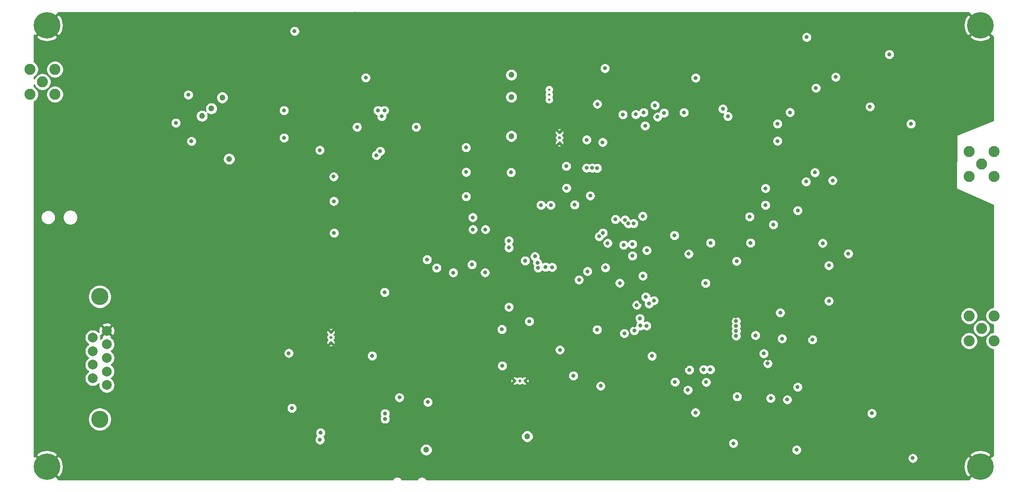
<source format=gbr>
G04 #@! TF.GenerationSoftware,KiCad,Pcbnew,(5.1.2)-1*
G04 #@! TF.CreationDate,2019-08-22T15:05:39-05:00*
G04 #@! TF.ProjectId,EMI_sensor_control_Rev1.0,454d495f-7365-46e7-936f-725f636f6e74,rev?*
G04 #@! TF.SameCoordinates,Original*
G04 #@! TF.FileFunction,Copper,L3,Inr*
G04 #@! TF.FilePolarity,Positive*
%FSLAX46Y46*%
G04 Gerber Fmt 4.6, Leading zero omitted, Abs format (unit mm)*
G04 Created by KiCad (PCBNEW (5.1.2)-1) date 2019-08-22 15:05:39*
%MOMM*%
%LPD*%
G04 APERTURE LIST*
%ADD10C,0.800000*%
%ADD11C,5.400000*%
%ADD12C,2.250000*%
%ADD13C,2.000000*%
%ADD14C,3.500000*%
%ADD15C,0.500000*%
%ADD16C,1.200000*%
%ADD17C,0.254000*%
G04 APERTURE END LIST*
D10*
X253653891Y-143094109D03*
X252222000Y-142501000D03*
X250790109Y-143094109D03*
X250197000Y-144526000D03*
X250790109Y-145957891D03*
X252222000Y-146551000D03*
X253653891Y-145957891D03*
X254247000Y-144526000D03*
D11*
X252222000Y-144526000D03*
D10*
X63560291Y-143094109D03*
X62128400Y-142501000D03*
X60696509Y-143094109D03*
X60103400Y-144526000D03*
X60696509Y-145957891D03*
X62128400Y-146551000D03*
X63560291Y-145957891D03*
X64153400Y-144526000D03*
D11*
X62128400Y-144526000D03*
D10*
X253653891Y-53076509D03*
X252222000Y-52483400D03*
X250790109Y-53076509D03*
X250197000Y-54508400D03*
X250790109Y-55940291D03*
X252222000Y-56533400D03*
X253653891Y-55940291D03*
X254247000Y-54508400D03*
D11*
X252222000Y-54508400D03*
X62128400Y-54508400D03*
D10*
X64153400Y-54508400D03*
X63560291Y-55940291D03*
X62128400Y-56533400D03*
X60696509Y-55940291D03*
X60103400Y-54508400D03*
X60696509Y-53076509D03*
X62128400Y-52483400D03*
X63560291Y-53076509D03*
D12*
X249936000Y-113792000D03*
X255016000Y-113792000D03*
X255016000Y-118872000D03*
X249936000Y-118872000D03*
X252476000Y-116332000D03*
X249936000Y-80264000D03*
X255016000Y-80264000D03*
X255016000Y-85344000D03*
X249936000Y-85344000D03*
X252476000Y-82804000D03*
X63764160Y-68620640D03*
X58684160Y-68620640D03*
X58684160Y-63540640D03*
X63764160Y-63540640D03*
X61224160Y-66080640D03*
D13*
X74318000Y-127904500D03*
X71478000Y-126519500D03*
X74318000Y-125134500D03*
X71478000Y-123749500D03*
X74318000Y-122364500D03*
X71478000Y-120979500D03*
X74318000Y-119594500D03*
X71478000Y-118209500D03*
X74318000Y-116824500D03*
D14*
X72898000Y-109869500D03*
X72898000Y-134859500D03*
D15*
X119967000Y-117130800D03*
X119967000Y-118160800D03*
X119967000Y-119190800D03*
X166512500Y-76414600D03*
X166512500Y-77444600D03*
X166512500Y-78474600D03*
X164404300Y-69686200D03*
X164404300Y-68656200D03*
X164404300Y-67626200D03*
X159475200Y-127022600D03*
X158445200Y-127022600D03*
X157415200Y-127022600D03*
D10*
X88392000Y-74422000D03*
X161991040Y-94909640D03*
X163220400Y-97779840D03*
X162006280Y-96464120D03*
X160375600Y-98277680D03*
X163997640Y-94863920D03*
X160126680Y-94904560D03*
X184277000Y-84950300D03*
X182702200Y-83172300D03*
X181229000Y-81851500D03*
X185750200Y-81851500D03*
X184226200Y-83375500D03*
X182753000Y-84848700D03*
X185750200Y-86423500D03*
X181279800Y-86372700D03*
X181767053Y-115768547D03*
X181813200Y-114706400D03*
X192210200Y-124053600D03*
X190474600Y-113093500D03*
X194995800Y-113080800D03*
X190531750Y-117532150D03*
X194970400Y-117551200D03*
X192024000Y-114503200D03*
X193478150Y-114541300D03*
X192156080Y-115935760D03*
X193496499Y-116078701D03*
X197840600Y-130606800D03*
X202488800Y-113853689D03*
X179933600Y-135890000D03*
X195671392Y-88961008D03*
X195655298Y-86894302D03*
X198235400Y-94488000D03*
X196785400Y-93065600D03*
X196189600Y-99632600D03*
X183054838Y-110896610D03*
X197785147Y-80233947D03*
X197769053Y-82300653D03*
X203657200Y-84632800D03*
X194499400Y-80310147D03*
X195462243Y-81649801D03*
X223621600Y-76149200D03*
X216154000Y-67310000D03*
X190296800Y-69291200D03*
X183997600Y-79959200D03*
X179425600Y-74066400D03*
X175209200Y-74015600D03*
X165201600Y-110998000D03*
X160680400Y-110998000D03*
X158699200Y-83261200D03*
X121500900Y-102082600D03*
X115778280Y-89245440D03*
X115773200Y-84328000D03*
X120091200Y-76250800D03*
X138379200Y-106172000D03*
X135382000Y-122936000D03*
X140716000Y-120954800D03*
X144729200Y-113893600D03*
X154787600Y-118465600D03*
X125018800Y-112877600D03*
X115316000Y-111963200D03*
X121666000Y-126695200D03*
X145084800Y-99263200D03*
X126288800Y-69545200D03*
X138633200Y-71018400D03*
X151587200Y-77927200D03*
X125120400Y-107137200D03*
X151942800Y-97536000D03*
X151942800Y-87680800D03*
X151892000Y-82905600D03*
X165455600Y-123088400D03*
X244348000Y-72694800D03*
X237286800Y-71374000D03*
X237286800Y-61925200D03*
X216306400Y-71374000D03*
X159202120Y-73482200D03*
X168021000Y-64561720D03*
X230266240Y-88894920D03*
X232140760Y-144526000D03*
X230129080Y-140776960D03*
X213451440Y-92288360D03*
X211282280Y-86182200D03*
X217288280Y-117866160D03*
X208937647Y-122494825D03*
X220568520Y-127797560D03*
X215427560Y-130815080D03*
X212345640Y-103444040D03*
X136428480Y-127558800D03*
X146608800Y-133329680D03*
X157012640Y-135740140D03*
X140464540Y-145359120D03*
X105346500Y-69977000D03*
X105346500Y-75692000D03*
X131000500Y-136080500D03*
X140906500Y-135572500D03*
X62420500Y-101917500D03*
X68453000Y-101917500D03*
X71310500Y-99441000D03*
X60198000Y-99377500D03*
X66357500Y-99441000D03*
X64579500Y-99441000D03*
X114808000Y-136525000D03*
X102108000Y-130429000D03*
X102044500Y-142748000D03*
X132461000Y-105981500D03*
X169996291Y-72015791D03*
X188954287Y-114893213D03*
X229997000Y-104648000D03*
X180398847Y-107256153D03*
X84338160Y-75260200D03*
X133060440Y-71333360D03*
X142656560Y-122580400D03*
X158912560Y-87630000D03*
X233700320Y-58450480D03*
X124968000Y-55981600D03*
X124968000Y-54660800D03*
X124968000Y-52171600D03*
D16*
X93726000Y-73025000D03*
D10*
X133921500Y-130429000D03*
D16*
X95631000Y-71501000D03*
X97853500Y-69278500D03*
X139382500Y-141097000D03*
X159956500Y-138366500D03*
X99250500Y-81788000D03*
X156718000Y-64643000D03*
X156718000Y-69151500D03*
X156718000Y-77152500D03*
D10*
X220116400Y-98958400D03*
X225348800Y-101092000D03*
X233680000Y-60452000D03*
X222758000Y-65074800D03*
X174233840Y-70601840D03*
X205247240Y-93568520D03*
X210093560Y-95173800D03*
X230118920Y-133659880D03*
X209539840Y-130595200D03*
X229753160Y-71130160D03*
X205435200Y-98907600D03*
X216865200Y-56946800D03*
X210921600Y-78130400D03*
X210921600Y-74625200D03*
X200812400Y-73101200D03*
X208483200Y-91186000D03*
X175768000Y-63296800D03*
X175310800Y-78384400D03*
X238099600Y-74625200D03*
X214812880Y-141102080D03*
X238470440Y-142808960D03*
X211480400Y-113136680D03*
X211846160Y-118430040D03*
X196293740Y-107111800D03*
X183499760Y-105651300D03*
X178798220Y-107091480D03*
X170497500Y-106426000D03*
X154876500Y-123952000D03*
X166610200Y-120713500D03*
X156210000Y-98450400D03*
X164744400Y-91186000D03*
X156667200Y-84531200D03*
X147523200Y-89433400D03*
X147510500Y-84467700D03*
X147485100Y-79438500D03*
X137325100Y-75272900D03*
X125298200Y-75285600D03*
X120535700Y-85394800D03*
X120573800Y-90411300D03*
X120611900Y-96888300D03*
X139547600Y-102311200D03*
X141510742Y-104005658D03*
X128371600Y-121920000D03*
X130911600Y-108966000D03*
X148691600Y-103327200D03*
X148894800Y-96163800D03*
X112014000Y-132588000D03*
X127063500Y-65214500D03*
X130873500Y-71882000D03*
X184302400Y-100431600D03*
X206451200Y-117754400D03*
X202590400Y-102616000D03*
X192836800Y-101142800D03*
X156210000Y-99872800D03*
X160375600Y-114909600D03*
X175871498Y-103939120D03*
X169621200Y-91135200D03*
X167944800Y-87731600D03*
X167894000Y-83261200D03*
X172059600Y-77876400D03*
X208483200Y-87782400D03*
X208127600Y-121462800D03*
X163672520Y-103809800D03*
X154787600Y-116535200D03*
X174904400Y-128066800D03*
X208930240Y-123494800D03*
X218013280Y-118618000D03*
X218526360Y-84546440D03*
X161526200Y-101650800D03*
X162763200Y-91186000D03*
X156217620Y-112001300D03*
X191871600Y-72302200D03*
X186486800Y-73202800D03*
X194259200Y-65264200D03*
X185964599Y-70852200D03*
X179425600Y-72745600D03*
X183954700Y-75031600D03*
X183006575Y-115788869D03*
X197243700Y-124726700D03*
X184262545Y-115803700D03*
X185369200Y-121970800D03*
X192659000Y-128905000D03*
X190035447Y-127270247D03*
X194208400Y-133502400D03*
X182880000Y-114303701D03*
X174193200Y-116586000D03*
X179730400Y-117348000D03*
X192971242Y-124808990D03*
X202488800Y-114853692D03*
X117856000Y-137604500D03*
X130004953Y-80195353D03*
X129221600Y-81026000D03*
X117729000Y-139065000D03*
X139700000Y-131363720D03*
X111394240Y-121394220D03*
X181762400Y-116789200D03*
X117718840Y-79987140D03*
X112572800Y-55727600D03*
X131000500Y-134810500D03*
X131000500Y-133693830D03*
X199796400Y-71577200D03*
X182067200Y-72694800D03*
X169367200Y-125984000D03*
X195884800Y-124714000D03*
X110426500Y-71882000D03*
X129536200Y-71882000D03*
X91567000Y-78168500D03*
X110426500Y-77470000D03*
X130302000Y-73088500D03*
X90932000Y-68707000D03*
X215036400Y-92303600D03*
X213461600Y-72288400D03*
X218744800Y-67310000D03*
X187807600Y-72390000D03*
X183669601Y-72302200D03*
X202692000Y-130238500D03*
X201930000Y-139763500D03*
X221386400Y-103505000D03*
X221386400Y-110744000D03*
X222148400Y-86182200D03*
X216738200Y-86410800D03*
X212902800Y-130860800D03*
X215011000Y-128295400D03*
X196392800Y-127304800D03*
X197307200Y-98907600D03*
X182258574Y-111583967D03*
X202488800Y-117853701D03*
X144881600Y-104966600D03*
X172026580Y-83624420D03*
X184767220Y-111307880D03*
X151361140Y-104960420D03*
X202488800Y-116853698D03*
X173194067Y-83618029D03*
X159530880Y-102542340D03*
X185742580Y-110656200D03*
X181378860Y-101551740D03*
X181373780Y-99159060D03*
X172791670Y-89281550D03*
X202488800Y-115853695D03*
X184099200Y-109931200D03*
X172212000Y-104712600D03*
X162026200Y-102993930D03*
X174193200Y-83659700D03*
X162176263Y-103984768D03*
X177922347Y-94102347D03*
X179862053Y-94213253D03*
X175361600Y-96875600D03*
X180543200Y-94960160D03*
X174599600Y-97586800D03*
X181610000Y-94945200D03*
X176326800Y-98958400D03*
X183464599Y-93463071D03*
X165016626Y-103862731D03*
X151434800Y-96163800D03*
X148844000Y-93713800D03*
X189941200Y-97383600D03*
X179578000Y-99314000D03*
D17*
G36*
X250075409Y-52135015D02*
G01*
X250056231Y-52163026D01*
X252222000Y-54328795D01*
X252236143Y-54314653D01*
X252415748Y-54494258D01*
X252401605Y-54508400D01*
X254567374Y-56674169D01*
X254595385Y-56654991D01*
X254889047Y-56948653D01*
X254904164Y-73945279D01*
X247531216Y-76930644D01*
X247509166Y-76942204D01*
X247489796Y-76957845D01*
X247473849Y-76976963D01*
X247461938Y-76998826D01*
X247454522Y-77022592D01*
X247451886Y-77047095D01*
X247345206Y-87760815D01*
X247347400Y-87785615D01*
X247354389Y-87809510D01*
X247365906Y-87831583D01*
X247381508Y-87850984D01*
X247400595Y-87866969D01*
X247420635Y-87878141D01*
X254823066Y-91166993D01*
X254850002Y-112032000D01*
X254842655Y-112032000D01*
X254502627Y-112099636D01*
X254182327Y-112232308D01*
X253894065Y-112424919D01*
X253648919Y-112670065D01*
X253456308Y-112958327D01*
X253323636Y-113278627D01*
X253256000Y-113618655D01*
X253256000Y-113965345D01*
X253323636Y-114305373D01*
X253456308Y-114625673D01*
X253648919Y-114913935D01*
X253894065Y-115159081D01*
X254182327Y-115351692D01*
X254502627Y-115484364D01*
X254842655Y-115552000D01*
X254854546Y-115552000D01*
X254856560Y-117112000D01*
X254842655Y-117112000D01*
X254502627Y-117179636D01*
X254182327Y-117312308D01*
X253894065Y-117504919D01*
X253648919Y-117750065D01*
X253456308Y-118038327D01*
X253323636Y-118358627D01*
X253256000Y-118698655D01*
X253256000Y-119045345D01*
X253323636Y-119385373D01*
X253456308Y-119705673D01*
X253648919Y-119993935D01*
X253894065Y-120239081D01*
X254182327Y-120431692D01*
X254502627Y-120564364D01*
X254842655Y-120632000D01*
X254861105Y-120632000D01*
X254888932Y-142187462D01*
X254655695Y-142420699D01*
X254567374Y-142360231D01*
X252401605Y-144526000D01*
X252415748Y-144540143D01*
X252236143Y-144719748D01*
X252222000Y-144705605D01*
X250056231Y-146871374D01*
X250116699Y-146959695D01*
X249883394Y-147193000D01*
X139463895Y-147193000D01*
X139458195Y-147179240D01*
X139339455Y-147001533D01*
X139188327Y-146850405D01*
X139010620Y-146731665D01*
X138813163Y-146649876D01*
X138603543Y-146608180D01*
X138389817Y-146608180D01*
X138180197Y-146649876D01*
X137982740Y-146731665D01*
X137805033Y-146850405D01*
X137653905Y-147001533D01*
X137535165Y-147179240D01*
X137529465Y-147193000D01*
X134463895Y-147193000D01*
X134458195Y-147179240D01*
X134339455Y-147001533D01*
X134188327Y-146850405D01*
X134010620Y-146731665D01*
X133813163Y-146649876D01*
X133603543Y-146608180D01*
X133389817Y-146608180D01*
X133180197Y-146649876D01*
X132982740Y-146731665D01*
X132805033Y-146850405D01*
X132653905Y-147001533D01*
X132535165Y-147179240D01*
X132529465Y-147193000D01*
X64564735Y-147193000D01*
X64261078Y-146919708D01*
X64294169Y-146871374D01*
X62128400Y-144705605D01*
X62114258Y-144719748D01*
X61934653Y-144540143D01*
X61948795Y-144526000D01*
X62308005Y-144526000D01*
X64473774Y-146691769D01*
X64912228Y-146391589D01*
X65222696Y-145812644D01*
X65414252Y-145184254D01*
X65479534Y-144530569D01*
X65478647Y-144521431D01*
X248870866Y-144521431D01*
X248934366Y-145175293D01*
X249124208Y-145804203D01*
X249433096Y-146383992D01*
X249438172Y-146391589D01*
X249876626Y-146691769D01*
X252042395Y-144526000D01*
X249876626Y-142360231D01*
X249438172Y-142660411D01*
X249127704Y-143239356D01*
X248936148Y-143867746D01*
X248870866Y-144521431D01*
X65478647Y-144521431D01*
X65416034Y-143876707D01*
X65226192Y-143247797D01*
X64938089Y-142707021D01*
X237435440Y-142707021D01*
X237435440Y-142910899D01*
X237475214Y-143110858D01*
X237553235Y-143299216D01*
X237666503Y-143468734D01*
X237810666Y-143612897D01*
X237980184Y-143726165D01*
X238168542Y-143804186D01*
X238368501Y-143843960D01*
X238572379Y-143843960D01*
X238772338Y-143804186D01*
X238960696Y-143726165D01*
X239130214Y-143612897D01*
X239274377Y-143468734D01*
X239387645Y-143299216D01*
X239465666Y-143110858D01*
X239505440Y-142910899D01*
X239505440Y-142707021D01*
X239465666Y-142507062D01*
X239387645Y-142318704D01*
X239295385Y-142180626D01*
X250056231Y-142180626D01*
X252222000Y-144346395D01*
X254387769Y-142180626D01*
X254087589Y-141742172D01*
X253508644Y-141431704D01*
X252880254Y-141240148D01*
X252226569Y-141174866D01*
X251572707Y-141238366D01*
X250943797Y-141428208D01*
X250364008Y-141737096D01*
X250356411Y-141742172D01*
X250056231Y-142180626D01*
X239295385Y-142180626D01*
X239274377Y-142149186D01*
X239130214Y-142005023D01*
X238960696Y-141891755D01*
X238772338Y-141813734D01*
X238572379Y-141773960D01*
X238368501Y-141773960D01*
X238168542Y-141813734D01*
X237980184Y-141891755D01*
X237810666Y-142005023D01*
X237666503Y-142149186D01*
X237553235Y-142318704D01*
X237475214Y-142507062D01*
X237435440Y-142707021D01*
X64938089Y-142707021D01*
X64917304Y-142668008D01*
X64912228Y-142660411D01*
X64473774Y-142360231D01*
X62308005Y-144526000D01*
X61948795Y-144526000D01*
X59783026Y-142360231D01*
X59563000Y-142510868D01*
X59563000Y-142180626D01*
X59962631Y-142180626D01*
X62128400Y-144346395D01*
X64294169Y-142180626D01*
X63993989Y-141742172D01*
X63415044Y-141431704D01*
X62786654Y-141240148D01*
X62132969Y-141174866D01*
X61479107Y-141238366D01*
X60850197Y-141428208D01*
X60270408Y-141737096D01*
X60262811Y-141742172D01*
X59962631Y-142180626D01*
X59563000Y-142180626D01*
X59563000Y-140975363D01*
X138147500Y-140975363D01*
X138147500Y-141218637D01*
X138194960Y-141457236D01*
X138288057Y-141681992D01*
X138423213Y-141884267D01*
X138595233Y-142056287D01*
X138797508Y-142191443D01*
X139022264Y-142284540D01*
X139260863Y-142332000D01*
X139504137Y-142332000D01*
X139742736Y-142284540D01*
X139967492Y-142191443D01*
X140169767Y-142056287D01*
X140341787Y-141884267D01*
X140476943Y-141681992D01*
X140570040Y-141457236D01*
X140617500Y-141218637D01*
X140617500Y-141000141D01*
X213777880Y-141000141D01*
X213777880Y-141204019D01*
X213817654Y-141403978D01*
X213895675Y-141592336D01*
X214008943Y-141761854D01*
X214153106Y-141906017D01*
X214322624Y-142019285D01*
X214510982Y-142097306D01*
X214710941Y-142137080D01*
X214914819Y-142137080D01*
X215114778Y-142097306D01*
X215303136Y-142019285D01*
X215472654Y-141906017D01*
X215616817Y-141761854D01*
X215730085Y-141592336D01*
X215808106Y-141403978D01*
X215847880Y-141204019D01*
X215847880Y-141000141D01*
X215808106Y-140800182D01*
X215730085Y-140611824D01*
X215616817Y-140442306D01*
X215472654Y-140298143D01*
X215303136Y-140184875D01*
X215114778Y-140106854D01*
X214914819Y-140067080D01*
X214710941Y-140067080D01*
X214510982Y-140106854D01*
X214322624Y-140184875D01*
X214153106Y-140298143D01*
X214008943Y-140442306D01*
X213895675Y-140611824D01*
X213817654Y-140800182D01*
X213777880Y-141000141D01*
X140617500Y-141000141D01*
X140617500Y-140975363D01*
X140570040Y-140736764D01*
X140476943Y-140512008D01*
X140341787Y-140309733D01*
X140169767Y-140137713D01*
X139967492Y-140002557D01*
X139742736Y-139909460D01*
X139504137Y-139862000D01*
X139260863Y-139862000D01*
X139022264Y-139909460D01*
X138797508Y-140002557D01*
X138595233Y-140137713D01*
X138423213Y-140309733D01*
X138288057Y-140512008D01*
X138194960Y-140736764D01*
X138147500Y-140975363D01*
X59563000Y-140975363D01*
X59563000Y-138963061D01*
X116694000Y-138963061D01*
X116694000Y-139166939D01*
X116733774Y-139366898D01*
X116811795Y-139555256D01*
X116925063Y-139724774D01*
X117069226Y-139868937D01*
X117238744Y-139982205D01*
X117427102Y-140060226D01*
X117627061Y-140100000D01*
X117830939Y-140100000D01*
X118030898Y-140060226D01*
X118219256Y-139982205D01*
X118388774Y-139868937D01*
X118532937Y-139724774D01*
X118575174Y-139661561D01*
X200895000Y-139661561D01*
X200895000Y-139865439D01*
X200934774Y-140065398D01*
X201012795Y-140253756D01*
X201126063Y-140423274D01*
X201270226Y-140567437D01*
X201439744Y-140680705D01*
X201628102Y-140758726D01*
X201828061Y-140798500D01*
X202031939Y-140798500D01*
X202231898Y-140758726D01*
X202420256Y-140680705D01*
X202589774Y-140567437D01*
X202733937Y-140423274D01*
X202847205Y-140253756D01*
X202925226Y-140065398D01*
X202965000Y-139865439D01*
X202965000Y-139661561D01*
X202925226Y-139461602D01*
X202847205Y-139273244D01*
X202733937Y-139103726D01*
X202589774Y-138959563D01*
X202420256Y-138846295D01*
X202231898Y-138768274D01*
X202031939Y-138728500D01*
X201828061Y-138728500D01*
X201628102Y-138768274D01*
X201439744Y-138846295D01*
X201270226Y-138959563D01*
X201126063Y-139103726D01*
X201012795Y-139273244D01*
X200934774Y-139461602D01*
X200895000Y-139661561D01*
X118575174Y-139661561D01*
X118646205Y-139555256D01*
X118724226Y-139366898D01*
X118764000Y-139166939D01*
X118764000Y-138963061D01*
X118724226Y-138763102D01*
X118646205Y-138574744D01*
X118532937Y-138405226D01*
X118525961Y-138398250D01*
X118659937Y-138264274D01*
X118672906Y-138244863D01*
X158721500Y-138244863D01*
X158721500Y-138488137D01*
X158768960Y-138726736D01*
X158862057Y-138951492D01*
X158997213Y-139153767D01*
X159169233Y-139325787D01*
X159371508Y-139460943D01*
X159596264Y-139554040D01*
X159834863Y-139601500D01*
X160078137Y-139601500D01*
X160316736Y-139554040D01*
X160541492Y-139460943D01*
X160743767Y-139325787D01*
X160915787Y-139153767D01*
X161050943Y-138951492D01*
X161144040Y-138726736D01*
X161191500Y-138488137D01*
X161191500Y-138244863D01*
X161144040Y-138006264D01*
X161050943Y-137781508D01*
X160915787Y-137579233D01*
X160743767Y-137407213D01*
X160541492Y-137272057D01*
X160316736Y-137178960D01*
X160078137Y-137131500D01*
X159834863Y-137131500D01*
X159596264Y-137178960D01*
X159371508Y-137272057D01*
X159169233Y-137407213D01*
X158997213Y-137579233D01*
X158862057Y-137781508D01*
X158768960Y-138006264D01*
X158721500Y-138244863D01*
X118672906Y-138244863D01*
X118773205Y-138094756D01*
X118851226Y-137906398D01*
X118891000Y-137706439D01*
X118891000Y-137502561D01*
X118851226Y-137302602D01*
X118773205Y-137114244D01*
X118659937Y-136944726D01*
X118515774Y-136800563D01*
X118346256Y-136687295D01*
X118157898Y-136609274D01*
X117957939Y-136569500D01*
X117754061Y-136569500D01*
X117554102Y-136609274D01*
X117365744Y-136687295D01*
X117196226Y-136800563D01*
X117052063Y-136944726D01*
X116938795Y-137114244D01*
X116860774Y-137302602D01*
X116821000Y-137502561D01*
X116821000Y-137706439D01*
X116860774Y-137906398D01*
X116938795Y-138094756D01*
X117052063Y-138264274D01*
X117059039Y-138271250D01*
X116925063Y-138405226D01*
X116811795Y-138574744D01*
X116733774Y-138763102D01*
X116694000Y-138963061D01*
X59563000Y-138963061D01*
X59563000Y-134624598D01*
X70513000Y-134624598D01*
X70513000Y-135094402D01*
X70604654Y-135555179D01*
X70784440Y-135989221D01*
X71045450Y-136379849D01*
X71377651Y-136712050D01*
X71768279Y-136973060D01*
X72202321Y-137152846D01*
X72663098Y-137244500D01*
X73132902Y-137244500D01*
X73593679Y-137152846D01*
X74027721Y-136973060D01*
X74418349Y-136712050D01*
X74750550Y-136379849D01*
X75011560Y-135989221D01*
X75191346Y-135555179D01*
X75283000Y-135094402D01*
X75283000Y-134624598D01*
X75191346Y-134163821D01*
X75011560Y-133729779D01*
X74750550Y-133339151D01*
X74418349Y-133006950D01*
X74027721Y-132745940D01*
X73593679Y-132566154D01*
X73191024Y-132486061D01*
X110979000Y-132486061D01*
X110979000Y-132689939D01*
X111018774Y-132889898D01*
X111096795Y-133078256D01*
X111210063Y-133247774D01*
X111354226Y-133391937D01*
X111523744Y-133505205D01*
X111712102Y-133583226D01*
X111912061Y-133623000D01*
X112115939Y-133623000D01*
X112272335Y-133591891D01*
X129965500Y-133591891D01*
X129965500Y-133795769D01*
X130005274Y-133995728D01*
X130083295Y-134184086D01*
X130128784Y-134252165D01*
X130083295Y-134320244D01*
X130005274Y-134508602D01*
X129965500Y-134708561D01*
X129965500Y-134912439D01*
X130005274Y-135112398D01*
X130083295Y-135300756D01*
X130196563Y-135470274D01*
X130340726Y-135614437D01*
X130510244Y-135727705D01*
X130698602Y-135805726D01*
X130898561Y-135845500D01*
X131102439Y-135845500D01*
X131302398Y-135805726D01*
X131490756Y-135727705D01*
X131660274Y-135614437D01*
X131804437Y-135470274D01*
X131917705Y-135300756D01*
X131995726Y-135112398D01*
X132035500Y-134912439D01*
X132035500Y-134708561D01*
X131995726Y-134508602D01*
X131917705Y-134320244D01*
X131872216Y-134252165D01*
X131917705Y-134184086D01*
X131995726Y-133995728D01*
X132035500Y-133795769D01*
X132035500Y-133591891D01*
X131997423Y-133400461D01*
X193173400Y-133400461D01*
X193173400Y-133604339D01*
X193213174Y-133804298D01*
X193291195Y-133992656D01*
X193404463Y-134162174D01*
X193548626Y-134306337D01*
X193718144Y-134419605D01*
X193906502Y-134497626D01*
X194106461Y-134537400D01*
X194310339Y-134537400D01*
X194510298Y-134497626D01*
X194698656Y-134419605D01*
X194868174Y-134306337D01*
X195012337Y-134162174D01*
X195125605Y-133992656D01*
X195203626Y-133804298D01*
X195243400Y-133604339D01*
X195243400Y-133557941D01*
X229083920Y-133557941D01*
X229083920Y-133761819D01*
X229123694Y-133961778D01*
X229201715Y-134150136D01*
X229314983Y-134319654D01*
X229459146Y-134463817D01*
X229628664Y-134577085D01*
X229817022Y-134655106D01*
X230016981Y-134694880D01*
X230220859Y-134694880D01*
X230420818Y-134655106D01*
X230609176Y-134577085D01*
X230778694Y-134463817D01*
X230922857Y-134319654D01*
X231036125Y-134150136D01*
X231114146Y-133961778D01*
X231153920Y-133761819D01*
X231153920Y-133557941D01*
X231114146Y-133357982D01*
X231036125Y-133169624D01*
X230922857Y-133000106D01*
X230778694Y-132855943D01*
X230609176Y-132742675D01*
X230420818Y-132664654D01*
X230220859Y-132624880D01*
X230016981Y-132624880D01*
X229817022Y-132664654D01*
X229628664Y-132742675D01*
X229459146Y-132855943D01*
X229314983Y-133000106D01*
X229201715Y-133169624D01*
X229123694Y-133357982D01*
X229083920Y-133557941D01*
X195243400Y-133557941D01*
X195243400Y-133400461D01*
X195203626Y-133200502D01*
X195125605Y-133012144D01*
X195012337Y-132842626D01*
X194868174Y-132698463D01*
X194698656Y-132585195D01*
X194510298Y-132507174D01*
X194310339Y-132467400D01*
X194106461Y-132467400D01*
X193906502Y-132507174D01*
X193718144Y-132585195D01*
X193548626Y-132698463D01*
X193404463Y-132842626D01*
X193291195Y-133012144D01*
X193213174Y-133200502D01*
X193173400Y-133400461D01*
X131997423Y-133400461D01*
X131995726Y-133391932D01*
X131917705Y-133203574D01*
X131804437Y-133034056D01*
X131660274Y-132889893D01*
X131490756Y-132776625D01*
X131302398Y-132698604D01*
X131102439Y-132658830D01*
X130898561Y-132658830D01*
X130698602Y-132698604D01*
X130510244Y-132776625D01*
X130340726Y-132889893D01*
X130196563Y-133034056D01*
X130083295Y-133203574D01*
X130005274Y-133391932D01*
X129965500Y-133591891D01*
X112272335Y-133591891D01*
X112315898Y-133583226D01*
X112504256Y-133505205D01*
X112673774Y-133391937D01*
X112817937Y-133247774D01*
X112931205Y-133078256D01*
X113009226Y-132889898D01*
X113049000Y-132689939D01*
X113049000Y-132486061D01*
X113009226Y-132286102D01*
X112931205Y-132097744D01*
X112817937Y-131928226D01*
X112673774Y-131784063D01*
X112504256Y-131670795D01*
X112315898Y-131592774D01*
X112115939Y-131553000D01*
X111912061Y-131553000D01*
X111712102Y-131592774D01*
X111523744Y-131670795D01*
X111354226Y-131784063D01*
X111210063Y-131928226D01*
X111096795Y-132097744D01*
X111018774Y-132286102D01*
X110979000Y-132486061D01*
X73191024Y-132486061D01*
X73132902Y-132474500D01*
X72663098Y-132474500D01*
X72202321Y-132566154D01*
X71768279Y-132745940D01*
X71377651Y-133006950D01*
X71045450Y-133339151D01*
X70784440Y-133729779D01*
X70604654Y-134163821D01*
X70513000Y-134624598D01*
X59563000Y-134624598D01*
X59563000Y-130327061D01*
X132886500Y-130327061D01*
X132886500Y-130530939D01*
X132926274Y-130730898D01*
X133004295Y-130919256D01*
X133117563Y-131088774D01*
X133261726Y-131232937D01*
X133431244Y-131346205D01*
X133619602Y-131424226D01*
X133819561Y-131464000D01*
X134023439Y-131464000D01*
X134223398Y-131424226D01*
X134411756Y-131346205D01*
X134538105Y-131261781D01*
X138665000Y-131261781D01*
X138665000Y-131465659D01*
X138704774Y-131665618D01*
X138782795Y-131853976D01*
X138896063Y-132023494D01*
X139040226Y-132167657D01*
X139209744Y-132280925D01*
X139398102Y-132358946D01*
X139598061Y-132398720D01*
X139801939Y-132398720D01*
X140001898Y-132358946D01*
X140190256Y-132280925D01*
X140359774Y-132167657D01*
X140503937Y-132023494D01*
X140617205Y-131853976D01*
X140695226Y-131665618D01*
X140735000Y-131465659D01*
X140735000Y-131261781D01*
X140695226Y-131061822D01*
X140617205Y-130873464D01*
X140503937Y-130703946D01*
X140359774Y-130559783D01*
X140190256Y-130446515D01*
X140001898Y-130368494D01*
X139801939Y-130328720D01*
X139598061Y-130328720D01*
X139398102Y-130368494D01*
X139209744Y-130446515D01*
X139040226Y-130559783D01*
X138896063Y-130703946D01*
X138782795Y-130873464D01*
X138704774Y-131061822D01*
X138665000Y-131261781D01*
X134538105Y-131261781D01*
X134581274Y-131232937D01*
X134725437Y-131088774D01*
X134838705Y-130919256D01*
X134916726Y-130730898D01*
X134956500Y-130530939D01*
X134956500Y-130327061D01*
X134918608Y-130136561D01*
X201657000Y-130136561D01*
X201657000Y-130340439D01*
X201696774Y-130540398D01*
X201774795Y-130728756D01*
X201888063Y-130898274D01*
X202032226Y-131042437D01*
X202201744Y-131155705D01*
X202390102Y-131233726D01*
X202590061Y-131273500D01*
X202793939Y-131273500D01*
X202993898Y-131233726D01*
X203182256Y-131155705D01*
X203351774Y-131042437D01*
X203495937Y-130898274D01*
X203609205Y-130728756D01*
X203687226Y-130540398D01*
X203696602Y-130493261D01*
X208504840Y-130493261D01*
X208504840Y-130697139D01*
X208544614Y-130897098D01*
X208622635Y-131085456D01*
X208735903Y-131254974D01*
X208880066Y-131399137D01*
X209049584Y-131512405D01*
X209237942Y-131590426D01*
X209437901Y-131630200D01*
X209641779Y-131630200D01*
X209841738Y-131590426D01*
X210030096Y-131512405D01*
X210199614Y-131399137D01*
X210343777Y-131254974D01*
X210457045Y-131085456D01*
X210535066Y-130897098D01*
X210562562Y-130758861D01*
X211867800Y-130758861D01*
X211867800Y-130962739D01*
X211907574Y-131162698D01*
X211985595Y-131351056D01*
X212098863Y-131520574D01*
X212243026Y-131664737D01*
X212412544Y-131778005D01*
X212600902Y-131856026D01*
X212800861Y-131895800D01*
X213004739Y-131895800D01*
X213204698Y-131856026D01*
X213393056Y-131778005D01*
X213562574Y-131664737D01*
X213706737Y-131520574D01*
X213820005Y-131351056D01*
X213898026Y-131162698D01*
X213937800Y-130962739D01*
X213937800Y-130758861D01*
X213898026Y-130558902D01*
X213820005Y-130370544D01*
X213706737Y-130201026D01*
X213562574Y-130056863D01*
X213393056Y-129943595D01*
X213204698Y-129865574D01*
X213004739Y-129825800D01*
X212800861Y-129825800D01*
X212600902Y-129865574D01*
X212412544Y-129943595D01*
X212243026Y-130056863D01*
X212098863Y-130201026D01*
X211985595Y-130370544D01*
X211907574Y-130558902D01*
X211867800Y-130758861D01*
X210562562Y-130758861D01*
X210574840Y-130697139D01*
X210574840Y-130493261D01*
X210535066Y-130293302D01*
X210457045Y-130104944D01*
X210343777Y-129935426D01*
X210199614Y-129791263D01*
X210030096Y-129677995D01*
X209841738Y-129599974D01*
X209641779Y-129560200D01*
X209437901Y-129560200D01*
X209237942Y-129599974D01*
X209049584Y-129677995D01*
X208880066Y-129791263D01*
X208735903Y-129935426D01*
X208622635Y-130104944D01*
X208544614Y-130293302D01*
X208504840Y-130493261D01*
X203696602Y-130493261D01*
X203727000Y-130340439D01*
X203727000Y-130136561D01*
X203687226Y-129936602D01*
X203609205Y-129748244D01*
X203495937Y-129578726D01*
X203351774Y-129434563D01*
X203182256Y-129321295D01*
X202993898Y-129243274D01*
X202793939Y-129203500D01*
X202590061Y-129203500D01*
X202390102Y-129243274D01*
X202201744Y-129321295D01*
X202032226Y-129434563D01*
X201888063Y-129578726D01*
X201774795Y-129748244D01*
X201696774Y-129936602D01*
X201657000Y-130136561D01*
X134918608Y-130136561D01*
X134916726Y-130127102D01*
X134838705Y-129938744D01*
X134725437Y-129769226D01*
X134581274Y-129625063D01*
X134411756Y-129511795D01*
X134223398Y-129433774D01*
X134023439Y-129394000D01*
X133819561Y-129394000D01*
X133619602Y-129433774D01*
X133431244Y-129511795D01*
X133261726Y-129625063D01*
X133117563Y-129769226D01*
X133004295Y-129938744D01*
X132926274Y-130127102D01*
X132886500Y-130327061D01*
X59563000Y-130327061D01*
X59563000Y-118048467D01*
X69843000Y-118048467D01*
X69843000Y-118370533D01*
X69905832Y-118686412D01*
X70029082Y-118983963D01*
X70208013Y-119251752D01*
X70435748Y-119479487D01*
X70607877Y-119594500D01*
X70435748Y-119709513D01*
X70208013Y-119937248D01*
X70029082Y-120205037D01*
X69905832Y-120502588D01*
X69843000Y-120818467D01*
X69843000Y-121140533D01*
X69905832Y-121456412D01*
X70029082Y-121753963D01*
X70208013Y-122021752D01*
X70435748Y-122249487D01*
X70607877Y-122364500D01*
X70435748Y-122479513D01*
X70208013Y-122707248D01*
X70029082Y-122975037D01*
X69905832Y-123272588D01*
X69843000Y-123588467D01*
X69843000Y-123910533D01*
X69905832Y-124226412D01*
X70029082Y-124523963D01*
X70208013Y-124791752D01*
X70435748Y-125019487D01*
X70607877Y-125134500D01*
X70435748Y-125249513D01*
X70208013Y-125477248D01*
X70029082Y-125745037D01*
X69905832Y-126042588D01*
X69843000Y-126358467D01*
X69843000Y-126680533D01*
X69905832Y-126996412D01*
X70029082Y-127293963D01*
X70208013Y-127561752D01*
X70435748Y-127789487D01*
X70703537Y-127968418D01*
X71001088Y-128091668D01*
X71316967Y-128154500D01*
X71639033Y-128154500D01*
X71954912Y-128091668D01*
X72252463Y-127968418D01*
X72520252Y-127789487D01*
X72711984Y-127597755D01*
X72683000Y-127743467D01*
X72683000Y-128065533D01*
X72745832Y-128381412D01*
X72869082Y-128678963D01*
X73048013Y-128946752D01*
X73275748Y-129174487D01*
X73543537Y-129353418D01*
X73841088Y-129476668D01*
X74156967Y-129539500D01*
X74479033Y-129539500D01*
X74794912Y-129476668D01*
X75092463Y-129353418D01*
X75360252Y-129174487D01*
X75587987Y-128946752D01*
X75766918Y-128678963D01*
X75890168Y-128381412D01*
X75953000Y-128065533D01*
X75953000Y-127964861D01*
X173869400Y-127964861D01*
X173869400Y-128168739D01*
X173909174Y-128368698D01*
X173987195Y-128557056D01*
X174100463Y-128726574D01*
X174244626Y-128870737D01*
X174414144Y-128984005D01*
X174602502Y-129062026D01*
X174802461Y-129101800D01*
X175006339Y-129101800D01*
X175206298Y-129062026D01*
X175394656Y-128984005D01*
X175564174Y-128870737D01*
X175631850Y-128803061D01*
X191624000Y-128803061D01*
X191624000Y-129006939D01*
X191663774Y-129206898D01*
X191741795Y-129395256D01*
X191855063Y-129564774D01*
X191999226Y-129708937D01*
X192168744Y-129822205D01*
X192357102Y-129900226D01*
X192557061Y-129940000D01*
X192760939Y-129940000D01*
X192960898Y-129900226D01*
X193149256Y-129822205D01*
X193318774Y-129708937D01*
X193462937Y-129564774D01*
X193576205Y-129395256D01*
X193654226Y-129206898D01*
X193694000Y-129006939D01*
X193694000Y-128803061D01*
X193654226Y-128603102D01*
X193576205Y-128414744D01*
X193462937Y-128245226D01*
X193318774Y-128101063D01*
X193149256Y-127987795D01*
X192960898Y-127909774D01*
X192760939Y-127870000D01*
X192557061Y-127870000D01*
X192357102Y-127909774D01*
X192168744Y-127987795D01*
X191999226Y-128101063D01*
X191855063Y-128245226D01*
X191741795Y-128414744D01*
X191663774Y-128603102D01*
X191624000Y-128803061D01*
X175631850Y-128803061D01*
X175708337Y-128726574D01*
X175821605Y-128557056D01*
X175899626Y-128368698D01*
X175939400Y-128168739D01*
X175939400Y-127964861D01*
X175899626Y-127764902D01*
X175821605Y-127576544D01*
X175708337Y-127407026D01*
X175564174Y-127262863D01*
X175422663Y-127168308D01*
X189000447Y-127168308D01*
X189000447Y-127372186D01*
X189040221Y-127572145D01*
X189118242Y-127760503D01*
X189231510Y-127930021D01*
X189375673Y-128074184D01*
X189545191Y-128187452D01*
X189733549Y-128265473D01*
X189933508Y-128305247D01*
X190137386Y-128305247D01*
X190337345Y-128265473D01*
X190525703Y-128187452D01*
X190695221Y-128074184D01*
X190839384Y-127930021D01*
X190952652Y-127760503D01*
X191030673Y-127572145D01*
X191070447Y-127372186D01*
X191070447Y-127202861D01*
X195357800Y-127202861D01*
X195357800Y-127406739D01*
X195397574Y-127606698D01*
X195475595Y-127795056D01*
X195588863Y-127964574D01*
X195733026Y-128108737D01*
X195902544Y-128222005D01*
X196090902Y-128300026D01*
X196290861Y-128339800D01*
X196494739Y-128339800D01*
X196694698Y-128300026D01*
X196883056Y-128222005D01*
X196925775Y-128193461D01*
X213976000Y-128193461D01*
X213976000Y-128397339D01*
X214015774Y-128597298D01*
X214093795Y-128785656D01*
X214207063Y-128955174D01*
X214351226Y-129099337D01*
X214520744Y-129212605D01*
X214709102Y-129290626D01*
X214909061Y-129330400D01*
X215112939Y-129330400D01*
X215312898Y-129290626D01*
X215501256Y-129212605D01*
X215670774Y-129099337D01*
X215814937Y-128955174D01*
X215928205Y-128785656D01*
X216006226Y-128597298D01*
X216046000Y-128397339D01*
X216046000Y-128193461D01*
X216006226Y-127993502D01*
X215928205Y-127805144D01*
X215814937Y-127635626D01*
X215670774Y-127491463D01*
X215501256Y-127378195D01*
X215312898Y-127300174D01*
X215112939Y-127260400D01*
X214909061Y-127260400D01*
X214709102Y-127300174D01*
X214520744Y-127378195D01*
X214351226Y-127491463D01*
X214207063Y-127635626D01*
X214093795Y-127805144D01*
X214015774Y-127993502D01*
X213976000Y-128193461D01*
X196925775Y-128193461D01*
X197052574Y-128108737D01*
X197196737Y-127964574D01*
X197310005Y-127795056D01*
X197388026Y-127606698D01*
X197427800Y-127406739D01*
X197427800Y-127202861D01*
X197388026Y-127002902D01*
X197310005Y-126814544D01*
X197196737Y-126645026D01*
X197052574Y-126500863D01*
X196883056Y-126387595D01*
X196694698Y-126309574D01*
X196494739Y-126269800D01*
X196290861Y-126269800D01*
X196090902Y-126309574D01*
X195902544Y-126387595D01*
X195733026Y-126500863D01*
X195588863Y-126645026D01*
X195475595Y-126814544D01*
X195397574Y-127002902D01*
X195357800Y-127202861D01*
X191070447Y-127202861D01*
X191070447Y-127168308D01*
X191030673Y-126968349D01*
X190952652Y-126779991D01*
X190839384Y-126610473D01*
X190695221Y-126466310D01*
X190525703Y-126353042D01*
X190337345Y-126275021D01*
X190137386Y-126235247D01*
X189933508Y-126235247D01*
X189733549Y-126275021D01*
X189545191Y-126353042D01*
X189375673Y-126466310D01*
X189231510Y-126610473D01*
X189118242Y-126779991D01*
X189040221Y-126968349D01*
X189000447Y-127168308D01*
X175422663Y-127168308D01*
X175394656Y-127149595D01*
X175206298Y-127071574D01*
X175006339Y-127031800D01*
X174802461Y-127031800D01*
X174602502Y-127071574D01*
X174414144Y-127149595D01*
X174244626Y-127262863D01*
X174100463Y-127407026D01*
X173987195Y-127576544D01*
X173909174Y-127764902D01*
X173869400Y-127964861D01*
X75953000Y-127964861D01*
X75953000Y-127743467D01*
X75890168Y-127427588D01*
X75766918Y-127130037D01*
X75637667Y-126936598D01*
X156530087Y-126936598D01*
X156530316Y-127110928D01*
X156564551Y-127281864D01*
X156630373Y-127440774D01*
X156819036Y-127444816D01*
X157241252Y-127022600D01*
X156819036Y-126600384D01*
X156630373Y-126604426D01*
X156563872Y-126765574D01*
X156530087Y-126936598D01*
X75637667Y-126936598D01*
X75587987Y-126862248D01*
X75360252Y-126634513D01*
X75188123Y-126519500D01*
X75327403Y-126426436D01*
X156992984Y-126426436D01*
X157415200Y-126848652D01*
X157432171Y-126831681D01*
X157560117Y-126959627D01*
X157560282Y-127085408D01*
X157432171Y-127213519D01*
X157415200Y-127196548D01*
X156992984Y-127618764D01*
X156997026Y-127807427D01*
X157158174Y-127873928D01*
X157329198Y-127907713D01*
X157503528Y-127907484D01*
X157674464Y-127873249D01*
X157833374Y-127807427D01*
X157836308Y-127670474D01*
X157906621Y-127740787D01*
X157930200Y-127717208D01*
X157953779Y-127740787D01*
X158024092Y-127670474D01*
X158027026Y-127807427D01*
X158188174Y-127873928D01*
X158359198Y-127907713D01*
X158533528Y-127907484D01*
X158704464Y-127873249D01*
X158863374Y-127807427D01*
X158866308Y-127670474D01*
X158936621Y-127740787D01*
X158960200Y-127717208D01*
X158983779Y-127740787D01*
X159054092Y-127670474D01*
X159057026Y-127807427D01*
X159218174Y-127873928D01*
X159389198Y-127907713D01*
X159563528Y-127907484D01*
X159734464Y-127873249D01*
X159893374Y-127807427D01*
X159897416Y-127618764D01*
X159475200Y-127196548D01*
X159458229Y-127213519D01*
X159330283Y-127085573D01*
X159330201Y-127022600D01*
X159649148Y-127022600D01*
X160071364Y-127444816D01*
X160260027Y-127440774D01*
X160326528Y-127279626D01*
X160360313Y-127108602D01*
X160360084Y-126934272D01*
X160325849Y-126763336D01*
X160260027Y-126604426D01*
X160071364Y-126600384D01*
X159649148Y-127022600D01*
X159330201Y-127022600D01*
X159330118Y-126959792D01*
X159458229Y-126831681D01*
X159475200Y-126848652D01*
X159897416Y-126426436D01*
X159893374Y-126237773D01*
X159732226Y-126171272D01*
X159561202Y-126137487D01*
X159386872Y-126137716D01*
X159215936Y-126171951D01*
X159057026Y-126237773D01*
X159054092Y-126374726D01*
X158983779Y-126304413D01*
X158960200Y-126327992D01*
X158936621Y-126304413D01*
X158866308Y-126374726D01*
X158863374Y-126237773D01*
X158702226Y-126171272D01*
X158531202Y-126137487D01*
X158356872Y-126137716D01*
X158185936Y-126171951D01*
X158027026Y-126237773D01*
X158024092Y-126374726D01*
X157953779Y-126304413D01*
X157930200Y-126327992D01*
X157906621Y-126304413D01*
X157836308Y-126374726D01*
X157833374Y-126237773D01*
X157672226Y-126171272D01*
X157501202Y-126137487D01*
X157326872Y-126137716D01*
X157155936Y-126171951D01*
X156997026Y-126237773D01*
X156992984Y-126426436D01*
X75327403Y-126426436D01*
X75360252Y-126404487D01*
X75587987Y-126176752D01*
X75766918Y-125908963D01*
X75778061Y-125882061D01*
X168332200Y-125882061D01*
X168332200Y-126085939D01*
X168371974Y-126285898D01*
X168449995Y-126474256D01*
X168563263Y-126643774D01*
X168707426Y-126787937D01*
X168876944Y-126901205D01*
X169065302Y-126979226D01*
X169265261Y-127019000D01*
X169469139Y-127019000D01*
X169669098Y-126979226D01*
X169857456Y-126901205D01*
X170026974Y-126787937D01*
X170171137Y-126643774D01*
X170284405Y-126474256D01*
X170362426Y-126285898D01*
X170402200Y-126085939D01*
X170402200Y-125882061D01*
X170362426Y-125682102D01*
X170284405Y-125493744D01*
X170171137Y-125324226D01*
X170026974Y-125180063D01*
X169857456Y-125066795D01*
X169669098Y-124988774D01*
X169469139Y-124949000D01*
X169265261Y-124949000D01*
X169065302Y-124988774D01*
X168876944Y-125066795D01*
X168707426Y-125180063D01*
X168563263Y-125324226D01*
X168449995Y-125493744D01*
X168371974Y-125682102D01*
X168332200Y-125882061D01*
X75778061Y-125882061D01*
X75890168Y-125611412D01*
X75953000Y-125295533D01*
X75953000Y-124973467D01*
X75890168Y-124657588D01*
X75766918Y-124360037D01*
X75587987Y-124092248D01*
X75360252Y-123864513D01*
X75338624Y-123850061D01*
X153841500Y-123850061D01*
X153841500Y-124053939D01*
X153881274Y-124253898D01*
X153959295Y-124442256D01*
X154072563Y-124611774D01*
X154216726Y-124755937D01*
X154386244Y-124869205D01*
X154574602Y-124947226D01*
X154774561Y-124987000D01*
X154978439Y-124987000D01*
X155178398Y-124947226D01*
X155366756Y-124869205D01*
X155536274Y-124755937D01*
X155585160Y-124707051D01*
X191936242Y-124707051D01*
X191936242Y-124910929D01*
X191976016Y-125110888D01*
X192054037Y-125299246D01*
X192167305Y-125468764D01*
X192311468Y-125612927D01*
X192480986Y-125726195D01*
X192669344Y-125804216D01*
X192869303Y-125843990D01*
X193073181Y-125843990D01*
X193273140Y-125804216D01*
X193461498Y-125726195D01*
X193631016Y-125612927D01*
X193775179Y-125468764D01*
X193888447Y-125299246D01*
X193966468Y-125110888D01*
X194006242Y-124910929D01*
X194006242Y-124707051D01*
X193987348Y-124612061D01*
X194849800Y-124612061D01*
X194849800Y-124815939D01*
X194889574Y-125015898D01*
X194967595Y-125204256D01*
X195080863Y-125373774D01*
X195225026Y-125517937D01*
X195394544Y-125631205D01*
X195582902Y-125709226D01*
X195782861Y-125749000D01*
X195986739Y-125749000D01*
X196186698Y-125709226D01*
X196375056Y-125631205D01*
X196544574Y-125517937D01*
X196557900Y-125504611D01*
X196583926Y-125530637D01*
X196753444Y-125643905D01*
X196941802Y-125721926D01*
X197141761Y-125761700D01*
X197345639Y-125761700D01*
X197545598Y-125721926D01*
X197733956Y-125643905D01*
X197903474Y-125530637D01*
X198047637Y-125386474D01*
X198160905Y-125216956D01*
X198238926Y-125028598D01*
X198278700Y-124828639D01*
X198278700Y-124624761D01*
X198238926Y-124424802D01*
X198160905Y-124236444D01*
X198047637Y-124066926D01*
X197903474Y-123922763D01*
X197733956Y-123809495D01*
X197545598Y-123731474D01*
X197345639Y-123691700D01*
X197141761Y-123691700D01*
X196941802Y-123731474D01*
X196753444Y-123809495D01*
X196583926Y-123922763D01*
X196570600Y-123936089D01*
X196544574Y-123910063D01*
X196375056Y-123796795D01*
X196186698Y-123718774D01*
X195986739Y-123679000D01*
X195782861Y-123679000D01*
X195582902Y-123718774D01*
X195394544Y-123796795D01*
X195225026Y-123910063D01*
X195080863Y-124054226D01*
X194967595Y-124223744D01*
X194889574Y-124412102D01*
X194849800Y-124612061D01*
X193987348Y-124612061D01*
X193966468Y-124507092D01*
X193888447Y-124318734D01*
X193775179Y-124149216D01*
X193631016Y-124005053D01*
X193461498Y-123891785D01*
X193273140Y-123813764D01*
X193073181Y-123773990D01*
X192869303Y-123773990D01*
X192669344Y-123813764D01*
X192480986Y-123891785D01*
X192311468Y-124005053D01*
X192167305Y-124149216D01*
X192054037Y-124318734D01*
X191976016Y-124507092D01*
X191936242Y-124707051D01*
X155585160Y-124707051D01*
X155680437Y-124611774D01*
X155793705Y-124442256D01*
X155871726Y-124253898D01*
X155911500Y-124053939D01*
X155911500Y-123850061D01*
X155871726Y-123650102D01*
X155793705Y-123461744D01*
X155747679Y-123392861D01*
X207895240Y-123392861D01*
X207895240Y-123596739D01*
X207935014Y-123796698D01*
X208013035Y-123985056D01*
X208126303Y-124154574D01*
X208270466Y-124298737D01*
X208439984Y-124412005D01*
X208628342Y-124490026D01*
X208828301Y-124529800D01*
X209032179Y-124529800D01*
X209232138Y-124490026D01*
X209420496Y-124412005D01*
X209590014Y-124298737D01*
X209734177Y-124154574D01*
X209847445Y-123985056D01*
X209925466Y-123796698D01*
X209965240Y-123596739D01*
X209965240Y-123392861D01*
X209925466Y-123192902D01*
X209847445Y-123004544D01*
X209734177Y-122835026D01*
X209590014Y-122690863D01*
X209420496Y-122577595D01*
X209232138Y-122499574D01*
X209032179Y-122459800D01*
X208828301Y-122459800D01*
X208628342Y-122499574D01*
X208439984Y-122577595D01*
X208270466Y-122690863D01*
X208126303Y-122835026D01*
X208013035Y-123004544D01*
X207935014Y-123192902D01*
X207895240Y-123392861D01*
X155747679Y-123392861D01*
X155680437Y-123292226D01*
X155536274Y-123148063D01*
X155366756Y-123034795D01*
X155178398Y-122956774D01*
X154978439Y-122917000D01*
X154774561Y-122917000D01*
X154574602Y-122956774D01*
X154386244Y-123034795D01*
X154216726Y-123148063D01*
X154072563Y-123292226D01*
X153959295Y-123461744D01*
X153881274Y-123650102D01*
X153841500Y-123850061D01*
X75338624Y-123850061D01*
X75188123Y-123749500D01*
X75360252Y-123634487D01*
X75587987Y-123406752D01*
X75766918Y-123138963D01*
X75890168Y-122841412D01*
X75953000Y-122525533D01*
X75953000Y-122203467D01*
X75890168Y-121887588D01*
X75766918Y-121590037D01*
X75587987Y-121322248D01*
X75558020Y-121292281D01*
X110359240Y-121292281D01*
X110359240Y-121496159D01*
X110399014Y-121696118D01*
X110477035Y-121884476D01*
X110590303Y-122053994D01*
X110734466Y-122198157D01*
X110903984Y-122311425D01*
X111092342Y-122389446D01*
X111292301Y-122429220D01*
X111496179Y-122429220D01*
X111696138Y-122389446D01*
X111884496Y-122311425D01*
X112054014Y-122198157D01*
X112198177Y-122053994D01*
X112311445Y-121884476D01*
X112338955Y-121818061D01*
X127336600Y-121818061D01*
X127336600Y-122021939D01*
X127376374Y-122221898D01*
X127454395Y-122410256D01*
X127567663Y-122579774D01*
X127711826Y-122723937D01*
X127881344Y-122837205D01*
X128069702Y-122915226D01*
X128269661Y-122955000D01*
X128473539Y-122955000D01*
X128673498Y-122915226D01*
X128861856Y-122837205D01*
X129031374Y-122723937D01*
X129175537Y-122579774D01*
X129288805Y-122410256D01*
X129366826Y-122221898D01*
X129406600Y-122021939D01*
X129406600Y-121868861D01*
X184334200Y-121868861D01*
X184334200Y-122072739D01*
X184373974Y-122272698D01*
X184451995Y-122461056D01*
X184565263Y-122630574D01*
X184709426Y-122774737D01*
X184878944Y-122888005D01*
X185067302Y-122966026D01*
X185267261Y-123005800D01*
X185471139Y-123005800D01*
X185671098Y-122966026D01*
X185859456Y-122888005D01*
X186028974Y-122774737D01*
X186173137Y-122630574D01*
X186286405Y-122461056D01*
X186364426Y-122272698D01*
X186404200Y-122072739D01*
X186404200Y-121868861D01*
X186364426Y-121668902D01*
X186286405Y-121480544D01*
X186206436Y-121360861D01*
X207092600Y-121360861D01*
X207092600Y-121564739D01*
X207132374Y-121764698D01*
X207210395Y-121953056D01*
X207323663Y-122122574D01*
X207467826Y-122266737D01*
X207637344Y-122380005D01*
X207825702Y-122458026D01*
X208025661Y-122497800D01*
X208229539Y-122497800D01*
X208429498Y-122458026D01*
X208617856Y-122380005D01*
X208787374Y-122266737D01*
X208931537Y-122122574D01*
X209044805Y-121953056D01*
X209122826Y-121764698D01*
X209162600Y-121564739D01*
X209162600Y-121360861D01*
X209122826Y-121160902D01*
X209044805Y-120972544D01*
X208931537Y-120803026D01*
X208787374Y-120658863D01*
X208617856Y-120545595D01*
X208429498Y-120467574D01*
X208229539Y-120427800D01*
X208025661Y-120427800D01*
X207825702Y-120467574D01*
X207637344Y-120545595D01*
X207467826Y-120658863D01*
X207323663Y-120803026D01*
X207210395Y-120972544D01*
X207132374Y-121160902D01*
X207092600Y-121360861D01*
X186206436Y-121360861D01*
X186173137Y-121311026D01*
X186028974Y-121166863D01*
X185859456Y-121053595D01*
X185671098Y-120975574D01*
X185471139Y-120935800D01*
X185267261Y-120935800D01*
X185067302Y-120975574D01*
X184878944Y-121053595D01*
X184709426Y-121166863D01*
X184565263Y-121311026D01*
X184451995Y-121480544D01*
X184373974Y-121668902D01*
X184334200Y-121868861D01*
X129406600Y-121868861D01*
X129406600Y-121818061D01*
X129366826Y-121618102D01*
X129288805Y-121429744D01*
X129175537Y-121260226D01*
X129031374Y-121116063D01*
X128861856Y-121002795D01*
X128673498Y-120924774D01*
X128473539Y-120885000D01*
X128269661Y-120885000D01*
X128069702Y-120924774D01*
X127881344Y-121002795D01*
X127711826Y-121116063D01*
X127567663Y-121260226D01*
X127454395Y-121429744D01*
X127376374Y-121618102D01*
X127336600Y-121818061D01*
X112338955Y-121818061D01*
X112389466Y-121696118D01*
X112429240Y-121496159D01*
X112429240Y-121292281D01*
X112389466Y-121092322D01*
X112311445Y-120903964D01*
X112198177Y-120734446D01*
X112075292Y-120611561D01*
X165575200Y-120611561D01*
X165575200Y-120815439D01*
X165614974Y-121015398D01*
X165692995Y-121203756D01*
X165806263Y-121373274D01*
X165950426Y-121517437D01*
X166119944Y-121630705D01*
X166308302Y-121708726D01*
X166508261Y-121748500D01*
X166712139Y-121748500D01*
X166912098Y-121708726D01*
X167100456Y-121630705D01*
X167269974Y-121517437D01*
X167414137Y-121373274D01*
X167527405Y-121203756D01*
X167605426Y-121015398D01*
X167645200Y-120815439D01*
X167645200Y-120611561D01*
X167605426Y-120411602D01*
X167527405Y-120223244D01*
X167414137Y-120053726D01*
X167269974Y-119909563D01*
X167100456Y-119796295D01*
X166912098Y-119718274D01*
X166712139Y-119678500D01*
X166508261Y-119678500D01*
X166308302Y-119718274D01*
X166119944Y-119796295D01*
X165950426Y-119909563D01*
X165806263Y-120053726D01*
X165692995Y-120223244D01*
X165614974Y-120411602D01*
X165575200Y-120611561D01*
X112075292Y-120611561D01*
X112054014Y-120590283D01*
X111884496Y-120477015D01*
X111696138Y-120398994D01*
X111496179Y-120359220D01*
X111292301Y-120359220D01*
X111092342Y-120398994D01*
X110903984Y-120477015D01*
X110734466Y-120590283D01*
X110590303Y-120734446D01*
X110477035Y-120903964D01*
X110399014Y-121092322D01*
X110359240Y-121292281D01*
X75558020Y-121292281D01*
X75360252Y-121094513D01*
X75188123Y-120979500D01*
X75360252Y-120864487D01*
X75587987Y-120636752D01*
X75766918Y-120368963D01*
X75890168Y-120071412D01*
X75946748Y-119786964D01*
X119544784Y-119786964D01*
X119548826Y-119975627D01*
X119709974Y-120042128D01*
X119880998Y-120075913D01*
X120055328Y-120075684D01*
X120226264Y-120041449D01*
X120385174Y-119975627D01*
X120389216Y-119786964D01*
X119967000Y-119364748D01*
X119544784Y-119786964D01*
X75946748Y-119786964D01*
X75953000Y-119755533D01*
X75953000Y-119433467D01*
X75890168Y-119117588D01*
X75766918Y-118820037D01*
X75587987Y-118552248D01*
X75360252Y-118324513D01*
X75184328Y-118206964D01*
X75273808Y-117959913D01*
X74318000Y-117004105D01*
X73362192Y-117959913D01*
X73451672Y-118206964D01*
X73275748Y-118324513D01*
X73084016Y-118516245D01*
X73113000Y-118370533D01*
X73113000Y-118048467D01*
X73050168Y-117732588D01*
X73050050Y-117732304D01*
X73182587Y-117780308D01*
X74138395Y-116824500D01*
X74497605Y-116824500D01*
X75453413Y-117780308D01*
X75717814Y-117684544D01*
X75858704Y-117394929D01*
X75940384Y-117083392D01*
X75942705Y-117044798D01*
X119081887Y-117044798D01*
X119082116Y-117219128D01*
X119116351Y-117390064D01*
X119182173Y-117548974D01*
X119319126Y-117551908D01*
X119248813Y-117622221D01*
X119272392Y-117645800D01*
X119248813Y-117669379D01*
X119319126Y-117739692D01*
X119182173Y-117742626D01*
X119115672Y-117903774D01*
X119081887Y-118074798D01*
X119082116Y-118249128D01*
X119116351Y-118420064D01*
X119182173Y-118578974D01*
X119319126Y-118581908D01*
X119248813Y-118652221D01*
X119272392Y-118675800D01*
X119248813Y-118699379D01*
X119319126Y-118769692D01*
X119182173Y-118772626D01*
X119115672Y-118933774D01*
X119081887Y-119104798D01*
X119082116Y-119279128D01*
X119116351Y-119450064D01*
X119182173Y-119608974D01*
X119370836Y-119613016D01*
X119793052Y-119190800D01*
X119776081Y-119173829D01*
X119904027Y-119045883D01*
X120029808Y-119045718D01*
X120157919Y-119173829D01*
X120140948Y-119190800D01*
X120563164Y-119613016D01*
X120751827Y-119608974D01*
X120818328Y-119447826D01*
X120852113Y-119276802D01*
X120851884Y-119102472D01*
X120817649Y-118931536D01*
X120751827Y-118772626D01*
X120614874Y-118769692D01*
X120685187Y-118699379D01*
X120661608Y-118675800D01*
X120685187Y-118652221D01*
X120614874Y-118581908D01*
X120751827Y-118578974D01*
X120818328Y-118417826D01*
X120852113Y-118246802D01*
X120851884Y-118072472D01*
X120817649Y-117901536D01*
X120751827Y-117742626D01*
X120614874Y-117739692D01*
X120685187Y-117669379D01*
X120661608Y-117645800D01*
X120685187Y-117622221D01*
X120614874Y-117551908D01*
X120751827Y-117548974D01*
X120818328Y-117387826D01*
X120852113Y-117216802D01*
X120851884Y-117042472D01*
X120817649Y-116871536D01*
X120751827Y-116712626D01*
X120563164Y-116708584D01*
X120140948Y-117130800D01*
X120157919Y-117147771D01*
X120029973Y-117275717D01*
X119904192Y-117275882D01*
X119776081Y-117147771D01*
X119793052Y-117130800D01*
X119370836Y-116708584D01*
X119182173Y-116712626D01*
X119115672Y-116873774D01*
X119081887Y-117044798D01*
X75942705Y-117044798D01*
X75959718Y-116761905D01*
X75928552Y-116534636D01*
X119544784Y-116534636D01*
X119967000Y-116956852D01*
X120389216Y-116534636D01*
X120387045Y-116433261D01*
X153752600Y-116433261D01*
X153752600Y-116637139D01*
X153792374Y-116837098D01*
X153870395Y-117025456D01*
X153983663Y-117194974D01*
X154127826Y-117339137D01*
X154297344Y-117452405D01*
X154485702Y-117530426D01*
X154685661Y-117570200D01*
X154889539Y-117570200D01*
X155089498Y-117530426D01*
X155277856Y-117452405D01*
X155447374Y-117339137D01*
X155591537Y-117194974D01*
X155704805Y-117025456D01*
X155782826Y-116837098D01*
X155822600Y-116637139D01*
X155822600Y-116484061D01*
X173158200Y-116484061D01*
X173158200Y-116687939D01*
X173197974Y-116887898D01*
X173275995Y-117076256D01*
X173389263Y-117245774D01*
X173533426Y-117389937D01*
X173702944Y-117503205D01*
X173891302Y-117581226D01*
X174091261Y-117621000D01*
X174295139Y-117621000D01*
X174495098Y-117581226D01*
X174683456Y-117503205D01*
X174852974Y-117389937D01*
X174996850Y-117246061D01*
X178695400Y-117246061D01*
X178695400Y-117449939D01*
X178735174Y-117649898D01*
X178813195Y-117838256D01*
X178926463Y-118007774D01*
X179070626Y-118151937D01*
X179240144Y-118265205D01*
X179428502Y-118343226D01*
X179628461Y-118383000D01*
X179832339Y-118383000D01*
X180032298Y-118343226D01*
X180220656Y-118265205D01*
X180390174Y-118151937D01*
X180534337Y-118007774D01*
X180647605Y-117838256D01*
X180725626Y-117649898D01*
X180765400Y-117449939D01*
X180765400Y-117246061D01*
X180725626Y-117046102D01*
X180647605Y-116857744D01*
X180534337Y-116688226D01*
X180533372Y-116687261D01*
X180727400Y-116687261D01*
X180727400Y-116891139D01*
X180767174Y-117091098D01*
X180845195Y-117279456D01*
X180958463Y-117448974D01*
X181102626Y-117593137D01*
X181272144Y-117706405D01*
X181460502Y-117784426D01*
X181660461Y-117824200D01*
X181864339Y-117824200D01*
X182064298Y-117784426D01*
X182252656Y-117706405D01*
X182422174Y-117593137D01*
X182566337Y-117448974D01*
X182679605Y-117279456D01*
X182757626Y-117091098D01*
X182797400Y-116891139D01*
X182797400Y-116802539D01*
X182904636Y-116823869D01*
X183108514Y-116823869D01*
X183308473Y-116784095D01*
X183496831Y-116706074D01*
X183623462Y-116621462D01*
X183772289Y-116720905D01*
X183960647Y-116798926D01*
X184160606Y-116838700D01*
X184364484Y-116838700D01*
X184564443Y-116798926D01*
X184752801Y-116720905D01*
X184922319Y-116607637D01*
X185066482Y-116463474D01*
X185179750Y-116293956D01*
X185257771Y-116105598D01*
X185297545Y-115905639D01*
X185297545Y-115701761D01*
X185257771Y-115501802D01*
X185179750Y-115313444D01*
X185066482Y-115143926D01*
X184922319Y-114999763D01*
X184752801Y-114886495D01*
X184564443Y-114808474D01*
X184364484Y-114768700D01*
X184160606Y-114768700D01*
X183960647Y-114808474D01*
X183772289Y-114886495D01*
X183705599Y-114931056D01*
X183797205Y-114793957D01*
X183814686Y-114751753D01*
X201453800Y-114751753D01*
X201453800Y-114955631D01*
X201493574Y-115155590D01*
X201571595Y-115343948D01*
X201578107Y-115353694D01*
X201571595Y-115363439D01*
X201493574Y-115551797D01*
X201453800Y-115751756D01*
X201453800Y-115955634D01*
X201493574Y-116155593D01*
X201571595Y-116343951D01*
X201578107Y-116353696D01*
X201571595Y-116363442D01*
X201493574Y-116551800D01*
X201453800Y-116751759D01*
X201453800Y-116955637D01*
X201493574Y-117155596D01*
X201571595Y-117343954D01*
X201578107Y-117353700D01*
X201571595Y-117363445D01*
X201493574Y-117551803D01*
X201453800Y-117751762D01*
X201453800Y-117955640D01*
X201493574Y-118155599D01*
X201571595Y-118343957D01*
X201684863Y-118513475D01*
X201829026Y-118657638D01*
X201998544Y-118770906D01*
X202186902Y-118848927D01*
X202386861Y-118888701D01*
X202590739Y-118888701D01*
X202790698Y-118848927D01*
X202979056Y-118770906D01*
X203148574Y-118657638D01*
X203292737Y-118513475D01*
X203406005Y-118343957D01*
X203484026Y-118155599D01*
X203523800Y-117955640D01*
X203523800Y-117751762D01*
X203504048Y-117652461D01*
X205416200Y-117652461D01*
X205416200Y-117856339D01*
X205455974Y-118056298D01*
X205533995Y-118244656D01*
X205647263Y-118414174D01*
X205791426Y-118558337D01*
X205960944Y-118671605D01*
X206149302Y-118749626D01*
X206349261Y-118789400D01*
X206553139Y-118789400D01*
X206753098Y-118749626D01*
X206941456Y-118671605D01*
X207110974Y-118558337D01*
X207255137Y-118414174D01*
X207312648Y-118328101D01*
X210811160Y-118328101D01*
X210811160Y-118531979D01*
X210850934Y-118731938D01*
X210928955Y-118920296D01*
X211042223Y-119089814D01*
X211186386Y-119233977D01*
X211355904Y-119347245D01*
X211544262Y-119425266D01*
X211744221Y-119465040D01*
X211948099Y-119465040D01*
X212148058Y-119425266D01*
X212336416Y-119347245D01*
X212505934Y-119233977D01*
X212650097Y-119089814D01*
X212763365Y-118920296D01*
X212841386Y-118731938D01*
X212881160Y-118531979D01*
X212881160Y-118516061D01*
X216978280Y-118516061D01*
X216978280Y-118719939D01*
X217018054Y-118919898D01*
X217096075Y-119108256D01*
X217209343Y-119277774D01*
X217353506Y-119421937D01*
X217523024Y-119535205D01*
X217711382Y-119613226D01*
X217911341Y-119653000D01*
X218115219Y-119653000D01*
X218315178Y-119613226D01*
X218503536Y-119535205D01*
X218673054Y-119421937D01*
X218817217Y-119277774D01*
X218930485Y-119108256D01*
X219008506Y-118919898D01*
X219048280Y-118719939D01*
X219048280Y-118698655D01*
X248176000Y-118698655D01*
X248176000Y-119045345D01*
X248243636Y-119385373D01*
X248376308Y-119705673D01*
X248568919Y-119993935D01*
X248814065Y-120239081D01*
X249102327Y-120431692D01*
X249422627Y-120564364D01*
X249762655Y-120632000D01*
X250109345Y-120632000D01*
X250449373Y-120564364D01*
X250769673Y-120431692D01*
X251057935Y-120239081D01*
X251303081Y-119993935D01*
X251495692Y-119705673D01*
X251628364Y-119385373D01*
X251696000Y-119045345D01*
X251696000Y-118698655D01*
X251628364Y-118358627D01*
X251495692Y-118038327D01*
X251303081Y-117750065D01*
X251057935Y-117504919D01*
X250769673Y-117312308D01*
X250449373Y-117179636D01*
X250109345Y-117112000D01*
X249762655Y-117112000D01*
X249422627Y-117179636D01*
X249102327Y-117312308D01*
X248814065Y-117504919D01*
X248568919Y-117750065D01*
X248376308Y-118038327D01*
X248243636Y-118358627D01*
X248176000Y-118698655D01*
X219048280Y-118698655D01*
X219048280Y-118516061D01*
X219008506Y-118316102D01*
X218930485Y-118127744D01*
X218817217Y-117958226D01*
X218673054Y-117814063D01*
X218503536Y-117700795D01*
X218315178Y-117622774D01*
X218115219Y-117583000D01*
X217911341Y-117583000D01*
X217711382Y-117622774D01*
X217523024Y-117700795D01*
X217353506Y-117814063D01*
X217209343Y-117958226D01*
X217096075Y-118127744D01*
X217018054Y-118316102D01*
X216978280Y-118516061D01*
X212881160Y-118516061D01*
X212881160Y-118328101D01*
X212841386Y-118128142D01*
X212763365Y-117939784D01*
X212650097Y-117770266D01*
X212505934Y-117626103D01*
X212336416Y-117512835D01*
X212148058Y-117434814D01*
X211948099Y-117395040D01*
X211744221Y-117395040D01*
X211544262Y-117434814D01*
X211355904Y-117512835D01*
X211186386Y-117626103D01*
X211042223Y-117770266D01*
X210928955Y-117939784D01*
X210850934Y-118128142D01*
X210811160Y-118328101D01*
X207312648Y-118328101D01*
X207368405Y-118244656D01*
X207446426Y-118056298D01*
X207486200Y-117856339D01*
X207486200Y-117652461D01*
X207446426Y-117452502D01*
X207368405Y-117264144D01*
X207255137Y-117094626D01*
X207110974Y-116950463D01*
X206941456Y-116837195D01*
X206753098Y-116759174D01*
X206553139Y-116719400D01*
X206349261Y-116719400D01*
X206149302Y-116759174D01*
X205960944Y-116837195D01*
X205791426Y-116950463D01*
X205647263Y-117094626D01*
X205533995Y-117264144D01*
X205455974Y-117452502D01*
X205416200Y-117652461D01*
X203504048Y-117652461D01*
X203484026Y-117551803D01*
X203406005Y-117363445D01*
X203399493Y-117353699D01*
X203406005Y-117343954D01*
X203484026Y-117155596D01*
X203523800Y-116955637D01*
X203523800Y-116751759D01*
X203484026Y-116551800D01*
X203406005Y-116363442D01*
X203399493Y-116353696D01*
X203406005Y-116343951D01*
X203482757Y-116158655D01*
X250716000Y-116158655D01*
X250716000Y-116505345D01*
X250783636Y-116845373D01*
X250916308Y-117165673D01*
X251108919Y-117453935D01*
X251354065Y-117699081D01*
X251642327Y-117891692D01*
X251962627Y-118024364D01*
X252302655Y-118092000D01*
X252649345Y-118092000D01*
X252989373Y-118024364D01*
X253309673Y-117891692D01*
X253597935Y-117699081D01*
X253843081Y-117453935D01*
X254035692Y-117165673D01*
X254168364Y-116845373D01*
X254236000Y-116505345D01*
X254236000Y-116158655D01*
X254168364Y-115818627D01*
X254035692Y-115498327D01*
X253843081Y-115210065D01*
X253597935Y-114964919D01*
X253309673Y-114772308D01*
X252989373Y-114639636D01*
X252649345Y-114572000D01*
X252302655Y-114572000D01*
X251962627Y-114639636D01*
X251642327Y-114772308D01*
X251354065Y-114964919D01*
X251108919Y-115210065D01*
X250916308Y-115498327D01*
X250783636Y-115818627D01*
X250716000Y-116158655D01*
X203482757Y-116158655D01*
X203484026Y-116155593D01*
X203523800Y-115955634D01*
X203523800Y-115751756D01*
X203484026Y-115551797D01*
X203406005Y-115363439D01*
X203399493Y-115353694D01*
X203406005Y-115343948D01*
X203484026Y-115155590D01*
X203523800Y-114955631D01*
X203523800Y-114751753D01*
X203484026Y-114551794D01*
X203406005Y-114363436D01*
X203292737Y-114193918D01*
X203148574Y-114049755D01*
X202979056Y-113936487D01*
X202790698Y-113858466D01*
X202590739Y-113818692D01*
X202386861Y-113818692D01*
X202186902Y-113858466D01*
X201998544Y-113936487D01*
X201829026Y-114049755D01*
X201684863Y-114193918D01*
X201571595Y-114363436D01*
X201493574Y-114551794D01*
X201453800Y-114751753D01*
X183814686Y-114751753D01*
X183875226Y-114605599D01*
X183915000Y-114405640D01*
X183915000Y-114201762D01*
X183875226Y-114001803D01*
X183797205Y-113813445D01*
X183683937Y-113643927D01*
X183539774Y-113499764D01*
X183370256Y-113386496D01*
X183181898Y-113308475D01*
X182981939Y-113268701D01*
X182778061Y-113268701D01*
X182578102Y-113308475D01*
X182389744Y-113386496D01*
X182220226Y-113499764D01*
X182076063Y-113643927D01*
X181962795Y-113813445D01*
X181884774Y-114001803D01*
X181845000Y-114201762D01*
X181845000Y-114405640D01*
X181884774Y-114605599D01*
X181962795Y-114793957D01*
X182076063Y-114963475D01*
X182220226Y-115107638D01*
X182222545Y-115109188D01*
X182202638Y-115129095D01*
X182089370Y-115298613D01*
X182011349Y-115486971D01*
X181971575Y-115686930D01*
X181971575Y-115775530D01*
X181864339Y-115754200D01*
X181660461Y-115754200D01*
X181460502Y-115793974D01*
X181272144Y-115871995D01*
X181102626Y-115985263D01*
X180958463Y-116129426D01*
X180845195Y-116298944D01*
X180767174Y-116487302D01*
X180727400Y-116687261D01*
X180533372Y-116687261D01*
X180390174Y-116544063D01*
X180220656Y-116430795D01*
X180032298Y-116352774D01*
X179832339Y-116313000D01*
X179628461Y-116313000D01*
X179428502Y-116352774D01*
X179240144Y-116430795D01*
X179070626Y-116544063D01*
X178926463Y-116688226D01*
X178813195Y-116857744D01*
X178735174Y-117046102D01*
X178695400Y-117246061D01*
X174996850Y-117246061D01*
X174997137Y-117245774D01*
X175110405Y-117076256D01*
X175188426Y-116887898D01*
X175228200Y-116687939D01*
X175228200Y-116484061D01*
X175188426Y-116284102D01*
X175110405Y-116095744D01*
X174997137Y-115926226D01*
X174852974Y-115782063D01*
X174683456Y-115668795D01*
X174495098Y-115590774D01*
X174295139Y-115551000D01*
X174091261Y-115551000D01*
X173891302Y-115590774D01*
X173702944Y-115668795D01*
X173533426Y-115782063D01*
X173389263Y-115926226D01*
X173275995Y-116095744D01*
X173197974Y-116284102D01*
X173158200Y-116484061D01*
X155822600Y-116484061D01*
X155822600Y-116433261D01*
X155782826Y-116233302D01*
X155704805Y-116044944D01*
X155591537Y-115875426D01*
X155447374Y-115731263D01*
X155277856Y-115617995D01*
X155089498Y-115539974D01*
X154889539Y-115500200D01*
X154685661Y-115500200D01*
X154485702Y-115539974D01*
X154297344Y-115617995D01*
X154127826Y-115731263D01*
X153983663Y-115875426D01*
X153870395Y-116044944D01*
X153792374Y-116233302D01*
X153752600Y-116433261D01*
X120387045Y-116433261D01*
X120385174Y-116345973D01*
X120224026Y-116279472D01*
X120053002Y-116245687D01*
X119878672Y-116245916D01*
X119707736Y-116280151D01*
X119548826Y-116345973D01*
X119544784Y-116534636D01*
X75928552Y-116534636D01*
X75915961Y-116442825D01*
X75810795Y-116138412D01*
X75717814Y-115964456D01*
X75453413Y-115868692D01*
X74497605Y-116824500D01*
X74138395Y-116824500D01*
X73182587Y-115868692D01*
X72918186Y-115964456D01*
X72777296Y-116254071D01*
X72695616Y-116565608D01*
X72676282Y-116887095D01*
X72709411Y-117128672D01*
X72520252Y-116939513D01*
X72252463Y-116760582D01*
X71954912Y-116637332D01*
X71639033Y-116574500D01*
X71316967Y-116574500D01*
X71001088Y-116637332D01*
X70703537Y-116760582D01*
X70435748Y-116939513D01*
X70208013Y-117167248D01*
X70029082Y-117435037D01*
X69905832Y-117732588D01*
X69843000Y-118048467D01*
X59563000Y-118048467D01*
X59563000Y-115689087D01*
X73362192Y-115689087D01*
X74318000Y-116644895D01*
X75273808Y-115689087D01*
X75178044Y-115424686D01*
X74888429Y-115283796D01*
X74576892Y-115202116D01*
X74255405Y-115182782D01*
X73936325Y-115226539D01*
X73631912Y-115331705D01*
X73457956Y-115424686D01*
X73362192Y-115689087D01*
X59563000Y-115689087D01*
X59563000Y-114807661D01*
X159340600Y-114807661D01*
X159340600Y-115011539D01*
X159380374Y-115211498D01*
X159458395Y-115399856D01*
X159571663Y-115569374D01*
X159715826Y-115713537D01*
X159885344Y-115826805D01*
X160073702Y-115904826D01*
X160273661Y-115944600D01*
X160477539Y-115944600D01*
X160677498Y-115904826D01*
X160865856Y-115826805D01*
X161035374Y-115713537D01*
X161179537Y-115569374D01*
X161292805Y-115399856D01*
X161370826Y-115211498D01*
X161410600Y-115011539D01*
X161410600Y-114807661D01*
X161370826Y-114607702D01*
X161292805Y-114419344D01*
X161179537Y-114249826D01*
X161035374Y-114105663D01*
X160865856Y-113992395D01*
X160677498Y-113914374D01*
X160477539Y-113874600D01*
X160273661Y-113874600D01*
X160073702Y-113914374D01*
X159885344Y-113992395D01*
X159715826Y-114105663D01*
X159571663Y-114249826D01*
X159458395Y-114419344D01*
X159380374Y-114607702D01*
X159340600Y-114807661D01*
X59563000Y-114807661D01*
X59563000Y-109634598D01*
X70513000Y-109634598D01*
X70513000Y-110104402D01*
X70604654Y-110565179D01*
X70784440Y-110999221D01*
X71045450Y-111389849D01*
X71377651Y-111722050D01*
X71768279Y-111983060D01*
X72202321Y-112162846D01*
X72663098Y-112254500D01*
X73132902Y-112254500D01*
X73593679Y-112162846D01*
X74027721Y-111983060D01*
X74152985Y-111899361D01*
X155182620Y-111899361D01*
X155182620Y-112103239D01*
X155222394Y-112303198D01*
X155300415Y-112491556D01*
X155413683Y-112661074D01*
X155557846Y-112805237D01*
X155727364Y-112918505D01*
X155915722Y-112996526D01*
X156115681Y-113036300D01*
X156319559Y-113036300D01*
X156327396Y-113034741D01*
X210445400Y-113034741D01*
X210445400Y-113238619D01*
X210485174Y-113438578D01*
X210563195Y-113626936D01*
X210676463Y-113796454D01*
X210820626Y-113940617D01*
X210990144Y-114053885D01*
X211178502Y-114131906D01*
X211378461Y-114171680D01*
X211582339Y-114171680D01*
X211782298Y-114131906D01*
X211970656Y-114053885D01*
X212140174Y-113940617D01*
X212284337Y-113796454D01*
X212397605Y-113626936D01*
X212401035Y-113618655D01*
X248176000Y-113618655D01*
X248176000Y-113965345D01*
X248243636Y-114305373D01*
X248376308Y-114625673D01*
X248568919Y-114913935D01*
X248814065Y-115159081D01*
X249102327Y-115351692D01*
X249422627Y-115484364D01*
X249762655Y-115552000D01*
X250109345Y-115552000D01*
X250449373Y-115484364D01*
X250769673Y-115351692D01*
X251057935Y-115159081D01*
X251303081Y-114913935D01*
X251495692Y-114625673D01*
X251628364Y-114305373D01*
X251696000Y-113965345D01*
X251696000Y-113618655D01*
X251628364Y-113278627D01*
X251495692Y-112958327D01*
X251303081Y-112670065D01*
X251057935Y-112424919D01*
X250769673Y-112232308D01*
X250449373Y-112099636D01*
X250109345Y-112032000D01*
X249762655Y-112032000D01*
X249422627Y-112099636D01*
X249102327Y-112232308D01*
X248814065Y-112424919D01*
X248568919Y-112670065D01*
X248376308Y-112958327D01*
X248243636Y-113278627D01*
X248176000Y-113618655D01*
X212401035Y-113618655D01*
X212475626Y-113438578D01*
X212515400Y-113238619D01*
X212515400Y-113034741D01*
X212475626Y-112834782D01*
X212397605Y-112646424D01*
X212284337Y-112476906D01*
X212140174Y-112332743D01*
X211970656Y-112219475D01*
X211782298Y-112141454D01*
X211582339Y-112101680D01*
X211378461Y-112101680D01*
X211178502Y-112141454D01*
X210990144Y-112219475D01*
X210820626Y-112332743D01*
X210676463Y-112476906D01*
X210563195Y-112646424D01*
X210485174Y-112834782D01*
X210445400Y-113034741D01*
X156327396Y-113034741D01*
X156519518Y-112996526D01*
X156707876Y-112918505D01*
X156877394Y-112805237D01*
X157021557Y-112661074D01*
X157134825Y-112491556D01*
X157212846Y-112303198D01*
X157252620Y-112103239D01*
X157252620Y-111899361D01*
X157212846Y-111699402D01*
X157134825Y-111511044D01*
X157115438Y-111482028D01*
X181223574Y-111482028D01*
X181223574Y-111685906D01*
X181263348Y-111885865D01*
X181341369Y-112074223D01*
X181454637Y-112243741D01*
X181598800Y-112387904D01*
X181768318Y-112501172D01*
X181956676Y-112579193D01*
X182156635Y-112618967D01*
X182360513Y-112618967D01*
X182560472Y-112579193D01*
X182748830Y-112501172D01*
X182918348Y-112387904D01*
X183062511Y-112243741D01*
X183175779Y-112074223D01*
X183253800Y-111885865D01*
X183293574Y-111685906D01*
X183293574Y-111482028D01*
X183253800Y-111282069D01*
X183175779Y-111093711D01*
X183062511Y-110924193D01*
X182918348Y-110780030D01*
X182748830Y-110666762D01*
X182560472Y-110588741D01*
X182360513Y-110548967D01*
X182156635Y-110548967D01*
X181956676Y-110588741D01*
X181768318Y-110666762D01*
X181598800Y-110780030D01*
X181454637Y-110924193D01*
X181341369Y-111093711D01*
X181263348Y-111282069D01*
X181223574Y-111482028D01*
X157115438Y-111482028D01*
X157021557Y-111341526D01*
X156877394Y-111197363D01*
X156707876Y-111084095D01*
X156519518Y-111006074D01*
X156319559Y-110966300D01*
X156115681Y-110966300D01*
X155915722Y-111006074D01*
X155727364Y-111084095D01*
X155557846Y-111197363D01*
X155413683Y-111341526D01*
X155300415Y-111511044D01*
X155222394Y-111699402D01*
X155182620Y-111899361D01*
X74152985Y-111899361D01*
X74418349Y-111722050D01*
X74750550Y-111389849D01*
X75011560Y-110999221D01*
X75191346Y-110565179D01*
X75283000Y-110104402D01*
X75283000Y-109634598D01*
X75191346Y-109173821D01*
X75063040Y-108864061D01*
X129876600Y-108864061D01*
X129876600Y-109067939D01*
X129916374Y-109267898D01*
X129994395Y-109456256D01*
X130107663Y-109625774D01*
X130251826Y-109769937D01*
X130421344Y-109883205D01*
X130609702Y-109961226D01*
X130809661Y-110001000D01*
X131013539Y-110001000D01*
X131213498Y-109961226D01*
X131401856Y-109883205D01*
X131482589Y-109829261D01*
X183064200Y-109829261D01*
X183064200Y-110033139D01*
X183103974Y-110233098D01*
X183181995Y-110421456D01*
X183295263Y-110590974D01*
X183439426Y-110735137D01*
X183608944Y-110848405D01*
X183797302Y-110926426D01*
X183804365Y-110927831D01*
X183771994Y-111005982D01*
X183732220Y-111205941D01*
X183732220Y-111409819D01*
X183771994Y-111609778D01*
X183850015Y-111798136D01*
X183963283Y-111967654D01*
X184107446Y-112111817D01*
X184276964Y-112225085D01*
X184465322Y-112303106D01*
X184665281Y-112342880D01*
X184869159Y-112342880D01*
X185069118Y-112303106D01*
X185257476Y-112225085D01*
X185426994Y-112111817D01*
X185571157Y-111967654D01*
X185684425Y-111798136D01*
X185728720Y-111691200D01*
X185844519Y-111691200D01*
X186044478Y-111651426D01*
X186232836Y-111573405D01*
X186402354Y-111460137D01*
X186546517Y-111315974D01*
X186659785Y-111146456D01*
X186737806Y-110958098D01*
X186777580Y-110758139D01*
X186777580Y-110642061D01*
X220351400Y-110642061D01*
X220351400Y-110845939D01*
X220391174Y-111045898D01*
X220469195Y-111234256D01*
X220582463Y-111403774D01*
X220726626Y-111547937D01*
X220896144Y-111661205D01*
X221084502Y-111739226D01*
X221284461Y-111779000D01*
X221488339Y-111779000D01*
X221688298Y-111739226D01*
X221876656Y-111661205D01*
X222046174Y-111547937D01*
X222190337Y-111403774D01*
X222303605Y-111234256D01*
X222381626Y-111045898D01*
X222421400Y-110845939D01*
X222421400Y-110642061D01*
X222381626Y-110442102D01*
X222303605Y-110253744D01*
X222190337Y-110084226D01*
X222046174Y-109940063D01*
X221876656Y-109826795D01*
X221688298Y-109748774D01*
X221488339Y-109709000D01*
X221284461Y-109709000D01*
X221084502Y-109748774D01*
X220896144Y-109826795D01*
X220726626Y-109940063D01*
X220582463Y-110084226D01*
X220469195Y-110253744D01*
X220391174Y-110442102D01*
X220351400Y-110642061D01*
X186777580Y-110642061D01*
X186777580Y-110554261D01*
X186737806Y-110354302D01*
X186659785Y-110165944D01*
X186546517Y-109996426D01*
X186402354Y-109852263D01*
X186232836Y-109738995D01*
X186044478Y-109660974D01*
X185844519Y-109621200D01*
X185640641Y-109621200D01*
X185440682Y-109660974D01*
X185252324Y-109738995D01*
X185132209Y-109819253D01*
X185094426Y-109629302D01*
X185016405Y-109440944D01*
X184903137Y-109271426D01*
X184758974Y-109127263D01*
X184589456Y-109013995D01*
X184401098Y-108935974D01*
X184201139Y-108896200D01*
X183997261Y-108896200D01*
X183797302Y-108935974D01*
X183608944Y-109013995D01*
X183439426Y-109127263D01*
X183295263Y-109271426D01*
X183181995Y-109440944D01*
X183103974Y-109629302D01*
X183064200Y-109829261D01*
X131482589Y-109829261D01*
X131571374Y-109769937D01*
X131715537Y-109625774D01*
X131828805Y-109456256D01*
X131906826Y-109267898D01*
X131946600Y-109067939D01*
X131946600Y-108864061D01*
X131906826Y-108664102D01*
X131828805Y-108475744D01*
X131715537Y-108306226D01*
X131571374Y-108162063D01*
X131401856Y-108048795D01*
X131213498Y-107970774D01*
X131013539Y-107931000D01*
X130809661Y-107931000D01*
X130609702Y-107970774D01*
X130421344Y-108048795D01*
X130251826Y-108162063D01*
X130107663Y-108306226D01*
X129994395Y-108475744D01*
X129916374Y-108664102D01*
X129876600Y-108864061D01*
X75063040Y-108864061D01*
X75011560Y-108739779D01*
X74750550Y-108349151D01*
X74418349Y-108016950D01*
X74027721Y-107755940D01*
X73593679Y-107576154D01*
X73132902Y-107484500D01*
X72663098Y-107484500D01*
X72202321Y-107576154D01*
X71768279Y-107755940D01*
X71377651Y-108016950D01*
X71045450Y-108349151D01*
X70784440Y-108739779D01*
X70604654Y-109173821D01*
X70513000Y-109634598D01*
X59563000Y-109634598D01*
X59563000Y-106324061D01*
X169462500Y-106324061D01*
X169462500Y-106527939D01*
X169502274Y-106727898D01*
X169580295Y-106916256D01*
X169693563Y-107085774D01*
X169837726Y-107229937D01*
X170007244Y-107343205D01*
X170195602Y-107421226D01*
X170395561Y-107461000D01*
X170599439Y-107461000D01*
X170799398Y-107421226D01*
X170987756Y-107343205D01*
X171157274Y-107229937D01*
X171301437Y-107085774D01*
X171365737Y-106989541D01*
X177763220Y-106989541D01*
X177763220Y-107193419D01*
X177802994Y-107393378D01*
X177881015Y-107581736D01*
X177994283Y-107751254D01*
X178138446Y-107895417D01*
X178307964Y-108008685D01*
X178496322Y-108086706D01*
X178696281Y-108126480D01*
X178900159Y-108126480D01*
X179100118Y-108086706D01*
X179288476Y-108008685D01*
X179457994Y-107895417D01*
X179602157Y-107751254D01*
X179715425Y-107581736D01*
X179793446Y-107393378D01*
X179833220Y-107193419D01*
X179833220Y-107009861D01*
X195258740Y-107009861D01*
X195258740Y-107213739D01*
X195298514Y-107413698D01*
X195376535Y-107602056D01*
X195489803Y-107771574D01*
X195633966Y-107915737D01*
X195803484Y-108029005D01*
X195991842Y-108107026D01*
X196191801Y-108146800D01*
X196395679Y-108146800D01*
X196595638Y-108107026D01*
X196783996Y-108029005D01*
X196953514Y-107915737D01*
X197097677Y-107771574D01*
X197210945Y-107602056D01*
X197288966Y-107413698D01*
X197328740Y-107213739D01*
X197328740Y-107009861D01*
X197288966Y-106809902D01*
X197210945Y-106621544D01*
X197097677Y-106452026D01*
X196953514Y-106307863D01*
X196783996Y-106194595D01*
X196595638Y-106116574D01*
X196395679Y-106076800D01*
X196191801Y-106076800D01*
X195991842Y-106116574D01*
X195803484Y-106194595D01*
X195633966Y-106307863D01*
X195489803Y-106452026D01*
X195376535Y-106621544D01*
X195298514Y-106809902D01*
X195258740Y-107009861D01*
X179833220Y-107009861D01*
X179833220Y-106989541D01*
X179793446Y-106789582D01*
X179715425Y-106601224D01*
X179602157Y-106431706D01*
X179457994Y-106287543D01*
X179288476Y-106174275D01*
X179100118Y-106096254D01*
X178900159Y-106056480D01*
X178696281Y-106056480D01*
X178496322Y-106096254D01*
X178307964Y-106174275D01*
X178138446Y-106287543D01*
X177994283Y-106431706D01*
X177881015Y-106601224D01*
X177802994Y-106789582D01*
X177763220Y-106989541D01*
X171365737Y-106989541D01*
X171414705Y-106916256D01*
X171492726Y-106727898D01*
X171532500Y-106527939D01*
X171532500Y-106324061D01*
X171492726Y-106124102D01*
X171414705Y-105935744D01*
X171301437Y-105766226D01*
X171157274Y-105622063D01*
X170987756Y-105508795D01*
X170799398Y-105430774D01*
X170599439Y-105391000D01*
X170395561Y-105391000D01*
X170195602Y-105430774D01*
X170007244Y-105508795D01*
X169837726Y-105622063D01*
X169693563Y-105766226D01*
X169580295Y-105935744D01*
X169502274Y-106124102D01*
X169462500Y-106324061D01*
X59563000Y-106324061D01*
X59563000Y-103903719D01*
X140475742Y-103903719D01*
X140475742Y-104107597D01*
X140515516Y-104307556D01*
X140593537Y-104495914D01*
X140706805Y-104665432D01*
X140850968Y-104809595D01*
X141020486Y-104922863D01*
X141208844Y-105000884D01*
X141408803Y-105040658D01*
X141612681Y-105040658D01*
X141812640Y-105000884D01*
X142000998Y-104922863D01*
X142088103Y-104864661D01*
X143846600Y-104864661D01*
X143846600Y-105068539D01*
X143886374Y-105268498D01*
X143964395Y-105456856D01*
X144077663Y-105626374D01*
X144221826Y-105770537D01*
X144391344Y-105883805D01*
X144579702Y-105961826D01*
X144779661Y-106001600D01*
X144983539Y-106001600D01*
X145183498Y-105961826D01*
X145371856Y-105883805D01*
X145541374Y-105770537D01*
X145685537Y-105626374D01*
X145798805Y-105456856D01*
X145876826Y-105268498D01*
X145916600Y-105068539D01*
X145916600Y-104864661D01*
X145915371Y-104858481D01*
X150326140Y-104858481D01*
X150326140Y-105062359D01*
X150365914Y-105262318D01*
X150443935Y-105450676D01*
X150557203Y-105620194D01*
X150701366Y-105764357D01*
X150870884Y-105877625D01*
X151059242Y-105955646D01*
X151259201Y-105995420D01*
X151463079Y-105995420D01*
X151663038Y-105955646D01*
X151851396Y-105877625D01*
X152020914Y-105764357D01*
X152165077Y-105620194D01*
X152278345Y-105450676D01*
X152356366Y-105262318D01*
X152396140Y-105062359D01*
X152396140Y-104858481D01*
X152356366Y-104658522D01*
X152278345Y-104470164D01*
X152165077Y-104300646D01*
X152020914Y-104156483D01*
X151851396Y-104043215D01*
X151663038Y-103965194D01*
X151463079Y-103925420D01*
X151259201Y-103925420D01*
X151059242Y-103965194D01*
X150870884Y-104043215D01*
X150701366Y-104156483D01*
X150557203Y-104300646D01*
X150443935Y-104470164D01*
X150365914Y-104658522D01*
X150326140Y-104858481D01*
X145915371Y-104858481D01*
X145876826Y-104664702D01*
X145798805Y-104476344D01*
X145685537Y-104306826D01*
X145541374Y-104162663D01*
X145371856Y-104049395D01*
X145183498Y-103971374D01*
X144983539Y-103931600D01*
X144779661Y-103931600D01*
X144579702Y-103971374D01*
X144391344Y-104049395D01*
X144221826Y-104162663D01*
X144077663Y-104306826D01*
X143964395Y-104476344D01*
X143886374Y-104664702D01*
X143846600Y-104864661D01*
X142088103Y-104864661D01*
X142170516Y-104809595D01*
X142314679Y-104665432D01*
X142427947Y-104495914D01*
X142505968Y-104307556D01*
X142545742Y-104107597D01*
X142545742Y-103903719D01*
X142505968Y-103703760D01*
X142427947Y-103515402D01*
X142314679Y-103345884D01*
X142194056Y-103225261D01*
X147656600Y-103225261D01*
X147656600Y-103429139D01*
X147696374Y-103629098D01*
X147774395Y-103817456D01*
X147887663Y-103986974D01*
X148031826Y-104131137D01*
X148201344Y-104244405D01*
X148389702Y-104322426D01*
X148589661Y-104362200D01*
X148793539Y-104362200D01*
X148993498Y-104322426D01*
X149181856Y-104244405D01*
X149351374Y-104131137D01*
X149495537Y-103986974D01*
X149608805Y-103817456D01*
X149686826Y-103629098D01*
X149726600Y-103429139D01*
X149726600Y-103225261D01*
X149686826Y-103025302D01*
X149608805Y-102836944D01*
X149495537Y-102667426D01*
X149351374Y-102523263D01*
X149227362Y-102440401D01*
X158495880Y-102440401D01*
X158495880Y-102644279D01*
X158535654Y-102844238D01*
X158613675Y-103032596D01*
X158726943Y-103202114D01*
X158871106Y-103346277D01*
X159040624Y-103459545D01*
X159228982Y-103537566D01*
X159428941Y-103577340D01*
X159632819Y-103577340D01*
X159832778Y-103537566D01*
X160021136Y-103459545D01*
X160190654Y-103346277D01*
X160334817Y-103202114D01*
X160448085Y-103032596D01*
X160526106Y-102844238D01*
X160565880Y-102644279D01*
X160565880Y-102440401D01*
X160526106Y-102240442D01*
X160448085Y-102052084D01*
X160334817Y-101882566D01*
X160190654Y-101738403D01*
X160021136Y-101625135D01*
X159836996Y-101548861D01*
X160491200Y-101548861D01*
X160491200Y-101752739D01*
X160530974Y-101952698D01*
X160608995Y-102141056D01*
X160722263Y-102310574D01*
X160866426Y-102454737D01*
X161035944Y-102568005D01*
X161075552Y-102584411D01*
X161030974Y-102692032D01*
X160991200Y-102891991D01*
X160991200Y-103095869D01*
X161030974Y-103295828D01*
X161108995Y-103484186D01*
X161204271Y-103626778D01*
X161181037Y-103682870D01*
X161141263Y-103882829D01*
X161141263Y-104086707D01*
X161181037Y-104286666D01*
X161259058Y-104475024D01*
X161372326Y-104644542D01*
X161516489Y-104788705D01*
X161686007Y-104901973D01*
X161874365Y-104979994D01*
X162074324Y-105019768D01*
X162278202Y-105019768D01*
X162478161Y-104979994D01*
X162666519Y-104901973D01*
X162836037Y-104788705D01*
X162980200Y-104644542D01*
X163005575Y-104606566D01*
X163012746Y-104613737D01*
X163182264Y-104727005D01*
X163370622Y-104805026D01*
X163570581Y-104844800D01*
X163774459Y-104844800D01*
X163974418Y-104805026D01*
X164162776Y-104727005D01*
X164315286Y-104625102D01*
X164356852Y-104666668D01*
X164526370Y-104779936D01*
X164714728Y-104857957D01*
X164914687Y-104897731D01*
X165118565Y-104897731D01*
X165318524Y-104857957D01*
X165506882Y-104779936D01*
X165676400Y-104666668D01*
X165732407Y-104610661D01*
X171177000Y-104610661D01*
X171177000Y-104814539D01*
X171216774Y-105014498D01*
X171294795Y-105202856D01*
X171408063Y-105372374D01*
X171552226Y-105516537D01*
X171721744Y-105629805D01*
X171910102Y-105707826D01*
X172110061Y-105747600D01*
X172313939Y-105747600D01*
X172513898Y-105707826D01*
X172702256Y-105629805D01*
X172822649Y-105549361D01*
X182464760Y-105549361D01*
X182464760Y-105753239D01*
X182504534Y-105953198D01*
X182582555Y-106141556D01*
X182695823Y-106311074D01*
X182839986Y-106455237D01*
X183009504Y-106568505D01*
X183197862Y-106646526D01*
X183397821Y-106686300D01*
X183601699Y-106686300D01*
X183801658Y-106646526D01*
X183990016Y-106568505D01*
X184159534Y-106455237D01*
X184303697Y-106311074D01*
X184416965Y-106141556D01*
X184494986Y-105953198D01*
X184534760Y-105753239D01*
X184534760Y-105549361D01*
X184494986Y-105349402D01*
X184416965Y-105161044D01*
X184303697Y-104991526D01*
X184159534Y-104847363D01*
X183990016Y-104734095D01*
X183801658Y-104656074D01*
X183601699Y-104616300D01*
X183397821Y-104616300D01*
X183197862Y-104656074D01*
X183009504Y-104734095D01*
X182839986Y-104847363D01*
X182695823Y-104991526D01*
X182582555Y-105161044D01*
X182504534Y-105349402D01*
X182464760Y-105549361D01*
X172822649Y-105549361D01*
X172871774Y-105516537D01*
X173015937Y-105372374D01*
X173129205Y-105202856D01*
X173207226Y-105014498D01*
X173247000Y-104814539D01*
X173247000Y-104610661D01*
X173207226Y-104410702D01*
X173129205Y-104222344D01*
X173015937Y-104052826D01*
X172871774Y-103908663D01*
X172764794Y-103837181D01*
X174836498Y-103837181D01*
X174836498Y-104041059D01*
X174876272Y-104241018D01*
X174954293Y-104429376D01*
X175067561Y-104598894D01*
X175211724Y-104743057D01*
X175381242Y-104856325D01*
X175569600Y-104934346D01*
X175769559Y-104974120D01*
X175973437Y-104974120D01*
X176173396Y-104934346D01*
X176361754Y-104856325D01*
X176531272Y-104743057D01*
X176675435Y-104598894D01*
X176788703Y-104429376D01*
X176866724Y-104241018D01*
X176906498Y-104041059D01*
X176906498Y-103837181D01*
X176866724Y-103637222D01*
X176788703Y-103448864D01*
X176675435Y-103279346D01*
X176531272Y-103135183D01*
X176361754Y-103021915D01*
X176173396Y-102943894D01*
X175973437Y-102904120D01*
X175769559Y-102904120D01*
X175569600Y-102943894D01*
X175381242Y-103021915D01*
X175211724Y-103135183D01*
X175067561Y-103279346D01*
X174954293Y-103448864D01*
X174876272Y-103637222D01*
X174836498Y-103837181D01*
X172764794Y-103837181D01*
X172702256Y-103795395D01*
X172513898Y-103717374D01*
X172313939Y-103677600D01*
X172110061Y-103677600D01*
X171910102Y-103717374D01*
X171721744Y-103795395D01*
X171552226Y-103908663D01*
X171408063Y-104052826D01*
X171294795Y-104222344D01*
X171216774Y-104410702D01*
X171177000Y-104610661D01*
X165732407Y-104610661D01*
X165820563Y-104522505D01*
X165933831Y-104352987D01*
X166011852Y-104164629D01*
X166051626Y-103964670D01*
X166051626Y-103760792D01*
X166011852Y-103560833D01*
X165933831Y-103372475D01*
X165820563Y-103202957D01*
X165676400Y-103058794D01*
X165506882Y-102945526D01*
X165318524Y-102867505D01*
X165118565Y-102827731D01*
X164914687Y-102827731D01*
X164714728Y-102867505D01*
X164526370Y-102945526D01*
X164373860Y-103047429D01*
X164332294Y-103005863D01*
X164162776Y-102892595D01*
X163974418Y-102814574D01*
X163774459Y-102774800D01*
X163570581Y-102774800D01*
X163370622Y-102814574D01*
X163182264Y-102892595D01*
X163061200Y-102973487D01*
X163061200Y-102891991D01*
X163021426Y-102692032D01*
X162943405Y-102503674D01*
X162830137Y-102334156D01*
X162685974Y-102189993D01*
X162516456Y-102076725D01*
X162476848Y-102060319D01*
X162521426Y-101952698D01*
X162561200Y-101752739D01*
X162561200Y-101548861D01*
X162541496Y-101449801D01*
X180343860Y-101449801D01*
X180343860Y-101653679D01*
X180383634Y-101853638D01*
X180461655Y-102041996D01*
X180574923Y-102211514D01*
X180719086Y-102355677D01*
X180888604Y-102468945D01*
X181076962Y-102546966D01*
X181276921Y-102586740D01*
X181480799Y-102586740D01*
X181680758Y-102546966D01*
X181760197Y-102514061D01*
X201555400Y-102514061D01*
X201555400Y-102717939D01*
X201595174Y-102917898D01*
X201673195Y-103106256D01*
X201786463Y-103275774D01*
X201930626Y-103419937D01*
X202100144Y-103533205D01*
X202288502Y-103611226D01*
X202488461Y-103651000D01*
X202692339Y-103651000D01*
X202892298Y-103611226D01*
X203080656Y-103533205D01*
X203250174Y-103419937D01*
X203267050Y-103403061D01*
X220351400Y-103403061D01*
X220351400Y-103606939D01*
X220391174Y-103806898D01*
X220469195Y-103995256D01*
X220582463Y-104164774D01*
X220726626Y-104308937D01*
X220896144Y-104422205D01*
X221084502Y-104500226D01*
X221284461Y-104540000D01*
X221488339Y-104540000D01*
X221688298Y-104500226D01*
X221876656Y-104422205D01*
X222046174Y-104308937D01*
X222190337Y-104164774D01*
X222303605Y-103995256D01*
X222381626Y-103806898D01*
X222421400Y-103606939D01*
X222421400Y-103403061D01*
X222381626Y-103203102D01*
X222303605Y-103014744D01*
X222190337Y-102845226D01*
X222046174Y-102701063D01*
X221876656Y-102587795D01*
X221688298Y-102509774D01*
X221488339Y-102470000D01*
X221284461Y-102470000D01*
X221084502Y-102509774D01*
X220896144Y-102587795D01*
X220726626Y-102701063D01*
X220582463Y-102845226D01*
X220469195Y-103014744D01*
X220391174Y-103203102D01*
X220351400Y-103403061D01*
X203267050Y-103403061D01*
X203394337Y-103275774D01*
X203507605Y-103106256D01*
X203585626Y-102917898D01*
X203625400Y-102717939D01*
X203625400Y-102514061D01*
X203585626Y-102314102D01*
X203507605Y-102125744D01*
X203394337Y-101956226D01*
X203250174Y-101812063D01*
X203080656Y-101698795D01*
X202892298Y-101620774D01*
X202692339Y-101581000D01*
X202488461Y-101581000D01*
X202288502Y-101620774D01*
X202100144Y-101698795D01*
X201930626Y-101812063D01*
X201786463Y-101956226D01*
X201673195Y-102125744D01*
X201595174Y-102314102D01*
X201555400Y-102514061D01*
X181760197Y-102514061D01*
X181869116Y-102468945D01*
X182038634Y-102355677D01*
X182182797Y-102211514D01*
X182296065Y-102041996D01*
X182374086Y-101853638D01*
X182413860Y-101653679D01*
X182413860Y-101449801D01*
X182374086Y-101249842D01*
X182296065Y-101061484D01*
X182182797Y-100891966D01*
X182038634Y-100747803D01*
X181869116Y-100634535D01*
X181680758Y-100556514D01*
X181480799Y-100516740D01*
X181276921Y-100516740D01*
X181076962Y-100556514D01*
X180888604Y-100634535D01*
X180719086Y-100747803D01*
X180574923Y-100891966D01*
X180461655Y-101061484D01*
X180383634Y-101249842D01*
X180343860Y-101449801D01*
X162541496Y-101449801D01*
X162521426Y-101348902D01*
X162443405Y-101160544D01*
X162330137Y-100991026D01*
X162185974Y-100846863D01*
X162016456Y-100733595D01*
X161828098Y-100655574D01*
X161628139Y-100615800D01*
X161424261Y-100615800D01*
X161224302Y-100655574D01*
X161035944Y-100733595D01*
X160866426Y-100846863D01*
X160722263Y-100991026D01*
X160608995Y-101160544D01*
X160530974Y-101348902D01*
X160491200Y-101548861D01*
X159836996Y-101548861D01*
X159832778Y-101547114D01*
X159632819Y-101507340D01*
X159428941Y-101507340D01*
X159228982Y-101547114D01*
X159040624Y-101625135D01*
X158871106Y-101738403D01*
X158726943Y-101882566D01*
X158613675Y-102052084D01*
X158535654Y-102240442D01*
X158495880Y-102440401D01*
X149227362Y-102440401D01*
X149181856Y-102409995D01*
X148993498Y-102331974D01*
X148793539Y-102292200D01*
X148589661Y-102292200D01*
X148389702Y-102331974D01*
X148201344Y-102409995D01*
X148031826Y-102523263D01*
X147887663Y-102667426D01*
X147774395Y-102836944D01*
X147696374Y-103025302D01*
X147656600Y-103225261D01*
X142194056Y-103225261D01*
X142170516Y-103201721D01*
X142000998Y-103088453D01*
X141812640Y-103010432D01*
X141612681Y-102970658D01*
X141408803Y-102970658D01*
X141208844Y-103010432D01*
X141020486Y-103088453D01*
X140850968Y-103201721D01*
X140706805Y-103345884D01*
X140593537Y-103515402D01*
X140515516Y-103703760D01*
X140475742Y-103903719D01*
X59563000Y-103903719D01*
X59563000Y-102209261D01*
X138512600Y-102209261D01*
X138512600Y-102413139D01*
X138552374Y-102613098D01*
X138630395Y-102801456D01*
X138743663Y-102970974D01*
X138887826Y-103115137D01*
X139057344Y-103228405D01*
X139245702Y-103306426D01*
X139445661Y-103346200D01*
X139649539Y-103346200D01*
X139849498Y-103306426D01*
X140037856Y-103228405D01*
X140207374Y-103115137D01*
X140351537Y-102970974D01*
X140464805Y-102801456D01*
X140542826Y-102613098D01*
X140582600Y-102413139D01*
X140582600Y-102209261D01*
X140542826Y-102009302D01*
X140464805Y-101820944D01*
X140351537Y-101651426D01*
X140207374Y-101507263D01*
X140037856Y-101393995D01*
X139849498Y-101315974D01*
X139649539Y-101276200D01*
X139445661Y-101276200D01*
X139245702Y-101315974D01*
X139057344Y-101393995D01*
X138887826Y-101507263D01*
X138743663Y-101651426D01*
X138630395Y-101820944D01*
X138552374Y-102009302D01*
X138512600Y-102209261D01*
X59563000Y-102209261D01*
X59563000Y-98348461D01*
X155175000Y-98348461D01*
X155175000Y-98552339D01*
X155214774Y-98752298D01*
X155292795Y-98940656D01*
X155406063Y-99110174D01*
X155457489Y-99161600D01*
X155406063Y-99213026D01*
X155292795Y-99382544D01*
X155214774Y-99570902D01*
X155175000Y-99770861D01*
X155175000Y-99974739D01*
X155214774Y-100174698D01*
X155292795Y-100363056D01*
X155406063Y-100532574D01*
X155550226Y-100676737D01*
X155719744Y-100790005D01*
X155908102Y-100868026D01*
X156108061Y-100907800D01*
X156311939Y-100907800D01*
X156511898Y-100868026D01*
X156700256Y-100790005D01*
X156869774Y-100676737D01*
X157013937Y-100532574D01*
X157127205Y-100363056D01*
X157205226Y-100174698D01*
X157245000Y-99974739D01*
X157245000Y-99770861D01*
X157205226Y-99570902D01*
X157127205Y-99382544D01*
X157013937Y-99213026D01*
X156962511Y-99161600D01*
X157013937Y-99110174D01*
X157127205Y-98940656D01*
X157162079Y-98856461D01*
X175291800Y-98856461D01*
X175291800Y-99060339D01*
X175331574Y-99260298D01*
X175409595Y-99448656D01*
X175522863Y-99618174D01*
X175667026Y-99762337D01*
X175836544Y-99875605D01*
X176024902Y-99953626D01*
X176224861Y-99993400D01*
X176428739Y-99993400D01*
X176628698Y-99953626D01*
X176817056Y-99875605D01*
X176986574Y-99762337D01*
X177130737Y-99618174D01*
X177244005Y-99448656D01*
X177322026Y-99260298D01*
X177331620Y-99212061D01*
X178543000Y-99212061D01*
X178543000Y-99415939D01*
X178582774Y-99615898D01*
X178660795Y-99804256D01*
X178774063Y-99973774D01*
X178918226Y-100117937D01*
X179087744Y-100231205D01*
X179276102Y-100309226D01*
X179476061Y-100349000D01*
X179679939Y-100349000D01*
X179777163Y-100329661D01*
X183267400Y-100329661D01*
X183267400Y-100533539D01*
X183307174Y-100733498D01*
X183385195Y-100921856D01*
X183498463Y-101091374D01*
X183642626Y-101235537D01*
X183812144Y-101348805D01*
X184000502Y-101426826D01*
X184200461Y-101466600D01*
X184404339Y-101466600D01*
X184604298Y-101426826D01*
X184792656Y-101348805D01*
X184962174Y-101235537D01*
X185106337Y-101091374D01*
X185140088Y-101040861D01*
X191801800Y-101040861D01*
X191801800Y-101244739D01*
X191841574Y-101444698D01*
X191919595Y-101633056D01*
X192032863Y-101802574D01*
X192177026Y-101946737D01*
X192346544Y-102060005D01*
X192534902Y-102138026D01*
X192734861Y-102177800D01*
X192938739Y-102177800D01*
X193138698Y-102138026D01*
X193327056Y-102060005D01*
X193496574Y-101946737D01*
X193640737Y-101802574D01*
X193754005Y-101633056D01*
X193832026Y-101444698D01*
X193871800Y-101244739D01*
X193871800Y-101040861D01*
X193861696Y-100990061D01*
X224313800Y-100990061D01*
X224313800Y-101193939D01*
X224353574Y-101393898D01*
X224431595Y-101582256D01*
X224544863Y-101751774D01*
X224689026Y-101895937D01*
X224858544Y-102009205D01*
X225046902Y-102087226D01*
X225246861Y-102127000D01*
X225450739Y-102127000D01*
X225650698Y-102087226D01*
X225839056Y-102009205D01*
X226008574Y-101895937D01*
X226152737Y-101751774D01*
X226266005Y-101582256D01*
X226344026Y-101393898D01*
X226383800Y-101193939D01*
X226383800Y-100990061D01*
X226344026Y-100790102D01*
X226266005Y-100601744D01*
X226152737Y-100432226D01*
X226008574Y-100288063D01*
X225839056Y-100174795D01*
X225650698Y-100096774D01*
X225450739Y-100057000D01*
X225246861Y-100057000D01*
X225046902Y-100096774D01*
X224858544Y-100174795D01*
X224689026Y-100288063D01*
X224544863Y-100432226D01*
X224431595Y-100601744D01*
X224353574Y-100790102D01*
X224313800Y-100990061D01*
X193861696Y-100990061D01*
X193832026Y-100840902D01*
X193754005Y-100652544D01*
X193640737Y-100483026D01*
X193496574Y-100338863D01*
X193327056Y-100225595D01*
X193138698Y-100147574D01*
X192938739Y-100107800D01*
X192734861Y-100107800D01*
X192534902Y-100147574D01*
X192346544Y-100225595D01*
X192177026Y-100338863D01*
X192032863Y-100483026D01*
X191919595Y-100652544D01*
X191841574Y-100840902D01*
X191801800Y-101040861D01*
X185140088Y-101040861D01*
X185219605Y-100921856D01*
X185297626Y-100733498D01*
X185337400Y-100533539D01*
X185337400Y-100329661D01*
X185297626Y-100129702D01*
X185219605Y-99941344D01*
X185106337Y-99771826D01*
X184962174Y-99627663D01*
X184792656Y-99514395D01*
X184604298Y-99436374D01*
X184404339Y-99396600D01*
X184200461Y-99396600D01*
X184000502Y-99436374D01*
X183812144Y-99514395D01*
X183642626Y-99627663D01*
X183498463Y-99771826D01*
X183385195Y-99941344D01*
X183307174Y-100129702D01*
X183267400Y-100329661D01*
X179777163Y-100329661D01*
X179879898Y-100309226D01*
X180068256Y-100231205D01*
X180237774Y-100117937D01*
X180381937Y-99973774D01*
X180495205Y-99804256D01*
X180520040Y-99744299D01*
X180569843Y-99818834D01*
X180714006Y-99962997D01*
X180883524Y-100076265D01*
X181071882Y-100154286D01*
X181271841Y-100194060D01*
X181475719Y-100194060D01*
X181675678Y-100154286D01*
X181864036Y-100076265D01*
X182033554Y-99962997D01*
X182177717Y-99818834D01*
X182290985Y-99649316D01*
X182369006Y-99460958D01*
X182408780Y-99260999D01*
X182408780Y-99057121D01*
X182369006Y-98857162D01*
X182347674Y-98805661D01*
X196272200Y-98805661D01*
X196272200Y-99009539D01*
X196311974Y-99209498D01*
X196389995Y-99397856D01*
X196503263Y-99567374D01*
X196647426Y-99711537D01*
X196816944Y-99824805D01*
X197005302Y-99902826D01*
X197205261Y-99942600D01*
X197409139Y-99942600D01*
X197609098Y-99902826D01*
X197797456Y-99824805D01*
X197966974Y-99711537D01*
X198111137Y-99567374D01*
X198224405Y-99397856D01*
X198302426Y-99209498D01*
X198342200Y-99009539D01*
X198342200Y-98805661D01*
X204400200Y-98805661D01*
X204400200Y-99009539D01*
X204439974Y-99209498D01*
X204517995Y-99397856D01*
X204631263Y-99567374D01*
X204775426Y-99711537D01*
X204944944Y-99824805D01*
X205133302Y-99902826D01*
X205333261Y-99942600D01*
X205537139Y-99942600D01*
X205737098Y-99902826D01*
X205925456Y-99824805D01*
X206094974Y-99711537D01*
X206239137Y-99567374D01*
X206352405Y-99397856D01*
X206430426Y-99209498D01*
X206470200Y-99009539D01*
X206470200Y-98856461D01*
X219081400Y-98856461D01*
X219081400Y-99060339D01*
X219121174Y-99260298D01*
X219199195Y-99448656D01*
X219312463Y-99618174D01*
X219456626Y-99762337D01*
X219626144Y-99875605D01*
X219814502Y-99953626D01*
X220014461Y-99993400D01*
X220218339Y-99993400D01*
X220418298Y-99953626D01*
X220606656Y-99875605D01*
X220776174Y-99762337D01*
X220920337Y-99618174D01*
X221033605Y-99448656D01*
X221111626Y-99260298D01*
X221151400Y-99060339D01*
X221151400Y-98856461D01*
X221111626Y-98656502D01*
X221033605Y-98468144D01*
X220920337Y-98298626D01*
X220776174Y-98154463D01*
X220606656Y-98041195D01*
X220418298Y-97963174D01*
X220218339Y-97923400D01*
X220014461Y-97923400D01*
X219814502Y-97963174D01*
X219626144Y-98041195D01*
X219456626Y-98154463D01*
X219312463Y-98298626D01*
X219199195Y-98468144D01*
X219121174Y-98656502D01*
X219081400Y-98856461D01*
X206470200Y-98856461D01*
X206470200Y-98805661D01*
X206430426Y-98605702D01*
X206352405Y-98417344D01*
X206239137Y-98247826D01*
X206094974Y-98103663D01*
X205925456Y-97990395D01*
X205737098Y-97912374D01*
X205537139Y-97872600D01*
X205333261Y-97872600D01*
X205133302Y-97912374D01*
X204944944Y-97990395D01*
X204775426Y-98103663D01*
X204631263Y-98247826D01*
X204517995Y-98417344D01*
X204439974Y-98605702D01*
X204400200Y-98805661D01*
X198342200Y-98805661D01*
X198302426Y-98605702D01*
X198224405Y-98417344D01*
X198111137Y-98247826D01*
X197966974Y-98103663D01*
X197797456Y-97990395D01*
X197609098Y-97912374D01*
X197409139Y-97872600D01*
X197205261Y-97872600D01*
X197005302Y-97912374D01*
X196816944Y-97990395D01*
X196647426Y-98103663D01*
X196503263Y-98247826D01*
X196389995Y-98417344D01*
X196311974Y-98605702D01*
X196272200Y-98805661D01*
X182347674Y-98805661D01*
X182290985Y-98668804D01*
X182177717Y-98499286D01*
X182033554Y-98355123D01*
X181864036Y-98241855D01*
X181675678Y-98163834D01*
X181475719Y-98124060D01*
X181271841Y-98124060D01*
X181071882Y-98163834D01*
X180883524Y-98241855D01*
X180714006Y-98355123D01*
X180569843Y-98499286D01*
X180456575Y-98668804D01*
X180431740Y-98728761D01*
X180381937Y-98654226D01*
X180237774Y-98510063D01*
X180068256Y-98396795D01*
X179879898Y-98318774D01*
X179679939Y-98279000D01*
X179476061Y-98279000D01*
X179276102Y-98318774D01*
X179087744Y-98396795D01*
X178918226Y-98510063D01*
X178774063Y-98654226D01*
X178660795Y-98823744D01*
X178582774Y-99012102D01*
X178543000Y-99212061D01*
X177331620Y-99212061D01*
X177361800Y-99060339D01*
X177361800Y-98856461D01*
X177322026Y-98656502D01*
X177244005Y-98468144D01*
X177130737Y-98298626D01*
X176986574Y-98154463D01*
X176817056Y-98041195D01*
X176628698Y-97963174D01*
X176428739Y-97923400D01*
X176224861Y-97923400D01*
X176024902Y-97963174D01*
X175836544Y-98041195D01*
X175667026Y-98154463D01*
X175522863Y-98298626D01*
X175409595Y-98468144D01*
X175331574Y-98656502D01*
X175291800Y-98856461D01*
X157162079Y-98856461D01*
X157205226Y-98752298D01*
X157245000Y-98552339D01*
X157245000Y-98348461D01*
X157205226Y-98148502D01*
X157127205Y-97960144D01*
X157013937Y-97790626D01*
X156869774Y-97646463D01*
X156700256Y-97533195D01*
X156583569Y-97484861D01*
X173564600Y-97484861D01*
X173564600Y-97688739D01*
X173604374Y-97888698D01*
X173682395Y-98077056D01*
X173795663Y-98246574D01*
X173939826Y-98390737D01*
X174109344Y-98504005D01*
X174297702Y-98582026D01*
X174497661Y-98621800D01*
X174701539Y-98621800D01*
X174901498Y-98582026D01*
X175089856Y-98504005D01*
X175259374Y-98390737D01*
X175403537Y-98246574D01*
X175516805Y-98077056D01*
X175594826Y-97888698D01*
X175595698Y-97884312D01*
X175663498Y-97870826D01*
X175851856Y-97792805D01*
X176021374Y-97679537D01*
X176165537Y-97535374D01*
X176278805Y-97365856D01*
X176313679Y-97281661D01*
X188906200Y-97281661D01*
X188906200Y-97485539D01*
X188945974Y-97685498D01*
X189023995Y-97873856D01*
X189137263Y-98043374D01*
X189281426Y-98187537D01*
X189450944Y-98300805D01*
X189639302Y-98378826D01*
X189839261Y-98418600D01*
X190043139Y-98418600D01*
X190243098Y-98378826D01*
X190431456Y-98300805D01*
X190600974Y-98187537D01*
X190745137Y-98043374D01*
X190858405Y-97873856D01*
X190936426Y-97685498D01*
X190976200Y-97485539D01*
X190976200Y-97281661D01*
X190936426Y-97081702D01*
X190858405Y-96893344D01*
X190745137Y-96723826D01*
X190600974Y-96579663D01*
X190431456Y-96466395D01*
X190243098Y-96388374D01*
X190043139Y-96348600D01*
X189839261Y-96348600D01*
X189639302Y-96388374D01*
X189450944Y-96466395D01*
X189281426Y-96579663D01*
X189137263Y-96723826D01*
X189023995Y-96893344D01*
X188945974Y-97081702D01*
X188906200Y-97281661D01*
X176313679Y-97281661D01*
X176356826Y-97177498D01*
X176396600Y-96977539D01*
X176396600Y-96773661D01*
X176356826Y-96573702D01*
X176278805Y-96385344D01*
X176165537Y-96215826D01*
X176021374Y-96071663D01*
X175851856Y-95958395D01*
X175663498Y-95880374D01*
X175463539Y-95840600D01*
X175259661Y-95840600D01*
X175059702Y-95880374D01*
X174871344Y-95958395D01*
X174701826Y-96071663D01*
X174557663Y-96215826D01*
X174444395Y-96385344D01*
X174366374Y-96573702D01*
X174365502Y-96578088D01*
X174297702Y-96591574D01*
X174109344Y-96669595D01*
X173939826Y-96782863D01*
X173795663Y-96927026D01*
X173682395Y-97096544D01*
X173604374Y-97284902D01*
X173564600Y-97484861D01*
X156583569Y-97484861D01*
X156511898Y-97455174D01*
X156311939Y-97415400D01*
X156108061Y-97415400D01*
X155908102Y-97455174D01*
X155719744Y-97533195D01*
X155550226Y-97646463D01*
X155406063Y-97790626D01*
X155292795Y-97960144D01*
X155214774Y-98148502D01*
X155175000Y-98348461D01*
X59563000Y-98348461D01*
X59563000Y-96786361D01*
X119576900Y-96786361D01*
X119576900Y-96990239D01*
X119616674Y-97190198D01*
X119694695Y-97378556D01*
X119807963Y-97548074D01*
X119952126Y-97692237D01*
X120121644Y-97805505D01*
X120310002Y-97883526D01*
X120509961Y-97923300D01*
X120713839Y-97923300D01*
X120913798Y-97883526D01*
X121102156Y-97805505D01*
X121271674Y-97692237D01*
X121415837Y-97548074D01*
X121529105Y-97378556D01*
X121607126Y-97190198D01*
X121646900Y-96990239D01*
X121646900Y-96786361D01*
X121607126Y-96586402D01*
X121529105Y-96398044D01*
X121415837Y-96228526D01*
X121271674Y-96084363D01*
X121237998Y-96061861D01*
X147859800Y-96061861D01*
X147859800Y-96265739D01*
X147899574Y-96465698D01*
X147977595Y-96654056D01*
X148090863Y-96823574D01*
X148235026Y-96967737D01*
X148404544Y-97081005D01*
X148592902Y-97159026D01*
X148792861Y-97198800D01*
X148996739Y-97198800D01*
X149196698Y-97159026D01*
X149385056Y-97081005D01*
X149554574Y-96967737D01*
X149698737Y-96823574D01*
X149812005Y-96654056D01*
X149890026Y-96465698D01*
X149929800Y-96265739D01*
X149929800Y-96061861D01*
X150399800Y-96061861D01*
X150399800Y-96265739D01*
X150439574Y-96465698D01*
X150517595Y-96654056D01*
X150630863Y-96823574D01*
X150775026Y-96967737D01*
X150944544Y-97081005D01*
X151132902Y-97159026D01*
X151332861Y-97198800D01*
X151536739Y-97198800D01*
X151736698Y-97159026D01*
X151925056Y-97081005D01*
X152094574Y-96967737D01*
X152238737Y-96823574D01*
X152352005Y-96654056D01*
X152430026Y-96465698D01*
X152469800Y-96265739D01*
X152469800Y-96061861D01*
X152430026Y-95861902D01*
X152352005Y-95673544D01*
X152238737Y-95504026D01*
X152094574Y-95359863D01*
X151925056Y-95246595D01*
X151736698Y-95168574D01*
X151536739Y-95128800D01*
X151332861Y-95128800D01*
X151132902Y-95168574D01*
X150944544Y-95246595D01*
X150775026Y-95359863D01*
X150630863Y-95504026D01*
X150517595Y-95673544D01*
X150439574Y-95861902D01*
X150399800Y-96061861D01*
X149929800Y-96061861D01*
X149890026Y-95861902D01*
X149812005Y-95673544D01*
X149698737Y-95504026D01*
X149554574Y-95359863D01*
X149385056Y-95246595D01*
X149196698Y-95168574D01*
X148996739Y-95128800D01*
X148792861Y-95128800D01*
X148592902Y-95168574D01*
X148404544Y-95246595D01*
X148235026Y-95359863D01*
X148090863Y-95504026D01*
X147977595Y-95673544D01*
X147899574Y-95861902D01*
X147859800Y-96061861D01*
X121237998Y-96061861D01*
X121102156Y-95971095D01*
X120913798Y-95893074D01*
X120713839Y-95853300D01*
X120509961Y-95853300D01*
X120310002Y-95893074D01*
X120121644Y-95971095D01*
X119952126Y-96084363D01*
X119807963Y-96228526D01*
X119694695Y-96398044D01*
X119616674Y-96586402D01*
X119576900Y-96786361D01*
X59563000Y-96786361D01*
X59563000Y-93554580D01*
X60918800Y-93554580D01*
X60918800Y-93847100D01*
X60975868Y-94133998D01*
X61087810Y-94404251D01*
X61250325Y-94647472D01*
X61457168Y-94854315D01*
X61700389Y-95016830D01*
X61970642Y-95128772D01*
X62257540Y-95185840D01*
X62550060Y-95185840D01*
X62836958Y-95128772D01*
X63107211Y-95016830D01*
X63350432Y-94854315D01*
X63557275Y-94647472D01*
X63719790Y-94404251D01*
X63831732Y-94133998D01*
X63888800Y-93847100D01*
X63888800Y-93554580D01*
X63887821Y-93549656D01*
X65368800Y-93549656D01*
X65368800Y-93852024D01*
X65427789Y-94148583D01*
X65543501Y-94427935D01*
X65711488Y-94679345D01*
X65925295Y-94893152D01*
X66176705Y-95061139D01*
X66456057Y-95176851D01*
X66752616Y-95235840D01*
X67054984Y-95235840D01*
X67351543Y-95176851D01*
X67630895Y-95061139D01*
X67882305Y-94893152D01*
X68096112Y-94679345D01*
X68264099Y-94427935D01*
X68379811Y-94148583D01*
X68438800Y-93852024D01*
X68438800Y-93611861D01*
X147809000Y-93611861D01*
X147809000Y-93815739D01*
X147848774Y-94015698D01*
X147926795Y-94204056D01*
X148040063Y-94373574D01*
X148184226Y-94517737D01*
X148353744Y-94631005D01*
X148542102Y-94709026D01*
X148742061Y-94748800D01*
X148945939Y-94748800D01*
X149145898Y-94709026D01*
X149334256Y-94631005D01*
X149503774Y-94517737D01*
X149647937Y-94373574D01*
X149761205Y-94204056D01*
X149839226Y-94015698D01*
X149842267Y-94000408D01*
X176887347Y-94000408D01*
X176887347Y-94204286D01*
X176927121Y-94404245D01*
X177005142Y-94592603D01*
X177118410Y-94762121D01*
X177262573Y-94906284D01*
X177432091Y-95019552D01*
X177620449Y-95097573D01*
X177820408Y-95137347D01*
X178024286Y-95137347D01*
X178224245Y-95097573D01*
X178412603Y-95019552D01*
X178582121Y-94906284D01*
X178726284Y-94762121D01*
X178839552Y-94592603D01*
X178869230Y-94520953D01*
X178944848Y-94703509D01*
X179058116Y-94873027D01*
X179202279Y-95017190D01*
X179371797Y-95130458D01*
X179535266Y-95198170D01*
X179547974Y-95262058D01*
X179625995Y-95450416D01*
X179739263Y-95619934D01*
X179883426Y-95764097D01*
X180052944Y-95877365D01*
X180241302Y-95955386D01*
X180441261Y-95995160D01*
X180645139Y-95995160D01*
X180845098Y-95955386D01*
X181033456Y-95877365D01*
X181087795Y-95841057D01*
X181119744Y-95862405D01*
X181308102Y-95940426D01*
X181508061Y-95980200D01*
X181711939Y-95980200D01*
X181911898Y-95940426D01*
X182100256Y-95862405D01*
X182269774Y-95749137D01*
X182413937Y-95604974D01*
X182527205Y-95435456D01*
X182605226Y-95247098D01*
X182640082Y-95071861D01*
X209058560Y-95071861D01*
X209058560Y-95275739D01*
X209098334Y-95475698D01*
X209176355Y-95664056D01*
X209289623Y-95833574D01*
X209433786Y-95977737D01*
X209603304Y-96091005D01*
X209791662Y-96169026D01*
X209991621Y-96208800D01*
X210195499Y-96208800D01*
X210395458Y-96169026D01*
X210583816Y-96091005D01*
X210753334Y-95977737D01*
X210897497Y-95833574D01*
X211010765Y-95664056D01*
X211088786Y-95475698D01*
X211128560Y-95275739D01*
X211128560Y-95071861D01*
X211088786Y-94871902D01*
X211010765Y-94683544D01*
X210897497Y-94514026D01*
X210753334Y-94369863D01*
X210583816Y-94256595D01*
X210395458Y-94178574D01*
X210195499Y-94138800D01*
X209991621Y-94138800D01*
X209791662Y-94178574D01*
X209603304Y-94256595D01*
X209433786Y-94369863D01*
X209289623Y-94514026D01*
X209176355Y-94683544D01*
X209098334Y-94871902D01*
X209058560Y-95071861D01*
X182640082Y-95071861D01*
X182645000Y-95047139D01*
X182645000Y-94843261D01*
X182605226Y-94643302D01*
X182527205Y-94454944D01*
X182413937Y-94285426D01*
X182269774Y-94141263D01*
X182100256Y-94027995D01*
X181911898Y-93949974D01*
X181711939Y-93910200D01*
X181508061Y-93910200D01*
X181308102Y-93949974D01*
X181119744Y-94027995D01*
X181065405Y-94064303D01*
X181033456Y-94042955D01*
X180869987Y-93975243D01*
X180857279Y-93911355D01*
X180779258Y-93722997D01*
X180665990Y-93553479D01*
X180521827Y-93409316D01*
X180449715Y-93361132D01*
X182429599Y-93361132D01*
X182429599Y-93565010D01*
X182469373Y-93764969D01*
X182547394Y-93953327D01*
X182660662Y-94122845D01*
X182804825Y-94267008D01*
X182974343Y-94380276D01*
X183162701Y-94458297D01*
X183362660Y-94498071D01*
X183566538Y-94498071D01*
X183766497Y-94458297D01*
X183954855Y-94380276D01*
X184124373Y-94267008D01*
X184268536Y-94122845D01*
X184381804Y-93953327D01*
X184459825Y-93764969D01*
X184499599Y-93565010D01*
X184499599Y-93466581D01*
X204212240Y-93466581D01*
X204212240Y-93670459D01*
X204252014Y-93870418D01*
X204330035Y-94058776D01*
X204443303Y-94228294D01*
X204587466Y-94372457D01*
X204756984Y-94485725D01*
X204945342Y-94563746D01*
X205145301Y-94603520D01*
X205349179Y-94603520D01*
X205549138Y-94563746D01*
X205737496Y-94485725D01*
X205907014Y-94372457D01*
X206051177Y-94228294D01*
X206164445Y-94058776D01*
X206242466Y-93870418D01*
X206282240Y-93670459D01*
X206282240Y-93466581D01*
X206242466Y-93266622D01*
X206164445Y-93078264D01*
X206051177Y-92908746D01*
X205907014Y-92764583D01*
X205737496Y-92651315D01*
X205549138Y-92573294D01*
X205349179Y-92533520D01*
X205145301Y-92533520D01*
X204945342Y-92573294D01*
X204756984Y-92651315D01*
X204587466Y-92764583D01*
X204443303Y-92908746D01*
X204330035Y-93078264D01*
X204252014Y-93266622D01*
X204212240Y-93466581D01*
X184499599Y-93466581D01*
X184499599Y-93361132D01*
X184459825Y-93161173D01*
X184381804Y-92972815D01*
X184268536Y-92803297D01*
X184124373Y-92659134D01*
X183954855Y-92545866D01*
X183766497Y-92467845D01*
X183566538Y-92428071D01*
X183362660Y-92428071D01*
X183162701Y-92467845D01*
X182974343Y-92545866D01*
X182804825Y-92659134D01*
X182660662Y-92803297D01*
X182547394Y-92972815D01*
X182469373Y-93161173D01*
X182429599Y-93361132D01*
X180449715Y-93361132D01*
X180352309Y-93296048D01*
X180163951Y-93218027D01*
X179963992Y-93178253D01*
X179760114Y-93178253D01*
X179560155Y-93218027D01*
X179371797Y-93296048D01*
X179202279Y-93409316D01*
X179058116Y-93553479D01*
X178944848Y-93722997D01*
X178915170Y-93794647D01*
X178839552Y-93612091D01*
X178726284Y-93442573D01*
X178582121Y-93298410D01*
X178412603Y-93185142D01*
X178224245Y-93107121D01*
X178024286Y-93067347D01*
X177820408Y-93067347D01*
X177620449Y-93107121D01*
X177432091Y-93185142D01*
X177262573Y-93298410D01*
X177118410Y-93442573D01*
X177005142Y-93612091D01*
X176927121Y-93800449D01*
X176887347Y-94000408D01*
X149842267Y-94000408D01*
X149879000Y-93815739D01*
X149879000Y-93611861D01*
X149839226Y-93411902D01*
X149761205Y-93223544D01*
X149647937Y-93054026D01*
X149503774Y-92909863D01*
X149334256Y-92796595D01*
X149145898Y-92718574D01*
X148945939Y-92678800D01*
X148742061Y-92678800D01*
X148542102Y-92718574D01*
X148353744Y-92796595D01*
X148184226Y-92909863D01*
X148040063Y-93054026D01*
X147926795Y-93223544D01*
X147848774Y-93411902D01*
X147809000Y-93611861D01*
X68438800Y-93611861D01*
X68438800Y-93549656D01*
X68379811Y-93253097D01*
X68264099Y-92973745D01*
X68096112Y-92722335D01*
X67882305Y-92508528D01*
X67630895Y-92340541D01*
X67351543Y-92224829D01*
X67054984Y-92165840D01*
X66752616Y-92165840D01*
X66456057Y-92224829D01*
X66176705Y-92340541D01*
X65925295Y-92508528D01*
X65711488Y-92722335D01*
X65543501Y-92973745D01*
X65427789Y-93253097D01*
X65368800Y-93549656D01*
X63887821Y-93549656D01*
X63831732Y-93267682D01*
X63719790Y-92997429D01*
X63557275Y-92754208D01*
X63350432Y-92547365D01*
X63107211Y-92384850D01*
X62836958Y-92272908D01*
X62550060Y-92215840D01*
X62257540Y-92215840D01*
X61970642Y-92272908D01*
X61700389Y-92384850D01*
X61457168Y-92547365D01*
X61250325Y-92754208D01*
X61087810Y-92997429D01*
X60975868Y-93267682D01*
X60918800Y-93554580D01*
X59563000Y-93554580D01*
X59563000Y-90309361D01*
X119538800Y-90309361D01*
X119538800Y-90513239D01*
X119578574Y-90713198D01*
X119656595Y-90901556D01*
X119769863Y-91071074D01*
X119914026Y-91215237D01*
X120083544Y-91328505D01*
X120271902Y-91406526D01*
X120471861Y-91446300D01*
X120675739Y-91446300D01*
X120875698Y-91406526D01*
X121064056Y-91328505D01*
X121233574Y-91215237D01*
X121364750Y-91084061D01*
X161728200Y-91084061D01*
X161728200Y-91287939D01*
X161767974Y-91487898D01*
X161845995Y-91676256D01*
X161959263Y-91845774D01*
X162103426Y-91989937D01*
X162272944Y-92103205D01*
X162461302Y-92181226D01*
X162661261Y-92221000D01*
X162865139Y-92221000D01*
X163065098Y-92181226D01*
X163253456Y-92103205D01*
X163422974Y-91989937D01*
X163567137Y-91845774D01*
X163680405Y-91676256D01*
X163753800Y-91499066D01*
X163827195Y-91676256D01*
X163940463Y-91845774D01*
X164084626Y-91989937D01*
X164254144Y-92103205D01*
X164442502Y-92181226D01*
X164642461Y-92221000D01*
X164846339Y-92221000D01*
X165046298Y-92181226D01*
X165234656Y-92103205D01*
X165404174Y-91989937D01*
X165548337Y-91845774D01*
X165661605Y-91676256D01*
X165739626Y-91487898D01*
X165779400Y-91287939D01*
X165779400Y-91084061D01*
X165769296Y-91033261D01*
X168586200Y-91033261D01*
X168586200Y-91237139D01*
X168625974Y-91437098D01*
X168703995Y-91625456D01*
X168817263Y-91794974D01*
X168961426Y-91939137D01*
X169130944Y-92052405D01*
X169319302Y-92130426D01*
X169519261Y-92170200D01*
X169723139Y-92170200D01*
X169923098Y-92130426D01*
X170111456Y-92052405D01*
X170280974Y-91939137D01*
X170425137Y-91794974D01*
X170538405Y-91625456D01*
X170616426Y-91437098D01*
X170656200Y-91237139D01*
X170656200Y-91084061D01*
X207448200Y-91084061D01*
X207448200Y-91287939D01*
X207487974Y-91487898D01*
X207565995Y-91676256D01*
X207679263Y-91845774D01*
X207823426Y-91989937D01*
X207992944Y-92103205D01*
X208181302Y-92181226D01*
X208381261Y-92221000D01*
X208585139Y-92221000D01*
X208682363Y-92201661D01*
X214001400Y-92201661D01*
X214001400Y-92405539D01*
X214041174Y-92605498D01*
X214119195Y-92793856D01*
X214232463Y-92963374D01*
X214376626Y-93107537D01*
X214546144Y-93220805D01*
X214734502Y-93298826D01*
X214934461Y-93338600D01*
X215138339Y-93338600D01*
X215338298Y-93298826D01*
X215526656Y-93220805D01*
X215696174Y-93107537D01*
X215840337Y-92963374D01*
X215953605Y-92793856D01*
X216031626Y-92605498D01*
X216071400Y-92405539D01*
X216071400Y-92201661D01*
X216031626Y-92001702D01*
X215953605Y-91813344D01*
X215840337Y-91643826D01*
X215696174Y-91499663D01*
X215526656Y-91386395D01*
X215338298Y-91308374D01*
X215138339Y-91268600D01*
X214934461Y-91268600D01*
X214734502Y-91308374D01*
X214546144Y-91386395D01*
X214376626Y-91499663D01*
X214232463Y-91643826D01*
X214119195Y-91813344D01*
X214041174Y-92001702D01*
X214001400Y-92201661D01*
X208682363Y-92201661D01*
X208785098Y-92181226D01*
X208973456Y-92103205D01*
X209142974Y-91989937D01*
X209287137Y-91845774D01*
X209400405Y-91676256D01*
X209478426Y-91487898D01*
X209518200Y-91287939D01*
X209518200Y-91084061D01*
X209478426Y-90884102D01*
X209400405Y-90695744D01*
X209287137Y-90526226D01*
X209142974Y-90382063D01*
X208973456Y-90268795D01*
X208785098Y-90190774D01*
X208585139Y-90151000D01*
X208381261Y-90151000D01*
X208181302Y-90190774D01*
X207992944Y-90268795D01*
X207823426Y-90382063D01*
X207679263Y-90526226D01*
X207565995Y-90695744D01*
X207487974Y-90884102D01*
X207448200Y-91084061D01*
X170656200Y-91084061D01*
X170656200Y-91033261D01*
X170616426Y-90833302D01*
X170538405Y-90644944D01*
X170425137Y-90475426D01*
X170280974Y-90331263D01*
X170111456Y-90217995D01*
X169923098Y-90139974D01*
X169723139Y-90100200D01*
X169519261Y-90100200D01*
X169319302Y-90139974D01*
X169130944Y-90217995D01*
X168961426Y-90331263D01*
X168817263Y-90475426D01*
X168703995Y-90644944D01*
X168625974Y-90833302D01*
X168586200Y-91033261D01*
X165769296Y-91033261D01*
X165739626Y-90884102D01*
X165661605Y-90695744D01*
X165548337Y-90526226D01*
X165404174Y-90382063D01*
X165234656Y-90268795D01*
X165046298Y-90190774D01*
X164846339Y-90151000D01*
X164642461Y-90151000D01*
X164442502Y-90190774D01*
X164254144Y-90268795D01*
X164084626Y-90382063D01*
X163940463Y-90526226D01*
X163827195Y-90695744D01*
X163753800Y-90872934D01*
X163680405Y-90695744D01*
X163567137Y-90526226D01*
X163422974Y-90382063D01*
X163253456Y-90268795D01*
X163065098Y-90190774D01*
X162865139Y-90151000D01*
X162661261Y-90151000D01*
X162461302Y-90190774D01*
X162272944Y-90268795D01*
X162103426Y-90382063D01*
X161959263Y-90526226D01*
X161845995Y-90695744D01*
X161767974Y-90884102D01*
X161728200Y-91084061D01*
X121364750Y-91084061D01*
X121377737Y-91071074D01*
X121491005Y-90901556D01*
X121569026Y-90713198D01*
X121608800Y-90513239D01*
X121608800Y-90309361D01*
X121569026Y-90109402D01*
X121491005Y-89921044D01*
X121377737Y-89751526D01*
X121233574Y-89607363D01*
X121064056Y-89494095D01*
X120875698Y-89416074D01*
X120675739Y-89376300D01*
X120471861Y-89376300D01*
X120271902Y-89416074D01*
X120083544Y-89494095D01*
X119914026Y-89607363D01*
X119769863Y-89751526D01*
X119656595Y-89921044D01*
X119578574Y-90109402D01*
X119538800Y-90309361D01*
X59563000Y-90309361D01*
X59563000Y-89331461D01*
X146488200Y-89331461D01*
X146488200Y-89535339D01*
X146527974Y-89735298D01*
X146605995Y-89923656D01*
X146719263Y-90093174D01*
X146863426Y-90237337D01*
X147032944Y-90350605D01*
X147221302Y-90428626D01*
X147421261Y-90468400D01*
X147625139Y-90468400D01*
X147825098Y-90428626D01*
X148013456Y-90350605D01*
X148182974Y-90237337D01*
X148327137Y-90093174D01*
X148440405Y-89923656D01*
X148518426Y-89735298D01*
X148558200Y-89535339D01*
X148558200Y-89331461D01*
X148527996Y-89179611D01*
X171756670Y-89179611D01*
X171756670Y-89383489D01*
X171796444Y-89583448D01*
X171874465Y-89771806D01*
X171987733Y-89941324D01*
X172131896Y-90085487D01*
X172301414Y-90198755D01*
X172489772Y-90276776D01*
X172689731Y-90316550D01*
X172893609Y-90316550D01*
X173093568Y-90276776D01*
X173281926Y-90198755D01*
X173451444Y-90085487D01*
X173595607Y-89941324D01*
X173708875Y-89771806D01*
X173786896Y-89583448D01*
X173826670Y-89383489D01*
X173826670Y-89179611D01*
X173786896Y-88979652D01*
X173708875Y-88791294D01*
X173595607Y-88621776D01*
X173451444Y-88477613D01*
X173281926Y-88364345D01*
X173093568Y-88286324D01*
X172893609Y-88246550D01*
X172689731Y-88246550D01*
X172489772Y-88286324D01*
X172301414Y-88364345D01*
X172131896Y-88477613D01*
X171987733Y-88621776D01*
X171874465Y-88791294D01*
X171796444Y-88979652D01*
X171756670Y-89179611D01*
X148527996Y-89179611D01*
X148518426Y-89131502D01*
X148440405Y-88943144D01*
X148327137Y-88773626D01*
X148182974Y-88629463D01*
X148013456Y-88516195D01*
X147825098Y-88438174D01*
X147625139Y-88398400D01*
X147421261Y-88398400D01*
X147221302Y-88438174D01*
X147032944Y-88516195D01*
X146863426Y-88629463D01*
X146719263Y-88773626D01*
X146605995Y-88943144D01*
X146527974Y-89131502D01*
X146488200Y-89331461D01*
X59563000Y-89331461D01*
X59563000Y-87629661D01*
X166909800Y-87629661D01*
X166909800Y-87833539D01*
X166949574Y-88033498D01*
X167027595Y-88221856D01*
X167140863Y-88391374D01*
X167285026Y-88535537D01*
X167454544Y-88648805D01*
X167642902Y-88726826D01*
X167842861Y-88766600D01*
X168046739Y-88766600D01*
X168246698Y-88726826D01*
X168435056Y-88648805D01*
X168604574Y-88535537D01*
X168748737Y-88391374D01*
X168862005Y-88221856D01*
X168940026Y-88033498D01*
X168979800Y-87833539D01*
X168979800Y-87680461D01*
X207448200Y-87680461D01*
X207448200Y-87884339D01*
X207487974Y-88084298D01*
X207565995Y-88272656D01*
X207679263Y-88442174D01*
X207823426Y-88586337D01*
X207992944Y-88699605D01*
X208181302Y-88777626D01*
X208381261Y-88817400D01*
X208585139Y-88817400D01*
X208785098Y-88777626D01*
X208973456Y-88699605D01*
X209142974Y-88586337D01*
X209287137Y-88442174D01*
X209400405Y-88272656D01*
X209478426Y-88084298D01*
X209518200Y-87884339D01*
X209518200Y-87680461D01*
X209478426Y-87480502D01*
X209400405Y-87292144D01*
X209287137Y-87122626D01*
X209142974Y-86978463D01*
X208973456Y-86865195D01*
X208785098Y-86787174D01*
X208585139Y-86747400D01*
X208381261Y-86747400D01*
X208181302Y-86787174D01*
X207992944Y-86865195D01*
X207823426Y-86978463D01*
X207679263Y-87122626D01*
X207565995Y-87292144D01*
X207487974Y-87480502D01*
X207448200Y-87680461D01*
X168979800Y-87680461D01*
X168979800Y-87629661D01*
X168940026Y-87429702D01*
X168862005Y-87241344D01*
X168748737Y-87071826D01*
X168604574Y-86927663D01*
X168435056Y-86814395D01*
X168246698Y-86736374D01*
X168046739Y-86696600D01*
X167842861Y-86696600D01*
X167642902Y-86736374D01*
X167454544Y-86814395D01*
X167285026Y-86927663D01*
X167140863Y-87071826D01*
X167027595Y-87241344D01*
X166949574Y-87429702D01*
X166909800Y-87629661D01*
X59563000Y-87629661D01*
X59563000Y-85292861D01*
X119500700Y-85292861D01*
X119500700Y-85496739D01*
X119540474Y-85696698D01*
X119618495Y-85885056D01*
X119731763Y-86054574D01*
X119875926Y-86198737D01*
X120045444Y-86312005D01*
X120233802Y-86390026D01*
X120433761Y-86429800D01*
X120637639Y-86429800D01*
X120837598Y-86390026D01*
X121025956Y-86312005D01*
X121030661Y-86308861D01*
X215703200Y-86308861D01*
X215703200Y-86512739D01*
X215742974Y-86712698D01*
X215820995Y-86901056D01*
X215934263Y-87070574D01*
X216078426Y-87214737D01*
X216247944Y-87328005D01*
X216436302Y-87406026D01*
X216636261Y-87445800D01*
X216840139Y-87445800D01*
X217040098Y-87406026D01*
X217228456Y-87328005D01*
X217397974Y-87214737D01*
X217542137Y-87070574D01*
X217655405Y-86901056D01*
X217733426Y-86712698D01*
X217773200Y-86512739D01*
X217773200Y-86308861D01*
X217733426Y-86108902D01*
X217721563Y-86080261D01*
X221113400Y-86080261D01*
X221113400Y-86284139D01*
X221153174Y-86484098D01*
X221231195Y-86672456D01*
X221344463Y-86841974D01*
X221488626Y-86986137D01*
X221658144Y-87099405D01*
X221846502Y-87177426D01*
X222046461Y-87217200D01*
X222250339Y-87217200D01*
X222450298Y-87177426D01*
X222638656Y-87099405D01*
X222808174Y-86986137D01*
X222952337Y-86841974D01*
X223065605Y-86672456D01*
X223143626Y-86484098D01*
X223183400Y-86284139D01*
X223183400Y-86080261D01*
X223143626Y-85880302D01*
X223065605Y-85691944D01*
X222952337Y-85522426D01*
X222808174Y-85378263D01*
X222638656Y-85264995D01*
X222450298Y-85186974D01*
X222250339Y-85147200D01*
X222046461Y-85147200D01*
X221846502Y-85186974D01*
X221658144Y-85264995D01*
X221488626Y-85378263D01*
X221344463Y-85522426D01*
X221231195Y-85691944D01*
X221153174Y-85880302D01*
X221113400Y-86080261D01*
X217721563Y-86080261D01*
X217655405Y-85920544D01*
X217542137Y-85751026D01*
X217397974Y-85606863D01*
X217228456Y-85493595D01*
X217040098Y-85415574D01*
X216840139Y-85375800D01*
X216636261Y-85375800D01*
X216436302Y-85415574D01*
X216247944Y-85493595D01*
X216078426Y-85606863D01*
X215934263Y-85751026D01*
X215820995Y-85920544D01*
X215742974Y-86108902D01*
X215703200Y-86308861D01*
X121030661Y-86308861D01*
X121195474Y-86198737D01*
X121339637Y-86054574D01*
X121452905Y-85885056D01*
X121530926Y-85696698D01*
X121570700Y-85496739D01*
X121570700Y-85292861D01*
X121530926Y-85092902D01*
X121452905Y-84904544D01*
X121339637Y-84735026D01*
X121195474Y-84590863D01*
X121025956Y-84477595D01*
X120837598Y-84399574D01*
X120667608Y-84365761D01*
X146475500Y-84365761D01*
X146475500Y-84569639D01*
X146515274Y-84769598D01*
X146593295Y-84957956D01*
X146706563Y-85127474D01*
X146850726Y-85271637D01*
X147020244Y-85384905D01*
X147208602Y-85462926D01*
X147408561Y-85502700D01*
X147612439Y-85502700D01*
X147812398Y-85462926D01*
X148000756Y-85384905D01*
X148170274Y-85271637D01*
X148314437Y-85127474D01*
X148427705Y-84957956D01*
X148505726Y-84769598D01*
X148545500Y-84569639D01*
X148545500Y-84429261D01*
X155632200Y-84429261D01*
X155632200Y-84633139D01*
X155671974Y-84833098D01*
X155749995Y-85021456D01*
X155863263Y-85190974D01*
X156007426Y-85335137D01*
X156176944Y-85448405D01*
X156365302Y-85526426D01*
X156565261Y-85566200D01*
X156769139Y-85566200D01*
X156969098Y-85526426D01*
X157157456Y-85448405D01*
X157326974Y-85335137D01*
X157471137Y-85190974D01*
X157584405Y-85021456D01*
X157662426Y-84833098D01*
X157702200Y-84633139D01*
X157702200Y-84429261D01*
X157662426Y-84229302D01*
X157584405Y-84040944D01*
X157471137Y-83871426D01*
X157326974Y-83727263D01*
X157157456Y-83613995D01*
X156969098Y-83535974D01*
X156769139Y-83496200D01*
X156565261Y-83496200D01*
X156365302Y-83535974D01*
X156176944Y-83613995D01*
X156007426Y-83727263D01*
X155863263Y-83871426D01*
X155749995Y-84040944D01*
X155671974Y-84229302D01*
X155632200Y-84429261D01*
X148545500Y-84429261D01*
X148545500Y-84365761D01*
X148505726Y-84165802D01*
X148427705Y-83977444D01*
X148314437Y-83807926D01*
X148170274Y-83663763D01*
X148000756Y-83550495D01*
X147812398Y-83472474D01*
X147612439Y-83432700D01*
X147408561Y-83432700D01*
X147208602Y-83472474D01*
X147020244Y-83550495D01*
X146850726Y-83663763D01*
X146706563Y-83807926D01*
X146593295Y-83977444D01*
X146515274Y-84165802D01*
X146475500Y-84365761D01*
X120667608Y-84365761D01*
X120637639Y-84359800D01*
X120433761Y-84359800D01*
X120233802Y-84399574D01*
X120045444Y-84477595D01*
X119875926Y-84590863D01*
X119731763Y-84735026D01*
X119618495Y-84904544D01*
X119540474Y-85092902D01*
X119500700Y-85292861D01*
X59563000Y-85292861D01*
X59563000Y-83159261D01*
X166859000Y-83159261D01*
X166859000Y-83363139D01*
X166898774Y-83563098D01*
X166976795Y-83751456D01*
X167090063Y-83920974D01*
X167234226Y-84065137D01*
X167403744Y-84178405D01*
X167592102Y-84256426D01*
X167792061Y-84296200D01*
X167995939Y-84296200D01*
X168195898Y-84256426D01*
X168384256Y-84178405D01*
X168553774Y-84065137D01*
X168697937Y-83920974D01*
X168811205Y-83751456D01*
X168889226Y-83563098D01*
X168897305Y-83522481D01*
X170991580Y-83522481D01*
X170991580Y-83726359D01*
X171031354Y-83926318D01*
X171109375Y-84114676D01*
X171222643Y-84284194D01*
X171366806Y-84428357D01*
X171536324Y-84541625D01*
X171724682Y-84619646D01*
X171924641Y-84659420D01*
X172128519Y-84659420D01*
X172328478Y-84619646D01*
X172516836Y-84541625D01*
X172615106Y-84475963D01*
X172703811Y-84535234D01*
X172892169Y-84613255D01*
X173092128Y-84653029D01*
X173296006Y-84653029D01*
X173495965Y-84613255D01*
X173657319Y-84546419D01*
X173702944Y-84576905D01*
X173891302Y-84654926D01*
X174091261Y-84694700D01*
X174295139Y-84694700D01*
X174495098Y-84654926D01*
X174683456Y-84576905D01*
X174852974Y-84463637D01*
X174872110Y-84444501D01*
X217491360Y-84444501D01*
X217491360Y-84648379D01*
X217531134Y-84848338D01*
X217609155Y-85036696D01*
X217722423Y-85206214D01*
X217866586Y-85350377D01*
X218036104Y-85463645D01*
X218224462Y-85541666D01*
X218424421Y-85581440D01*
X218628299Y-85581440D01*
X218828258Y-85541666D01*
X219016616Y-85463645D01*
X219186134Y-85350377D01*
X219330297Y-85206214D01*
X219443565Y-85036696D01*
X219521586Y-84848338D01*
X219561360Y-84648379D01*
X219561360Y-84444501D01*
X219521586Y-84244542D01*
X219443565Y-84056184D01*
X219330297Y-83886666D01*
X219186134Y-83742503D01*
X219016616Y-83629235D01*
X218828258Y-83551214D01*
X218628299Y-83511440D01*
X218424421Y-83511440D01*
X218224462Y-83551214D01*
X218036104Y-83629235D01*
X217866586Y-83742503D01*
X217722423Y-83886666D01*
X217609155Y-84056184D01*
X217531134Y-84244542D01*
X217491360Y-84444501D01*
X174872110Y-84444501D01*
X174997137Y-84319474D01*
X175110405Y-84149956D01*
X175188426Y-83961598D01*
X175228200Y-83761639D01*
X175228200Y-83557761D01*
X175188426Y-83357802D01*
X175110405Y-83169444D01*
X174997137Y-82999926D01*
X174852974Y-82855763D01*
X174683456Y-82742495D01*
X174495098Y-82664474D01*
X174295139Y-82624700D01*
X174091261Y-82624700D01*
X173891302Y-82664474D01*
X173729948Y-82731310D01*
X173684323Y-82700824D01*
X173495965Y-82622803D01*
X173296006Y-82583029D01*
X173092128Y-82583029D01*
X172892169Y-82622803D01*
X172703811Y-82700824D01*
X172605541Y-82766486D01*
X172516836Y-82707215D01*
X172328478Y-82629194D01*
X172128519Y-82589420D01*
X171924641Y-82589420D01*
X171724682Y-82629194D01*
X171536324Y-82707215D01*
X171366806Y-82820483D01*
X171222643Y-82964646D01*
X171109375Y-83134164D01*
X171031354Y-83322522D01*
X170991580Y-83522481D01*
X168897305Y-83522481D01*
X168929000Y-83363139D01*
X168929000Y-83159261D01*
X168889226Y-82959302D01*
X168811205Y-82770944D01*
X168697937Y-82601426D01*
X168553774Y-82457263D01*
X168384256Y-82343995D01*
X168195898Y-82265974D01*
X167995939Y-82226200D01*
X167792061Y-82226200D01*
X167592102Y-82265974D01*
X167403744Y-82343995D01*
X167234226Y-82457263D01*
X167090063Y-82601426D01*
X166976795Y-82770944D01*
X166898774Y-82959302D01*
X166859000Y-83159261D01*
X59563000Y-83159261D01*
X59563000Y-81666363D01*
X98015500Y-81666363D01*
X98015500Y-81909637D01*
X98062960Y-82148236D01*
X98156057Y-82372992D01*
X98291213Y-82575267D01*
X98463233Y-82747287D01*
X98665508Y-82882443D01*
X98890264Y-82975540D01*
X99128863Y-83023000D01*
X99372137Y-83023000D01*
X99610736Y-82975540D01*
X99835492Y-82882443D01*
X100037767Y-82747287D01*
X100209787Y-82575267D01*
X100344943Y-82372992D01*
X100438040Y-82148236D01*
X100485500Y-81909637D01*
X100485500Y-81666363D01*
X100438040Y-81427764D01*
X100344943Y-81203008D01*
X100209787Y-81000733D01*
X100037767Y-80828713D01*
X99835492Y-80693557D01*
X99610736Y-80600460D01*
X99372137Y-80553000D01*
X99128863Y-80553000D01*
X98890264Y-80600460D01*
X98665508Y-80693557D01*
X98463233Y-80828713D01*
X98291213Y-81000733D01*
X98156057Y-81203008D01*
X98062960Y-81427764D01*
X98015500Y-81666363D01*
X59563000Y-81666363D01*
X59563000Y-79885201D01*
X116683840Y-79885201D01*
X116683840Y-80089079D01*
X116723614Y-80289038D01*
X116801635Y-80477396D01*
X116914903Y-80646914D01*
X117059066Y-80791077D01*
X117228584Y-80904345D01*
X117416942Y-80982366D01*
X117616901Y-81022140D01*
X117820779Y-81022140D01*
X118020738Y-80982366D01*
X118161497Y-80924061D01*
X128186600Y-80924061D01*
X128186600Y-81127939D01*
X128226374Y-81327898D01*
X128304395Y-81516256D01*
X128417663Y-81685774D01*
X128561826Y-81829937D01*
X128731344Y-81943205D01*
X128919702Y-82021226D01*
X129119661Y-82061000D01*
X129323539Y-82061000D01*
X129523498Y-82021226D01*
X129711856Y-81943205D01*
X129881374Y-81829937D01*
X130025537Y-81685774D01*
X130138805Y-81516256D01*
X130216826Y-81327898D01*
X130241557Y-81203567D01*
X130306851Y-81190579D01*
X130495209Y-81112558D01*
X130664727Y-80999290D01*
X130808890Y-80855127D01*
X130922158Y-80685609D01*
X131000179Y-80497251D01*
X131039953Y-80297292D01*
X131039953Y-80093414D01*
X131000179Y-79893455D01*
X130922158Y-79705097D01*
X130808890Y-79535579D01*
X130664727Y-79391416D01*
X130582631Y-79336561D01*
X146450100Y-79336561D01*
X146450100Y-79540439D01*
X146489874Y-79740398D01*
X146567895Y-79928756D01*
X146681163Y-80098274D01*
X146825326Y-80242437D01*
X146994844Y-80355705D01*
X147183202Y-80433726D01*
X147383161Y-80473500D01*
X147587039Y-80473500D01*
X147786998Y-80433726D01*
X147975356Y-80355705D01*
X148144874Y-80242437D01*
X148289037Y-80098274D01*
X148402305Y-79928756D01*
X148480326Y-79740398D01*
X148520100Y-79540439D01*
X148520100Y-79336561D01*
X148480326Y-79136602D01*
X148453055Y-79070764D01*
X166090284Y-79070764D01*
X166094326Y-79259427D01*
X166255474Y-79325928D01*
X166426498Y-79359713D01*
X166600828Y-79359484D01*
X166771764Y-79325249D01*
X166930674Y-79259427D01*
X166934716Y-79070764D01*
X166512500Y-78648548D01*
X166090284Y-79070764D01*
X148453055Y-79070764D01*
X148402305Y-78948244D01*
X148289037Y-78778726D01*
X148144874Y-78634563D01*
X147975356Y-78521295D01*
X147786998Y-78443274D01*
X147587039Y-78403500D01*
X147383161Y-78403500D01*
X147183202Y-78443274D01*
X146994844Y-78521295D01*
X146825326Y-78634563D01*
X146681163Y-78778726D01*
X146567895Y-78948244D01*
X146489874Y-79136602D01*
X146450100Y-79336561D01*
X130582631Y-79336561D01*
X130495209Y-79278148D01*
X130306851Y-79200127D01*
X130106892Y-79160353D01*
X129903014Y-79160353D01*
X129703055Y-79200127D01*
X129514697Y-79278148D01*
X129345179Y-79391416D01*
X129201016Y-79535579D01*
X129087748Y-79705097D01*
X129009727Y-79893455D01*
X128984996Y-80017786D01*
X128919702Y-80030774D01*
X128731344Y-80108795D01*
X128561826Y-80222063D01*
X128417663Y-80366226D01*
X128304395Y-80535744D01*
X128226374Y-80724102D01*
X128186600Y-80924061D01*
X118161497Y-80924061D01*
X118209096Y-80904345D01*
X118378614Y-80791077D01*
X118522777Y-80646914D01*
X118636045Y-80477396D01*
X118714066Y-80289038D01*
X118753840Y-80089079D01*
X118753840Y-79885201D01*
X118714066Y-79685242D01*
X118636045Y-79496884D01*
X118522777Y-79327366D01*
X118378614Y-79183203D01*
X118209096Y-79069935D01*
X118020738Y-78991914D01*
X117820779Y-78952140D01*
X117616901Y-78952140D01*
X117416942Y-78991914D01*
X117228584Y-79069935D01*
X117059066Y-79183203D01*
X116914903Y-79327366D01*
X116801635Y-79496884D01*
X116723614Y-79685242D01*
X116683840Y-79885201D01*
X59563000Y-79885201D01*
X59563000Y-78066561D01*
X90532000Y-78066561D01*
X90532000Y-78270439D01*
X90571774Y-78470398D01*
X90649795Y-78658756D01*
X90763063Y-78828274D01*
X90907226Y-78972437D01*
X91076744Y-79085705D01*
X91265102Y-79163726D01*
X91465061Y-79203500D01*
X91668939Y-79203500D01*
X91868898Y-79163726D01*
X92057256Y-79085705D01*
X92226774Y-78972437D01*
X92370937Y-78828274D01*
X92484205Y-78658756D01*
X92562226Y-78470398D01*
X92602000Y-78270439D01*
X92602000Y-78066561D01*
X92562226Y-77866602D01*
X92484205Y-77678244D01*
X92370937Y-77508726D01*
X92230272Y-77368061D01*
X109391500Y-77368061D01*
X109391500Y-77571939D01*
X109431274Y-77771898D01*
X109509295Y-77960256D01*
X109622563Y-78129774D01*
X109766726Y-78273937D01*
X109936244Y-78387205D01*
X110124602Y-78465226D01*
X110324561Y-78505000D01*
X110528439Y-78505000D01*
X110728398Y-78465226D01*
X110916756Y-78387205D01*
X111086274Y-78273937D01*
X111230437Y-78129774D01*
X111343705Y-77960256D01*
X111421726Y-77771898D01*
X111461500Y-77571939D01*
X111461500Y-77368061D01*
X111421726Y-77168102D01*
X111364880Y-77030863D01*
X155483000Y-77030863D01*
X155483000Y-77274137D01*
X155530460Y-77512736D01*
X155623557Y-77737492D01*
X155758713Y-77939767D01*
X155930733Y-78111787D01*
X156133008Y-78246943D01*
X156357764Y-78340040D01*
X156596363Y-78387500D01*
X156839637Y-78387500D01*
X157078236Y-78340040D01*
X157302992Y-78246943D01*
X157505267Y-78111787D01*
X157677287Y-77939767D01*
X157812443Y-77737492D01*
X157905540Y-77512736D01*
X157953000Y-77274137D01*
X157953000Y-77030863D01*
X157905540Y-76792264D01*
X157812443Y-76567508D01*
X157677287Y-76365233D01*
X157640652Y-76328598D01*
X165627387Y-76328598D01*
X165627616Y-76502928D01*
X165661851Y-76673864D01*
X165727673Y-76832774D01*
X165864626Y-76835708D01*
X165794313Y-76906021D01*
X165817892Y-76929600D01*
X165794313Y-76953179D01*
X165864626Y-77023492D01*
X165727673Y-77026426D01*
X165661172Y-77187574D01*
X165627387Y-77358598D01*
X165627616Y-77532928D01*
X165661851Y-77703864D01*
X165727673Y-77862774D01*
X165864626Y-77865708D01*
X165794313Y-77936021D01*
X165817892Y-77959600D01*
X165794313Y-77983179D01*
X165864626Y-78053492D01*
X165727673Y-78056426D01*
X165661172Y-78217574D01*
X165627387Y-78388598D01*
X165627616Y-78562928D01*
X165661851Y-78733864D01*
X165727673Y-78892774D01*
X165916336Y-78896816D01*
X166338552Y-78474600D01*
X166321581Y-78457629D01*
X166449527Y-78329683D01*
X166575308Y-78329518D01*
X166703419Y-78457629D01*
X166686448Y-78474600D01*
X167108664Y-78896816D01*
X167297327Y-78892774D01*
X167363828Y-78731626D01*
X167397613Y-78560602D01*
X167397384Y-78386272D01*
X167363149Y-78215336D01*
X167297327Y-78056426D01*
X167160374Y-78053492D01*
X167230687Y-77983179D01*
X167207108Y-77959600D01*
X167230687Y-77936021D01*
X167160374Y-77865708D01*
X167297327Y-77862774D01*
X167333771Y-77774461D01*
X171024600Y-77774461D01*
X171024600Y-77978339D01*
X171064374Y-78178298D01*
X171142395Y-78366656D01*
X171255663Y-78536174D01*
X171399826Y-78680337D01*
X171569344Y-78793605D01*
X171757702Y-78871626D01*
X171957661Y-78911400D01*
X172161539Y-78911400D01*
X172361498Y-78871626D01*
X172549856Y-78793605D01*
X172719374Y-78680337D01*
X172863537Y-78536174D01*
X172976805Y-78366656D01*
X173011679Y-78282461D01*
X174275800Y-78282461D01*
X174275800Y-78486339D01*
X174315574Y-78686298D01*
X174393595Y-78874656D01*
X174506863Y-79044174D01*
X174651026Y-79188337D01*
X174820544Y-79301605D01*
X175008902Y-79379626D01*
X175208861Y-79419400D01*
X175412739Y-79419400D01*
X175612698Y-79379626D01*
X175801056Y-79301605D01*
X175970574Y-79188337D01*
X176114737Y-79044174D01*
X176228005Y-78874656D01*
X176306026Y-78686298D01*
X176345800Y-78486339D01*
X176345800Y-78282461D01*
X176306026Y-78082502D01*
X176283642Y-78028461D01*
X209886600Y-78028461D01*
X209886600Y-78232339D01*
X209926374Y-78432298D01*
X210004395Y-78620656D01*
X210117663Y-78790174D01*
X210261826Y-78934337D01*
X210431344Y-79047605D01*
X210619702Y-79125626D01*
X210819661Y-79165400D01*
X211023539Y-79165400D01*
X211223498Y-79125626D01*
X211411856Y-79047605D01*
X211581374Y-78934337D01*
X211725537Y-78790174D01*
X211838805Y-78620656D01*
X211916826Y-78432298D01*
X211956600Y-78232339D01*
X211956600Y-78028461D01*
X211916826Y-77828502D01*
X211838805Y-77640144D01*
X211725537Y-77470626D01*
X211581374Y-77326463D01*
X211411856Y-77213195D01*
X211223498Y-77135174D01*
X211023539Y-77095400D01*
X210819661Y-77095400D01*
X210619702Y-77135174D01*
X210431344Y-77213195D01*
X210261826Y-77326463D01*
X210117663Y-77470626D01*
X210004395Y-77640144D01*
X209926374Y-77828502D01*
X209886600Y-78028461D01*
X176283642Y-78028461D01*
X176228005Y-77894144D01*
X176114737Y-77724626D01*
X175970574Y-77580463D01*
X175801056Y-77467195D01*
X175612698Y-77389174D01*
X175412739Y-77349400D01*
X175208861Y-77349400D01*
X175008902Y-77389174D01*
X174820544Y-77467195D01*
X174651026Y-77580463D01*
X174506863Y-77724626D01*
X174393595Y-77894144D01*
X174315574Y-78082502D01*
X174275800Y-78282461D01*
X173011679Y-78282461D01*
X173054826Y-78178298D01*
X173094600Y-77978339D01*
X173094600Y-77774461D01*
X173054826Y-77574502D01*
X172976805Y-77386144D01*
X172863537Y-77216626D01*
X172719374Y-77072463D01*
X172549856Y-76959195D01*
X172361498Y-76881174D01*
X172161539Y-76841400D01*
X171957661Y-76841400D01*
X171757702Y-76881174D01*
X171569344Y-76959195D01*
X171399826Y-77072463D01*
X171255663Y-77216626D01*
X171142395Y-77386144D01*
X171064374Y-77574502D01*
X171024600Y-77774461D01*
X167333771Y-77774461D01*
X167363828Y-77701626D01*
X167397613Y-77530602D01*
X167397384Y-77356272D01*
X167363149Y-77185336D01*
X167297327Y-77026426D01*
X167160374Y-77023492D01*
X167230687Y-76953179D01*
X167207108Y-76929600D01*
X167230687Y-76906021D01*
X167160374Y-76835708D01*
X167297327Y-76832774D01*
X167363828Y-76671626D01*
X167397613Y-76500602D01*
X167397384Y-76326272D01*
X167363149Y-76155336D01*
X167297327Y-75996426D01*
X167108664Y-75992384D01*
X166686448Y-76414600D01*
X166703419Y-76431571D01*
X166575473Y-76559517D01*
X166449692Y-76559682D01*
X166321581Y-76431571D01*
X166338552Y-76414600D01*
X165916336Y-75992384D01*
X165727673Y-75996426D01*
X165661172Y-76157574D01*
X165627387Y-76328598D01*
X157640652Y-76328598D01*
X157505267Y-76193213D01*
X157302992Y-76058057D01*
X157078236Y-75964960D01*
X156839637Y-75917500D01*
X156596363Y-75917500D01*
X156357764Y-75964960D01*
X156133008Y-76058057D01*
X155930733Y-76193213D01*
X155758713Y-76365233D01*
X155623557Y-76567508D01*
X155530460Y-76792264D01*
X155483000Y-77030863D01*
X111364880Y-77030863D01*
X111343705Y-76979744D01*
X111230437Y-76810226D01*
X111086274Y-76666063D01*
X110916756Y-76552795D01*
X110728398Y-76474774D01*
X110528439Y-76435000D01*
X110324561Y-76435000D01*
X110124602Y-76474774D01*
X109936244Y-76552795D01*
X109766726Y-76666063D01*
X109622563Y-76810226D01*
X109509295Y-76979744D01*
X109431274Y-77168102D01*
X109391500Y-77368061D01*
X92230272Y-77368061D01*
X92226774Y-77364563D01*
X92057256Y-77251295D01*
X91868898Y-77173274D01*
X91668939Y-77133500D01*
X91465061Y-77133500D01*
X91265102Y-77173274D01*
X91076744Y-77251295D01*
X90907226Y-77364563D01*
X90763063Y-77508726D01*
X90649795Y-77678244D01*
X90571774Y-77866602D01*
X90532000Y-78066561D01*
X59563000Y-78066561D01*
X59563000Y-74320061D01*
X87357000Y-74320061D01*
X87357000Y-74523939D01*
X87396774Y-74723898D01*
X87474795Y-74912256D01*
X87588063Y-75081774D01*
X87732226Y-75225937D01*
X87901744Y-75339205D01*
X88090102Y-75417226D01*
X88290061Y-75457000D01*
X88493939Y-75457000D01*
X88693898Y-75417226D01*
X88882256Y-75339205D01*
X89051774Y-75225937D01*
X89094050Y-75183661D01*
X124263200Y-75183661D01*
X124263200Y-75387539D01*
X124302974Y-75587498D01*
X124380995Y-75775856D01*
X124494263Y-75945374D01*
X124638426Y-76089537D01*
X124807944Y-76202805D01*
X124996302Y-76280826D01*
X125196261Y-76320600D01*
X125400139Y-76320600D01*
X125600098Y-76280826D01*
X125788456Y-76202805D01*
X125957974Y-76089537D01*
X126102137Y-75945374D01*
X126215405Y-75775856D01*
X126293426Y-75587498D01*
X126333200Y-75387539D01*
X126333200Y-75183661D01*
X126330674Y-75170961D01*
X136290100Y-75170961D01*
X136290100Y-75374839D01*
X136329874Y-75574798D01*
X136407895Y-75763156D01*
X136521163Y-75932674D01*
X136665326Y-76076837D01*
X136834844Y-76190105D01*
X137023202Y-76268126D01*
X137223161Y-76307900D01*
X137427039Y-76307900D01*
X137626998Y-76268126D01*
X137815356Y-76190105D01*
X137984874Y-76076837D01*
X138129037Y-75932674D01*
X138205368Y-75818436D01*
X166090284Y-75818436D01*
X166512500Y-76240652D01*
X166934716Y-75818436D01*
X166930674Y-75629773D01*
X166769526Y-75563272D01*
X166598502Y-75529487D01*
X166424172Y-75529716D01*
X166253236Y-75563951D01*
X166094326Y-75629773D01*
X166090284Y-75818436D01*
X138205368Y-75818436D01*
X138242305Y-75763156D01*
X138320326Y-75574798D01*
X138360100Y-75374839D01*
X138360100Y-75170961D01*
X138320326Y-74971002D01*
X138303202Y-74929661D01*
X182919700Y-74929661D01*
X182919700Y-75133539D01*
X182959474Y-75333498D01*
X183037495Y-75521856D01*
X183150763Y-75691374D01*
X183294926Y-75835537D01*
X183464444Y-75948805D01*
X183652802Y-76026826D01*
X183852761Y-76066600D01*
X184056639Y-76066600D01*
X184256598Y-76026826D01*
X184444956Y-75948805D01*
X184614474Y-75835537D01*
X184758637Y-75691374D01*
X184871905Y-75521856D01*
X184949926Y-75333498D01*
X184989700Y-75133539D01*
X184989700Y-74929661D01*
X184949926Y-74729702D01*
X184871905Y-74541344D01*
X184859823Y-74523261D01*
X209886600Y-74523261D01*
X209886600Y-74727139D01*
X209926374Y-74927098D01*
X210004395Y-75115456D01*
X210117663Y-75284974D01*
X210261826Y-75429137D01*
X210431344Y-75542405D01*
X210619702Y-75620426D01*
X210819661Y-75660200D01*
X211023539Y-75660200D01*
X211223498Y-75620426D01*
X211411856Y-75542405D01*
X211581374Y-75429137D01*
X211725537Y-75284974D01*
X211838805Y-75115456D01*
X211916826Y-74927098D01*
X211956600Y-74727139D01*
X211956600Y-74523261D01*
X237064600Y-74523261D01*
X237064600Y-74727139D01*
X237104374Y-74927098D01*
X237182395Y-75115456D01*
X237295663Y-75284974D01*
X237439826Y-75429137D01*
X237609344Y-75542405D01*
X237797702Y-75620426D01*
X237997661Y-75660200D01*
X238201539Y-75660200D01*
X238401498Y-75620426D01*
X238589856Y-75542405D01*
X238759374Y-75429137D01*
X238903537Y-75284974D01*
X239016805Y-75115456D01*
X239094826Y-74927098D01*
X239134600Y-74727139D01*
X239134600Y-74523261D01*
X239094826Y-74323302D01*
X239016805Y-74134944D01*
X238903537Y-73965426D01*
X238759374Y-73821263D01*
X238589856Y-73707995D01*
X238401498Y-73629974D01*
X238201539Y-73590200D01*
X237997661Y-73590200D01*
X237797702Y-73629974D01*
X237609344Y-73707995D01*
X237439826Y-73821263D01*
X237295663Y-73965426D01*
X237182395Y-74134944D01*
X237104374Y-74323302D01*
X237064600Y-74523261D01*
X211956600Y-74523261D01*
X211916826Y-74323302D01*
X211838805Y-74134944D01*
X211725537Y-73965426D01*
X211581374Y-73821263D01*
X211411856Y-73707995D01*
X211223498Y-73629974D01*
X211023539Y-73590200D01*
X210819661Y-73590200D01*
X210619702Y-73629974D01*
X210431344Y-73707995D01*
X210261826Y-73821263D01*
X210117663Y-73965426D01*
X210004395Y-74134944D01*
X209926374Y-74323302D01*
X209886600Y-74523261D01*
X184859823Y-74523261D01*
X184758637Y-74371826D01*
X184614474Y-74227663D01*
X184444956Y-74114395D01*
X184256598Y-74036374D01*
X184056639Y-73996600D01*
X183852761Y-73996600D01*
X183652802Y-74036374D01*
X183464444Y-74114395D01*
X183294926Y-74227663D01*
X183150763Y-74371826D01*
X183037495Y-74541344D01*
X182959474Y-74729702D01*
X182919700Y-74929661D01*
X138303202Y-74929661D01*
X138242305Y-74782644D01*
X138129037Y-74613126D01*
X137984874Y-74468963D01*
X137815356Y-74355695D01*
X137626998Y-74277674D01*
X137427039Y-74237900D01*
X137223161Y-74237900D01*
X137023202Y-74277674D01*
X136834844Y-74355695D01*
X136665326Y-74468963D01*
X136521163Y-74613126D01*
X136407895Y-74782644D01*
X136329874Y-74971002D01*
X136290100Y-75170961D01*
X126330674Y-75170961D01*
X126293426Y-74983702D01*
X126215405Y-74795344D01*
X126102137Y-74625826D01*
X125957974Y-74481663D01*
X125788456Y-74368395D01*
X125600098Y-74290374D01*
X125400139Y-74250600D01*
X125196261Y-74250600D01*
X124996302Y-74290374D01*
X124807944Y-74368395D01*
X124638426Y-74481663D01*
X124494263Y-74625826D01*
X124380995Y-74795344D01*
X124302974Y-74983702D01*
X124263200Y-75183661D01*
X89094050Y-75183661D01*
X89195937Y-75081774D01*
X89309205Y-74912256D01*
X89387226Y-74723898D01*
X89427000Y-74523939D01*
X89427000Y-74320061D01*
X89387226Y-74120102D01*
X89309205Y-73931744D01*
X89195937Y-73762226D01*
X89051774Y-73618063D01*
X88882256Y-73504795D01*
X88693898Y-73426774D01*
X88493939Y-73387000D01*
X88290061Y-73387000D01*
X88090102Y-73426774D01*
X87901744Y-73504795D01*
X87732226Y-73618063D01*
X87588063Y-73762226D01*
X87474795Y-73931744D01*
X87396774Y-74120102D01*
X87357000Y-74320061D01*
X59563000Y-74320061D01*
X59563000Y-72903363D01*
X92491000Y-72903363D01*
X92491000Y-73146637D01*
X92538460Y-73385236D01*
X92631557Y-73609992D01*
X92766713Y-73812267D01*
X92938733Y-73984287D01*
X93141008Y-74119443D01*
X93365764Y-74212540D01*
X93604363Y-74260000D01*
X93847637Y-74260000D01*
X94086236Y-74212540D01*
X94310992Y-74119443D01*
X94513267Y-73984287D01*
X94685287Y-73812267D01*
X94820443Y-73609992D01*
X94913540Y-73385236D01*
X94961000Y-73146637D01*
X94961000Y-72903363D01*
X94913540Y-72664764D01*
X94820443Y-72440008D01*
X94814380Y-72430934D01*
X94843733Y-72460287D01*
X95046008Y-72595443D01*
X95270764Y-72688540D01*
X95509363Y-72736000D01*
X95752637Y-72736000D01*
X95991236Y-72688540D01*
X96215992Y-72595443D01*
X96418267Y-72460287D01*
X96590287Y-72288267D01*
X96725443Y-72085992D01*
X96818540Y-71861236D01*
X96834686Y-71780061D01*
X109391500Y-71780061D01*
X109391500Y-71983939D01*
X109431274Y-72183898D01*
X109509295Y-72372256D01*
X109622563Y-72541774D01*
X109766726Y-72685937D01*
X109936244Y-72799205D01*
X110124602Y-72877226D01*
X110324561Y-72917000D01*
X110528439Y-72917000D01*
X110728398Y-72877226D01*
X110916756Y-72799205D01*
X111086274Y-72685937D01*
X111230437Y-72541774D01*
X111343705Y-72372256D01*
X111421726Y-72183898D01*
X111461500Y-71983939D01*
X111461500Y-71780061D01*
X128501200Y-71780061D01*
X128501200Y-71983939D01*
X128540974Y-72183898D01*
X128618995Y-72372256D01*
X128732263Y-72541774D01*
X128876426Y-72685937D01*
X129045944Y-72799205D01*
X129234302Y-72877226D01*
X129286676Y-72887644D01*
X129267000Y-72986561D01*
X129267000Y-73190439D01*
X129306774Y-73390398D01*
X129384795Y-73578756D01*
X129498063Y-73748274D01*
X129642226Y-73892437D01*
X129811744Y-74005705D01*
X130000102Y-74083726D01*
X130200061Y-74123500D01*
X130403939Y-74123500D01*
X130603898Y-74083726D01*
X130792256Y-74005705D01*
X130961774Y-73892437D01*
X131105937Y-73748274D01*
X131219205Y-73578756D01*
X131297226Y-73390398D01*
X131337000Y-73190439D01*
X131337000Y-72986561D01*
X131304606Y-72823706D01*
X131363756Y-72799205D01*
X131533274Y-72685937D01*
X131575550Y-72643661D01*
X178390600Y-72643661D01*
X178390600Y-72847539D01*
X178430374Y-73047498D01*
X178508395Y-73235856D01*
X178621663Y-73405374D01*
X178765826Y-73549537D01*
X178935344Y-73662805D01*
X179123702Y-73740826D01*
X179323661Y-73780600D01*
X179527539Y-73780600D01*
X179727498Y-73740826D01*
X179915856Y-73662805D01*
X180085374Y-73549537D01*
X180229537Y-73405374D01*
X180342805Y-73235856D01*
X180420826Y-73047498D01*
X180460600Y-72847539D01*
X180460600Y-72643661D01*
X180450496Y-72592861D01*
X181032200Y-72592861D01*
X181032200Y-72796739D01*
X181071974Y-72996698D01*
X181149995Y-73185056D01*
X181263263Y-73354574D01*
X181407426Y-73498737D01*
X181576944Y-73612005D01*
X181765302Y-73690026D01*
X181965261Y-73729800D01*
X182169139Y-73729800D01*
X182369098Y-73690026D01*
X182557456Y-73612005D01*
X182726974Y-73498737D01*
X182871137Y-73354574D01*
X182984405Y-73185056D01*
X183015519Y-73109940D01*
X183179345Y-73219405D01*
X183367703Y-73297426D01*
X183567662Y-73337200D01*
X183771540Y-73337200D01*
X183971499Y-73297426D01*
X184159857Y-73219405D01*
X184329375Y-73106137D01*
X184334651Y-73100861D01*
X185451800Y-73100861D01*
X185451800Y-73304739D01*
X185491574Y-73504698D01*
X185569595Y-73693056D01*
X185682863Y-73862574D01*
X185827026Y-74006737D01*
X185996544Y-74120005D01*
X186184902Y-74198026D01*
X186384861Y-74237800D01*
X186588739Y-74237800D01*
X186788698Y-74198026D01*
X186977056Y-74120005D01*
X187146574Y-74006737D01*
X187290737Y-73862574D01*
X187404005Y-73693056D01*
X187482026Y-73504698D01*
X187505787Y-73385243D01*
X187705661Y-73425000D01*
X187909539Y-73425000D01*
X188109498Y-73385226D01*
X188297856Y-73307205D01*
X188467374Y-73193937D01*
X188611537Y-73049774D01*
X188724805Y-72880256D01*
X188802826Y-72691898D01*
X188842600Y-72491939D01*
X188842600Y-72288061D01*
X188825136Y-72200261D01*
X190836600Y-72200261D01*
X190836600Y-72404139D01*
X190876374Y-72604098D01*
X190954395Y-72792456D01*
X191067663Y-72961974D01*
X191211826Y-73106137D01*
X191381344Y-73219405D01*
X191569702Y-73297426D01*
X191769661Y-73337200D01*
X191973539Y-73337200D01*
X192173498Y-73297426D01*
X192361856Y-73219405D01*
X192531374Y-73106137D01*
X192675537Y-72961974D01*
X192788805Y-72792456D01*
X192866826Y-72604098D01*
X192906600Y-72404139D01*
X192906600Y-72200261D01*
X192866826Y-72000302D01*
X192788805Y-71811944D01*
X192675537Y-71642426D01*
X192531374Y-71498263D01*
X192496949Y-71475261D01*
X198761400Y-71475261D01*
X198761400Y-71679139D01*
X198801174Y-71879098D01*
X198879195Y-72067456D01*
X198992463Y-72236974D01*
X199136626Y-72381137D01*
X199306144Y-72494405D01*
X199494502Y-72572426D01*
X199694461Y-72612200D01*
X199894675Y-72612200D01*
X199817174Y-72799302D01*
X199777400Y-72999261D01*
X199777400Y-73203139D01*
X199817174Y-73403098D01*
X199895195Y-73591456D01*
X200008463Y-73760974D01*
X200152626Y-73905137D01*
X200322144Y-74018405D01*
X200510502Y-74096426D01*
X200710461Y-74136200D01*
X200914339Y-74136200D01*
X201114298Y-74096426D01*
X201302656Y-74018405D01*
X201472174Y-73905137D01*
X201616337Y-73760974D01*
X201729605Y-73591456D01*
X201807626Y-73403098D01*
X201847400Y-73203139D01*
X201847400Y-72999261D01*
X201807626Y-72799302D01*
X201729605Y-72610944D01*
X201616337Y-72441426D01*
X201472174Y-72297263D01*
X201306347Y-72186461D01*
X212426600Y-72186461D01*
X212426600Y-72390339D01*
X212466374Y-72590298D01*
X212544395Y-72778656D01*
X212657663Y-72948174D01*
X212801826Y-73092337D01*
X212971344Y-73205605D01*
X213159702Y-73283626D01*
X213359661Y-73323400D01*
X213563539Y-73323400D01*
X213763498Y-73283626D01*
X213951856Y-73205605D01*
X214121374Y-73092337D01*
X214265537Y-72948174D01*
X214378805Y-72778656D01*
X214456826Y-72590298D01*
X214496600Y-72390339D01*
X214496600Y-72186461D01*
X214456826Y-71986502D01*
X214378805Y-71798144D01*
X214265537Y-71628626D01*
X214121374Y-71484463D01*
X213951856Y-71371195D01*
X213763498Y-71293174D01*
X213563539Y-71253400D01*
X213359661Y-71253400D01*
X213159702Y-71293174D01*
X212971344Y-71371195D01*
X212801826Y-71484463D01*
X212657663Y-71628626D01*
X212544395Y-71798144D01*
X212466374Y-71986502D01*
X212426600Y-72186461D01*
X201306347Y-72186461D01*
X201302656Y-72183995D01*
X201114298Y-72105974D01*
X200914339Y-72066200D01*
X200714125Y-72066200D01*
X200791626Y-71879098D01*
X200831400Y-71679139D01*
X200831400Y-71475261D01*
X200791626Y-71275302D01*
X200713605Y-71086944D01*
X200674368Y-71028221D01*
X228718160Y-71028221D01*
X228718160Y-71232099D01*
X228757934Y-71432058D01*
X228835955Y-71620416D01*
X228949223Y-71789934D01*
X229093386Y-71934097D01*
X229262904Y-72047365D01*
X229451262Y-72125386D01*
X229651221Y-72165160D01*
X229855099Y-72165160D01*
X230055058Y-72125386D01*
X230243416Y-72047365D01*
X230412934Y-71934097D01*
X230557097Y-71789934D01*
X230670365Y-71620416D01*
X230748386Y-71432058D01*
X230788160Y-71232099D01*
X230788160Y-71028221D01*
X230748386Y-70828262D01*
X230670365Y-70639904D01*
X230557097Y-70470386D01*
X230412934Y-70326223D01*
X230243416Y-70212955D01*
X230055058Y-70134934D01*
X229855099Y-70095160D01*
X229651221Y-70095160D01*
X229451262Y-70134934D01*
X229262904Y-70212955D01*
X229093386Y-70326223D01*
X228949223Y-70470386D01*
X228835955Y-70639904D01*
X228757934Y-70828262D01*
X228718160Y-71028221D01*
X200674368Y-71028221D01*
X200600337Y-70917426D01*
X200456174Y-70773263D01*
X200286656Y-70659995D01*
X200098298Y-70581974D01*
X199898339Y-70542200D01*
X199694461Y-70542200D01*
X199494502Y-70581974D01*
X199306144Y-70659995D01*
X199136626Y-70773263D01*
X198992463Y-70917426D01*
X198879195Y-71086944D01*
X198801174Y-71275302D01*
X198761400Y-71475261D01*
X192496949Y-71475261D01*
X192361856Y-71384995D01*
X192173498Y-71306974D01*
X191973539Y-71267200D01*
X191769661Y-71267200D01*
X191569702Y-71306974D01*
X191381344Y-71384995D01*
X191211826Y-71498263D01*
X191067663Y-71642426D01*
X190954395Y-71811944D01*
X190876374Y-72000302D01*
X190836600Y-72200261D01*
X188825136Y-72200261D01*
X188802826Y-72088102D01*
X188724805Y-71899744D01*
X188611537Y-71730226D01*
X188467374Y-71586063D01*
X188297856Y-71472795D01*
X188109498Y-71394774D01*
X187909539Y-71355000D01*
X187705661Y-71355000D01*
X187505702Y-71394774D01*
X187317344Y-71472795D01*
X187147826Y-71586063D01*
X187003663Y-71730226D01*
X186890395Y-71899744D01*
X186812374Y-72088102D01*
X186788613Y-72207557D01*
X186588739Y-72167800D01*
X186384861Y-72167800D01*
X186184902Y-72207574D01*
X185996544Y-72285595D01*
X185827026Y-72398863D01*
X185682863Y-72543026D01*
X185569595Y-72712544D01*
X185491574Y-72900902D01*
X185451800Y-73100861D01*
X184334651Y-73100861D01*
X184473538Y-72961974D01*
X184586806Y-72792456D01*
X184664827Y-72604098D01*
X184704601Y-72404139D01*
X184704601Y-72200261D01*
X184664827Y-72000302D01*
X184586806Y-71811944D01*
X184473538Y-71642426D01*
X184329375Y-71498263D01*
X184159857Y-71384995D01*
X183971499Y-71306974D01*
X183771540Y-71267200D01*
X183567662Y-71267200D01*
X183367703Y-71306974D01*
X183179345Y-71384995D01*
X183009827Y-71498263D01*
X182865664Y-71642426D01*
X182752396Y-71811944D01*
X182721282Y-71887060D01*
X182557456Y-71777595D01*
X182369098Y-71699574D01*
X182169139Y-71659800D01*
X181965261Y-71659800D01*
X181765302Y-71699574D01*
X181576944Y-71777595D01*
X181407426Y-71890863D01*
X181263263Y-72035026D01*
X181149995Y-72204544D01*
X181071974Y-72392902D01*
X181032200Y-72592861D01*
X180450496Y-72592861D01*
X180420826Y-72443702D01*
X180342805Y-72255344D01*
X180229537Y-72085826D01*
X180085374Y-71941663D01*
X179915856Y-71828395D01*
X179727498Y-71750374D01*
X179527539Y-71710600D01*
X179323661Y-71710600D01*
X179123702Y-71750374D01*
X178935344Y-71828395D01*
X178765826Y-71941663D01*
X178621663Y-72085826D01*
X178508395Y-72255344D01*
X178430374Y-72443702D01*
X178390600Y-72643661D01*
X131575550Y-72643661D01*
X131677437Y-72541774D01*
X131790705Y-72372256D01*
X131868726Y-72183898D01*
X131908500Y-71983939D01*
X131908500Y-71780061D01*
X131868726Y-71580102D01*
X131790705Y-71391744D01*
X131677437Y-71222226D01*
X131533274Y-71078063D01*
X131363756Y-70964795D01*
X131175398Y-70886774D01*
X130975439Y-70847000D01*
X130771561Y-70847000D01*
X130571602Y-70886774D01*
X130383244Y-70964795D01*
X130213726Y-71078063D01*
X130204850Y-71086939D01*
X130195974Y-71078063D01*
X130026456Y-70964795D01*
X129838098Y-70886774D01*
X129638139Y-70847000D01*
X129434261Y-70847000D01*
X129234302Y-70886774D01*
X129045944Y-70964795D01*
X128876426Y-71078063D01*
X128732263Y-71222226D01*
X128618995Y-71391744D01*
X128540974Y-71580102D01*
X128501200Y-71780061D01*
X111461500Y-71780061D01*
X111421726Y-71580102D01*
X111343705Y-71391744D01*
X111230437Y-71222226D01*
X111086274Y-71078063D01*
X110916756Y-70964795D01*
X110728398Y-70886774D01*
X110528439Y-70847000D01*
X110324561Y-70847000D01*
X110124602Y-70886774D01*
X109936244Y-70964795D01*
X109766726Y-71078063D01*
X109622563Y-71222226D01*
X109509295Y-71391744D01*
X109431274Y-71580102D01*
X109391500Y-71780061D01*
X96834686Y-71780061D01*
X96866000Y-71622637D01*
X96866000Y-71379363D01*
X96818540Y-71140764D01*
X96725443Y-70916008D01*
X96590287Y-70713733D01*
X96418267Y-70541713D01*
X96215992Y-70406557D01*
X95991236Y-70313460D01*
X95752637Y-70266000D01*
X95509363Y-70266000D01*
X95270764Y-70313460D01*
X95046008Y-70406557D01*
X94843733Y-70541713D01*
X94671713Y-70713733D01*
X94536557Y-70916008D01*
X94443460Y-71140764D01*
X94396000Y-71379363D01*
X94396000Y-71622637D01*
X94443460Y-71861236D01*
X94536557Y-72085992D01*
X94542620Y-72095066D01*
X94513267Y-72065713D01*
X94310992Y-71930557D01*
X94086236Y-71837460D01*
X93847637Y-71790000D01*
X93604363Y-71790000D01*
X93365764Y-71837460D01*
X93141008Y-71930557D01*
X92938733Y-72065713D01*
X92766713Y-72237733D01*
X92631557Y-72440008D01*
X92538460Y-72664764D01*
X92491000Y-72903363D01*
X59563000Y-72903363D01*
X59563000Y-70150152D01*
X59806095Y-69987721D01*
X60051241Y-69742575D01*
X60243852Y-69454313D01*
X60376524Y-69134013D01*
X60444160Y-68793985D01*
X60444160Y-68447295D01*
X62004160Y-68447295D01*
X62004160Y-68793985D01*
X62071796Y-69134013D01*
X62204468Y-69454313D01*
X62397079Y-69742575D01*
X62642225Y-69987721D01*
X62930487Y-70180332D01*
X63250787Y-70313004D01*
X63590815Y-70380640D01*
X63937505Y-70380640D01*
X64277533Y-70313004D01*
X64597833Y-70180332D01*
X64886095Y-69987721D01*
X65131241Y-69742575D01*
X65323852Y-69454313D01*
X65456524Y-69134013D01*
X65524160Y-68793985D01*
X65524160Y-68605061D01*
X89897000Y-68605061D01*
X89897000Y-68808939D01*
X89936774Y-69008898D01*
X90014795Y-69197256D01*
X90128063Y-69366774D01*
X90272226Y-69510937D01*
X90441744Y-69624205D01*
X90630102Y-69702226D01*
X90830061Y-69742000D01*
X91033939Y-69742000D01*
X91233898Y-69702226D01*
X91422256Y-69624205D01*
X91591774Y-69510937D01*
X91735937Y-69366774D01*
X91849205Y-69197256D01*
X91865936Y-69156863D01*
X96618500Y-69156863D01*
X96618500Y-69400137D01*
X96665960Y-69638736D01*
X96759057Y-69863492D01*
X96894213Y-70065767D01*
X97066233Y-70237787D01*
X97268508Y-70372943D01*
X97493264Y-70466040D01*
X97731863Y-70513500D01*
X97975137Y-70513500D01*
X98213736Y-70466040D01*
X98438492Y-70372943D01*
X98640767Y-70237787D01*
X98812787Y-70065767D01*
X98947943Y-69863492D01*
X99041040Y-69638736D01*
X99088500Y-69400137D01*
X99088500Y-69156863D01*
X99063239Y-69029863D01*
X155483000Y-69029863D01*
X155483000Y-69273137D01*
X155530460Y-69511736D01*
X155623557Y-69736492D01*
X155758713Y-69938767D01*
X155930733Y-70110787D01*
X156133008Y-70245943D01*
X156357764Y-70339040D01*
X156596363Y-70386500D01*
X156839637Y-70386500D01*
X157078236Y-70339040D01*
X157302992Y-70245943D01*
X157505267Y-70110787D01*
X157677287Y-69938767D01*
X157812443Y-69736492D01*
X157905540Y-69511736D01*
X157953000Y-69273137D01*
X157953000Y-69029863D01*
X157905540Y-68791264D01*
X157812443Y-68566508D01*
X157677287Y-68364233D01*
X157505267Y-68192213D01*
X157302992Y-68057057D01*
X157078236Y-67963960D01*
X156839637Y-67916500D01*
X156596363Y-67916500D01*
X156357764Y-67963960D01*
X156133008Y-68057057D01*
X155930733Y-68192213D01*
X155758713Y-68364233D01*
X155623557Y-68566508D01*
X155530460Y-68791264D01*
X155483000Y-69029863D01*
X99063239Y-69029863D01*
X99041040Y-68918264D01*
X98947943Y-68693508D01*
X98812787Y-68491233D01*
X98640767Y-68319213D01*
X98438492Y-68184057D01*
X98213736Y-68090960D01*
X97975137Y-68043500D01*
X97731863Y-68043500D01*
X97493264Y-68090960D01*
X97268508Y-68184057D01*
X97066233Y-68319213D01*
X96894213Y-68491233D01*
X96759057Y-68693508D01*
X96665960Y-68918264D01*
X96618500Y-69156863D01*
X91865936Y-69156863D01*
X91927226Y-69008898D01*
X91967000Y-68808939D01*
X91967000Y-68605061D01*
X91927226Y-68405102D01*
X91849205Y-68216744D01*
X91735937Y-68047226D01*
X91591774Y-67903063D01*
X91422256Y-67789795D01*
X91233898Y-67711774D01*
X91033939Y-67672000D01*
X90830061Y-67672000D01*
X90630102Y-67711774D01*
X90441744Y-67789795D01*
X90272226Y-67903063D01*
X90128063Y-68047226D01*
X90014795Y-68216744D01*
X89936774Y-68405102D01*
X89897000Y-68605061D01*
X65524160Y-68605061D01*
X65524160Y-68447295D01*
X65456524Y-68107267D01*
X65323852Y-67786967D01*
X65158189Y-67539035D01*
X163519300Y-67539035D01*
X163519300Y-67713365D01*
X163553310Y-67884345D01*
X163620023Y-68045405D01*
X163684032Y-68141200D01*
X163620023Y-68236995D01*
X163553310Y-68398055D01*
X163519300Y-68569035D01*
X163519300Y-68743365D01*
X163553310Y-68914345D01*
X163620023Y-69075405D01*
X163684032Y-69171200D01*
X163620023Y-69266995D01*
X163553310Y-69428055D01*
X163519300Y-69599035D01*
X163519300Y-69773365D01*
X163553310Y-69944345D01*
X163620023Y-70105405D01*
X163716876Y-70250355D01*
X163840145Y-70373624D01*
X163985095Y-70470477D01*
X164146155Y-70537190D01*
X164317135Y-70571200D01*
X164491465Y-70571200D01*
X164662445Y-70537190D01*
X164752468Y-70499901D01*
X173198840Y-70499901D01*
X173198840Y-70703779D01*
X173238614Y-70903738D01*
X173316635Y-71092096D01*
X173429903Y-71261614D01*
X173574066Y-71405777D01*
X173743584Y-71519045D01*
X173931942Y-71597066D01*
X174131901Y-71636840D01*
X174335779Y-71636840D01*
X174535738Y-71597066D01*
X174724096Y-71519045D01*
X174893614Y-71405777D01*
X175037777Y-71261614D01*
X175151045Y-71092096D01*
X175229066Y-70903738D01*
X175259594Y-70750261D01*
X184929599Y-70750261D01*
X184929599Y-70954139D01*
X184969373Y-71154098D01*
X185047394Y-71342456D01*
X185160662Y-71511974D01*
X185304825Y-71656137D01*
X185474343Y-71769405D01*
X185662701Y-71847426D01*
X185862660Y-71887200D01*
X186066538Y-71887200D01*
X186266497Y-71847426D01*
X186454855Y-71769405D01*
X186624373Y-71656137D01*
X186768536Y-71511974D01*
X186881804Y-71342456D01*
X186959825Y-71154098D01*
X186999599Y-70954139D01*
X186999599Y-70750261D01*
X186959825Y-70550302D01*
X186881804Y-70361944D01*
X186768536Y-70192426D01*
X186624373Y-70048263D01*
X186454855Y-69934995D01*
X186266497Y-69856974D01*
X186066538Y-69817200D01*
X185862660Y-69817200D01*
X185662701Y-69856974D01*
X185474343Y-69934995D01*
X185304825Y-70048263D01*
X185160662Y-70192426D01*
X185047394Y-70361944D01*
X184969373Y-70550302D01*
X184929599Y-70750261D01*
X175259594Y-70750261D01*
X175268840Y-70703779D01*
X175268840Y-70499901D01*
X175229066Y-70299942D01*
X175151045Y-70111584D01*
X175037777Y-69942066D01*
X174893614Y-69797903D01*
X174724096Y-69684635D01*
X174535738Y-69606614D01*
X174335779Y-69566840D01*
X174131901Y-69566840D01*
X173931942Y-69606614D01*
X173743584Y-69684635D01*
X173574066Y-69797903D01*
X173429903Y-69942066D01*
X173316635Y-70111584D01*
X173238614Y-70299942D01*
X173198840Y-70499901D01*
X164752468Y-70499901D01*
X164823505Y-70470477D01*
X164968455Y-70373624D01*
X165091724Y-70250355D01*
X165188577Y-70105405D01*
X165255290Y-69944345D01*
X165289300Y-69773365D01*
X165289300Y-69599035D01*
X165255290Y-69428055D01*
X165188577Y-69266995D01*
X165124568Y-69171200D01*
X165188577Y-69075405D01*
X165255290Y-68914345D01*
X165289300Y-68743365D01*
X165289300Y-68569035D01*
X165255290Y-68398055D01*
X165188577Y-68236995D01*
X165124568Y-68141200D01*
X165188577Y-68045405D01*
X165255290Y-67884345D01*
X165289300Y-67713365D01*
X165289300Y-67539035D01*
X165255290Y-67368055D01*
X165189019Y-67208061D01*
X217709800Y-67208061D01*
X217709800Y-67411939D01*
X217749574Y-67611898D01*
X217827595Y-67800256D01*
X217940863Y-67969774D01*
X218085026Y-68113937D01*
X218254544Y-68227205D01*
X218442902Y-68305226D01*
X218642861Y-68345000D01*
X218846739Y-68345000D01*
X219046698Y-68305226D01*
X219235056Y-68227205D01*
X219404574Y-68113937D01*
X219548737Y-67969774D01*
X219662005Y-67800256D01*
X219740026Y-67611898D01*
X219779800Y-67411939D01*
X219779800Y-67208061D01*
X219740026Y-67008102D01*
X219662005Y-66819744D01*
X219548737Y-66650226D01*
X219404574Y-66506063D01*
X219235056Y-66392795D01*
X219046698Y-66314774D01*
X218846739Y-66275000D01*
X218642861Y-66275000D01*
X218442902Y-66314774D01*
X218254544Y-66392795D01*
X218085026Y-66506063D01*
X217940863Y-66650226D01*
X217827595Y-66819744D01*
X217749574Y-67008102D01*
X217709800Y-67208061D01*
X165189019Y-67208061D01*
X165188577Y-67206995D01*
X165091724Y-67062045D01*
X164968455Y-66938776D01*
X164823505Y-66841923D01*
X164662445Y-66775210D01*
X164491465Y-66741200D01*
X164317135Y-66741200D01*
X164146155Y-66775210D01*
X163985095Y-66841923D01*
X163840145Y-66938776D01*
X163716876Y-67062045D01*
X163620023Y-67206995D01*
X163553310Y-67368055D01*
X163519300Y-67539035D01*
X65158189Y-67539035D01*
X65131241Y-67498705D01*
X64886095Y-67253559D01*
X64597833Y-67060948D01*
X64277533Y-66928276D01*
X63937505Y-66860640D01*
X63590815Y-66860640D01*
X63250787Y-66928276D01*
X62930487Y-67060948D01*
X62642225Y-67253559D01*
X62397079Y-67498705D01*
X62204468Y-67786967D01*
X62071796Y-68107267D01*
X62004160Y-68447295D01*
X60444160Y-68447295D01*
X60376524Y-68107267D01*
X60243852Y-67786967D01*
X60051241Y-67498705D01*
X59806095Y-67253559D01*
X59563000Y-67091128D01*
X59563000Y-66669346D01*
X59664468Y-66914313D01*
X59857079Y-67202575D01*
X60102225Y-67447721D01*
X60390487Y-67640332D01*
X60710787Y-67773004D01*
X61050815Y-67840640D01*
X61397505Y-67840640D01*
X61737533Y-67773004D01*
X62057833Y-67640332D01*
X62346095Y-67447721D01*
X62591241Y-67202575D01*
X62783852Y-66914313D01*
X62916524Y-66594013D01*
X62984160Y-66253985D01*
X62984160Y-65907295D01*
X62916524Y-65567267D01*
X62783852Y-65246967D01*
X62591241Y-64958705D01*
X62346095Y-64713559D01*
X62057833Y-64520948D01*
X61737533Y-64388276D01*
X61397505Y-64320640D01*
X61050815Y-64320640D01*
X60710787Y-64388276D01*
X60390487Y-64520948D01*
X60102225Y-64713559D01*
X59857079Y-64958705D01*
X59664468Y-65246967D01*
X59563000Y-65491934D01*
X59563000Y-65070152D01*
X59806095Y-64907721D01*
X60051241Y-64662575D01*
X60243852Y-64374313D01*
X60376524Y-64054013D01*
X60444160Y-63713985D01*
X60444160Y-63367295D01*
X62004160Y-63367295D01*
X62004160Y-63713985D01*
X62071796Y-64054013D01*
X62204468Y-64374313D01*
X62397079Y-64662575D01*
X62642225Y-64907721D01*
X62930487Y-65100332D01*
X63250787Y-65233004D01*
X63590815Y-65300640D01*
X63937505Y-65300640D01*
X64277533Y-65233004D01*
X64568309Y-65112561D01*
X126028500Y-65112561D01*
X126028500Y-65316439D01*
X126068274Y-65516398D01*
X126146295Y-65704756D01*
X126259563Y-65874274D01*
X126403726Y-66018437D01*
X126573244Y-66131705D01*
X126761602Y-66209726D01*
X126961561Y-66249500D01*
X127165439Y-66249500D01*
X127365398Y-66209726D01*
X127553756Y-66131705D01*
X127723274Y-66018437D01*
X127867437Y-65874274D01*
X127980705Y-65704756D01*
X128058726Y-65516398D01*
X128098500Y-65316439D01*
X128098500Y-65112561D01*
X128058726Y-64912602D01*
X127980705Y-64724244D01*
X127867437Y-64554726D01*
X127834074Y-64521363D01*
X155483000Y-64521363D01*
X155483000Y-64764637D01*
X155530460Y-65003236D01*
X155623557Y-65227992D01*
X155758713Y-65430267D01*
X155930733Y-65602287D01*
X156133008Y-65737443D01*
X156357764Y-65830540D01*
X156596363Y-65878000D01*
X156839637Y-65878000D01*
X157078236Y-65830540D01*
X157302992Y-65737443D01*
X157505267Y-65602287D01*
X157677287Y-65430267D01*
X157812443Y-65227992D01*
X157839669Y-65162261D01*
X193224200Y-65162261D01*
X193224200Y-65366139D01*
X193263974Y-65566098D01*
X193341995Y-65754456D01*
X193455263Y-65923974D01*
X193599426Y-66068137D01*
X193768944Y-66181405D01*
X193957302Y-66259426D01*
X194157261Y-66299200D01*
X194361139Y-66299200D01*
X194561098Y-66259426D01*
X194749456Y-66181405D01*
X194918974Y-66068137D01*
X195063137Y-65923974D01*
X195176405Y-65754456D01*
X195254426Y-65566098D01*
X195294200Y-65366139D01*
X195294200Y-65162261D01*
X195256527Y-64972861D01*
X221723000Y-64972861D01*
X221723000Y-65176739D01*
X221762774Y-65376698D01*
X221840795Y-65565056D01*
X221954063Y-65734574D01*
X222098226Y-65878737D01*
X222267744Y-65992005D01*
X222456102Y-66070026D01*
X222656061Y-66109800D01*
X222859939Y-66109800D01*
X223059898Y-66070026D01*
X223248256Y-65992005D01*
X223417774Y-65878737D01*
X223561937Y-65734574D01*
X223675205Y-65565056D01*
X223753226Y-65376698D01*
X223793000Y-65176739D01*
X223793000Y-64972861D01*
X223753226Y-64772902D01*
X223675205Y-64584544D01*
X223561937Y-64415026D01*
X223417774Y-64270863D01*
X223248256Y-64157595D01*
X223059898Y-64079574D01*
X222859939Y-64039800D01*
X222656061Y-64039800D01*
X222456102Y-64079574D01*
X222267744Y-64157595D01*
X222098226Y-64270863D01*
X221954063Y-64415026D01*
X221840795Y-64584544D01*
X221762774Y-64772902D01*
X221723000Y-64972861D01*
X195256527Y-64972861D01*
X195254426Y-64962302D01*
X195176405Y-64773944D01*
X195063137Y-64604426D01*
X194918974Y-64460263D01*
X194749456Y-64346995D01*
X194561098Y-64268974D01*
X194361139Y-64229200D01*
X194157261Y-64229200D01*
X193957302Y-64268974D01*
X193768944Y-64346995D01*
X193599426Y-64460263D01*
X193455263Y-64604426D01*
X193341995Y-64773944D01*
X193263974Y-64962302D01*
X193224200Y-65162261D01*
X157839669Y-65162261D01*
X157905540Y-65003236D01*
X157953000Y-64764637D01*
X157953000Y-64521363D01*
X157905540Y-64282764D01*
X157812443Y-64058008D01*
X157677287Y-63855733D01*
X157505267Y-63683713D01*
X157302992Y-63548557D01*
X157078236Y-63455460D01*
X156839637Y-63408000D01*
X156596363Y-63408000D01*
X156357764Y-63455460D01*
X156133008Y-63548557D01*
X155930733Y-63683713D01*
X155758713Y-63855733D01*
X155623557Y-64058008D01*
X155530460Y-64282764D01*
X155483000Y-64521363D01*
X127834074Y-64521363D01*
X127723274Y-64410563D01*
X127553756Y-64297295D01*
X127365398Y-64219274D01*
X127165439Y-64179500D01*
X126961561Y-64179500D01*
X126761602Y-64219274D01*
X126573244Y-64297295D01*
X126403726Y-64410563D01*
X126259563Y-64554726D01*
X126146295Y-64724244D01*
X126068274Y-64912602D01*
X126028500Y-65112561D01*
X64568309Y-65112561D01*
X64597833Y-65100332D01*
X64886095Y-64907721D01*
X65131241Y-64662575D01*
X65323852Y-64374313D01*
X65456524Y-64054013D01*
X65524160Y-63713985D01*
X65524160Y-63367295D01*
X65489861Y-63194861D01*
X174733000Y-63194861D01*
X174733000Y-63398739D01*
X174772774Y-63598698D01*
X174850795Y-63787056D01*
X174964063Y-63956574D01*
X175108226Y-64100737D01*
X175277744Y-64214005D01*
X175466102Y-64292026D01*
X175666061Y-64331800D01*
X175869939Y-64331800D01*
X176069898Y-64292026D01*
X176258256Y-64214005D01*
X176427774Y-64100737D01*
X176571937Y-63956574D01*
X176685205Y-63787056D01*
X176763226Y-63598698D01*
X176803000Y-63398739D01*
X176803000Y-63194861D01*
X176763226Y-62994902D01*
X176685205Y-62806544D01*
X176571937Y-62637026D01*
X176427774Y-62492863D01*
X176258256Y-62379595D01*
X176069898Y-62301574D01*
X175869939Y-62261800D01*
X175666061Y-62261800D01*
X175466102Y-62301574D01*
X175277744Y-62379595D01*
X175108226Y-62492863D01*
X174964063Y-62637026D01*
X174850795Y-62806544D01*
X174772774Y-62994902D01*
X174733000Y-63194861D01*
X65489861Y-63194861D01*
X65456524Y-63027267D01*
X65323852Y-62706967D01*
X65131241Y-62418705D01*
X64886095Y-62173559D01*
X64597833Y-61980948D01*
X64277533Y-61848276D01*
X63937505Y-61780640D01*
X63590815Y-61780640D01*
X63250787Y-61848276D01*
X62930487Y-61980948D01*
X62642225Y-62173559D01*
X62397079Y-62418705D01*
X62204468Y-62706967D01*
X62071796Y-63027267D01*
X62004160Y-63367295D01*
X60444160Y-63367295D01*
X60376524Y-63027267D01*
X60243852Y-62706967D01*
X60051241Y-62418705D01*
X59806095Y-62173559D01*
X59563000Y-62011128D01*
X59563000Y-60350061D01*
X232645000Y-60350061D01*
X232645000Y-60553939D01*
X232684774Y-60753898D01*
X232762795Y-60942256D01*
X232876063Y-61111774D01*
X233020226Y-61255937D01*
X233189744Y-61369205D01*
X233378102Y-61447226D01*
X233578061Y-61487000D01*
X233781939Y-61487000D01*
X233981898Y-61447226D01*
X234170256Y-61369205D01*
X234339774Y-61255937D01*
X234483937Y-61111774D01*
X234597205Y-60942256D01*
X234675226Y-60753898D01*
X234715000Y-60553939D01*
X234715000Y-60350061D01*
X234675226Y-60150102D01*
X234597205Y-59961744D01*
X234483937Y-59792226D01*
X234339774Y-59648063D01*
X234170256Y-59534795D01*
X233981898Y-59456774D01*
X233781939Y-59417000D01*
X233578061Y-59417000D01*
X233378102Y-59456774D01*
X233189744Y-59534795D01*
X233020226Y-59648063D01*
X232876063Y-59792226D01*
X232762795Y-59961744D01*
X232684774Y-60150102D01*
X232645000Y-60350061D01*
X59563000Y-60350061D01*
X59563000Y-56853774D01*
X59962631Y-56853774D01*
X60262811Y-57292228D01*
X60841756Y-57602696D01*
X61470146Y-57794252D01*
X62123831Y-57859534D01*
X62777693Y-57796034D01*
X63406603Y-57606192D01*
X63986392Y-57297304D01*
X63993989Y-57292228D01*
X64294169Y-56853774D01*
X64285256Y-56844861D01*
X215830200Y-56844861D01*
X215830200Y-57048739D01*
X215869974Y-57248698D01*
X215947995Y-57437056D01*
X216061263Y-57606574D01*
X216205426Y-57750737D01*
X216374944Y-57864005D01*
X216563302Y-57942026D01*
X216763261Y-57981800D01*
X216967139Y-57981800D01*
X217167098Y-57942026D01*
X217355456Y-57864005D01*
X217524974Y-57750737D01*
X217669137Y-57606574D01*
X217782405Y-57437056D01*
X217860426Y-57248698D01*
X217900200Y-57048739D01*
X217900200Y-56853774D01*
X250056231Y-56853774D01*
X250356411Y-57292228D01*
X250935356Y-57602696D01*
X251563746Y-57794252D01*
X252217431Y-57859534D01*
X252871293Y-57796034D01*
X253500203Y-57606192D01*
X254079992Y-57297304D01*
X254087589Y-57292228D01*
X254387769Y-56853774D01*
X252222000Y-54688005D01*
X250056231Y-56853774D01*
X217900200Y-56853774D01*
X217900200Y-56844861D01*
X217860426Y-56644902D01*
X217782405Y-56456544D01*
X217669137Y-56287026D01*
X217524974Y-56142863D01*
X217355456Y-56029595D01*
X217167098Y-55951574D01*
X216967139Y-55911800D01*
X216763261Y-55911800D01*
X216563302Y-55951574D01*
X216374944Y-56029595D01*
X216205426Y-56142863D01*
X216061263Y-56287026D01*
X215947995Y-56456544D01*
X215869974Y-56644902D01*
X215830200Y-56844861D01*
X64285256Y-56844861D01*
X62128400Y-54688005D01*
X59962631Y-56853774D01*
X59563000Y-56853774D01*
X59563000Y-56523532D01*
X59783026Y-56674169D01*
X61948795Y-54508400D01*
X62308005Y-54508400D01*
X64473774Y-56674169D01*
X64912228Y-56373989D01*
X65222696Y-55795044D01*
X65274330Y-55625661D01*
X111537800Y-55625661D01*
X111537800Y-55829539D01*
X111577574Y-56029498D01*
X111655595Y-56217856D01*
X111768863Y-56387374D01*
X111913026Y-56531537D01*
X112082544Y-56644805D01*
X112270902Y-56722826D01*
X112470861Y-56762600D01*
X112674739Y-56762600D01*
X112874698Y-56722826D01*
X113063056Y-56644805D01*
X113232574Y-56531537D01*
X113376737Y-56387374D01*
X113490005Y-56217856D01*
X113568026Y-56029498D01*
X113607800Y-55829539D01*
X113607800Y-55625661D01*
X113568026Y-55425702D01*
X113490005Y-55237344D01*
X113376737Y-55067826D01*
X113232574Y-54923663D01*
X113063056Y-54810395D01*
X112874698Y-54732374D01*
X112674739Y-54692600D01*
X112470861Y-54692600D01*
X112270902Y-54732374D01*
X112082544Y-54810395D01*
X111913026Y-54923663D01*
X111768863Y-55067826D01*
X111655595Y-55237344D01*
X111577574Y-55425702D01*
X111537800Y-55625661D01*
X65274330Y-55625661D01*
X65414252Y-55166654D01*
X65479534Y-54512969D01*
X65478647Y-54503831D01*
X248870866Y-54503831D01*
X248934366Y-55157693D01*
X249124208Y-55786603D01*
X249433096Y-56366392D01*
X249438172Y-56373989D01*
X249876626Y-56674169D01*
X252042395Y-54508400D01*
X249876626Y-52342631D01*
X249438172Y-52642811D01*
X249127704Y-53221756D01*
X248936148Y-53850146D01*
X248870866Y-54503831D01*
X65478647Y-54503831D01*
X65416034Y-53859107D01*
X65226192Y-53230197D01*
X64917304Y-52650408D01*
X64912228Y-52642811D01*
X64473774Y-52342631D01*
X62308005Y-54508400D01*
X61948795Y-54508400D01*
X61934653Y-54494258D01*
X62114258Y-54314653D01*
X62128400Y-54328795D01*
X64059336Y-52397859D01*
X64564735Y-51943000D01*
X249883394Y-51943000D01*
X250075409Y-52135015D01*
X250075409Y-52135015D01*
G37*
X250075409Y-52135015D02*
X250056231Y-52163026D01*
X252222000Y-54328795D01*
X252236143Y-54314653D01*
X252415748Y-54494258D01*
X252401605Y-54508400D01*
X254567374Y-56674169D01*
X254595385Y-56654991D01*
X254889047Y-56948653D01*
X254904164Y-73945279D01*
X247531216Y-76930644D01*
X247509166Y-76942204D01*
X247489796Y-76957845D01*
X247473849Y-76976963D01*
X247461938Y-76998826D01*
X247454522Y-77022592D01*
X247451886Y-77047095D01*
X247345206Y-87760815D01*
X247347400Y-87785615D01*
X247354389Y-87809510D01*
X247365906Y-87831583D01*
X247381508Y-87850984D01*
X247400595Y-87866969D01*
X247420635Y-87878141D01*
X254823066Y-91166993D01*
X254850002Y-112032000D01*
X254842655Y-112032000D01*
X254502627Y-112099636D01*
X254182327Y-112232308D01*
X253894065Y-112424919D01*
X253648919Y-112670065D01*
X253456308Y-112958327D01*
X253323636Y-113278627D01*
X253256000Y-113618655D01*
X253256000Y-113965345D01*
X253323636Y-114305373D01*
X253456308Y-114625673D01*
X253648919Y-114913935D01*
X253894065Y-115159081D01*
X254182327Y-115351692D01*
X254502627Y-115484364D01*
X254842655Y-115552000D01*
X254854546Y-115552000D01*
X254856560Y-117112000D01*
X254842655Y-117112000D01*
X254502627Y-117179636D01*
X254182327Y-117312308D01*
X253894065Y-117504919D01*
X253648919Y-117750065D01*
X253456308Y-118038327D01*
X253323636Y-118358627D01*
X253256000Y-118698655D01*
X253256000Y-119045345D01*
X253323636Y-119385373D01*
X253456308Y-119705673D01*
X253648919Y-119993935D01*
X253894065Y-120239081D01*
X254182327Y-120431692D01*
X254502627Y-120564364D01*
X254842655Y-120632000D01*
X254861105Y-120632000D01*
X254888932Y-142187462D01*
X254655695Y-142420699D01*
X254567374Y-142360231D01*
X252401605Y-144526000D01*
X252415748Y-144540143D01*
X252236143Y-144719748D01*
X252222000Y-144705605D01*
X250056231Y-146871374D01*
X250116699Y-146959695D01*
X249883394Y-147193000D01*
X139463895Y-147193000D01*
X139458195Y-147179240D01*
X139339455Y-147001533D01*
X139188327Y-146850405D01*
X139010620Y-146731665D01*
X138813163Y-146649876D01*
X138603543Y-146608180D01*
X138389817Y-146608180D01*
X138180197Y-146649876D01*
X137982740Y-146731665D01*
X137805033Y-146850405D01*
X137653905Y-147001533D01*
X137535165Y-147179240D01*
X137529465Y-147193000D01*
X134463895Y-147193000D01*
X134458195Y-147179240D01*
X134339455Y-147001533D01*
X134188327Y-146850405D01*
X134010620Y-146731665D01*
X133813163Y-146649876D01*
X133603543Y-146608180D01*
X133389817Y-146608180D01*
X133180197Y-146649876D01*
X132982740Y-146731665D01*
X132805033Y-146850405D01*
X132653905Y-147001533D01*
X132535165Y-147179240D01*
X132529465Y-147193000D01*
X64564735Y-147193000D01*
X64261078Y-146919708D01*
X64294169Y-146871374D01*
X62128400Y-144705605D01*
X62114258Y-144719748D01*
X61934653Y-144540143D01*
X61948795Y-144526000D01*
X62308005Y-144526000D01*
X64473774Y-146691769D01*
X64912228Y-146391589D01*
X65222696Y-145812644D01*
X65414252Y-145184254D01*
X65479534Y-144530569D01*
X65478647Y-144521431D01*
X248870866Y-144521431D01*
X248934366Y-145175293D01*
X249124208Y-145804203D01*
X249433096Y-146383992D01*
X249438172Y-146391589D01*
X249876626Y-146691769D01*
X252042395Y-144526000D01*
X249876626Y-142360231D01*
X249438172Y-142660411D01*
X249127704Y-143239356D01*
X248936148Y-143867746D01*
X248870866Y-144521431D01*
X65478647Y-144521431D01*
X65416034Y-143876707D01*
X65226192Y-143247797D01*
X64938089Y-142707021D01*
X237435440Y-142707021D01*
X237435440Y-142910899D01*
X237475214Y-143110858D01*
X237553235Y-143299216D01*
X237666503Y-143468734D01*
X237810666Y-143612897D01*
X237980184Y-143726165D01*
X238168542Y-143804186D01*
X238368501Y-143843960D01*
X238572379Y-143843960D01*
X238772338Y-143804186D01*
X238960696Y-143726165D01*
X239130214Y-143612897D01*
X239274377Y-143468734D01*
X239387645Y-143299216D01*
X239465666Y-143110858D01*
X239505440Y-142910899D01*
X239505440Y-142707021D01*
X239465666Y-142507062D01*
X239387645Y-142318704D01*
X239295385Y-142180626D01*
X250056231Y-142180626D01*
X252222000Y-144346395D01*
X254387769Y-142180626D01*
X254087589Y-141742172D01*
X253508644Y-141431704D01*
X252880254Y-141240148D01*
X252226569Y-141174866D01*
X251572707Y-141238366D01*
X250943797Y-141428208D01*
X250364008Y-141737096D01*
X250356411Y-141742172D01*
X250056231Y-142180626D01*
X239295385Y-142180626D01*
X239274377Y-142149186D01*
X239130214Y-142005023D01*
X238960696Y-141891755D01*
X238772338Y-141813734D01*
X238572379Y-141773960D01*
X238368501Y-141773960D01*
X238168542Y-141813734D01*
X237980184Y-141891755D01*
X237810666Y-142005023D01*
X237666503Y-142149186D01*
X237553235Y-142318704D01*
X237475214Y-142507062D01*
X237435440Y-142707021D01*
X64938089Y-142707021D01*
X64917304Y-142668008D01*
X64912228Y-142660411D01*
X64473774Y-142360231D01*
X62308005Y-144526000D01*
X61948795Y-144526000D01*
X59783026Y-142360231D01*
X59563000Y-142510868D01*
X59563000Y-142180626D01*
X59962631Y-142180626D01*
X62128400Y-144346395D01*
X64294169Y-142180626D01*
X63993989Y-141742172D01*
X63415044Y-141431704D01*
X62786654Y-141240148D01*
X62132969Y-141174866D01*
X61479107Y-141238366D01*
X60850197Y-141428208D01*
X60270408Y-141737096D01*
X60262811Y-141742172D01*
X59962631Y-142180626D01*
X59563000Y-142180626D01*
X59563000Y-140975363D01*
X138147500Y-140975363D01*
X138147500Y-141218637D01*
X138194960Y-141457236D01*
X138288057Y-141681992D01*
X138423213Y-141884267D01*
X138595233Y-142056287D01*
X138797508Y-142191443D01*
X139022264Y-142284540D01*
X139260863Y-142332000D01*
X139504137Y-142332000D01*
X139742736Y-142284540D01*
X139967492Y-142191443D01*
X140169767Y-142056287D01*
X140341787Y-141884267D01*
X140476943Y-141681992D01*
X140570040Y-141457236D01*
X140617500Y-141218637D01*
X140617500Y-141000141D01*
X213777880Y-141000141D01*
X213777880Y-141204019D01*
X213817654Y-141403978D01*
X213895675Y-141592336D01*
X214008943Y-141761854D01*
X214153106Y-141906017D01*
X214322624Y-142019285D01*
X214510982Y-142097306D01*
X214710941Y-142137080D01*
X214914819Y-142137080D01*
X215114778Y-142097306D01*
X215303136Y-142019285D01*
X215472654Y-141906017D01*
X215616817Y-141761854D01*
X215730085Y-141592336D01*
X215808106Y-141403978D01*
X215847880Y-141204019D01*
X215847880Y-141000141D01*
X215808106Y-140800182D01*
X215730085Y-140611824D01*
X215616817Y-140442306D01*
X215472654Y-140298143D01*
X215303136Y-140184875D01*
X215114778Y-140106854D01*
X214914819Y-140067080D01*
X214710941Y-140067080D01*
X214510982Y-140106854D01*
X214322624Y-140184875D01*
X214153106Y-140298143D01*
X214008943Y-140442306D01*
X213895675Y-140611824D01*
X213817654Y-140800182D01*
X213777880Y-141000141D01*
X140617500Y-141000141D01*
X140617500Y-140975363D01*
X140570040Y-140736764D01*
X140476943Y-140512008D01*
X140341787Y-140309733D01*
X140169767Y-140137713D01*
X139967492Y-140002557D01*
X139742736Y-139909460D01*
X139504137Y-139862000D01*
X139260863Y-139862000D01*
X139022264Y-139909460D01*
X138797508Y-140002557D01*
X138595233Y-140137713D01*
X138423213Y-140309733D01*
X138288057Y-140512008D01*
X138194960Y-140736764D01*
X138147500Y-140975363D01*
X59563000Y-140975363D01*
X59563000Y-138963061D01*
X116694000Y-138963061D01*
X116694000Y-139166939D01*
X116733774Y-139366898D01*
X116811795Y-139555256D01*
X116925063Y-139724774D01*
X117069226Y-139868937D01*
X117238744Y-139982205D01*
X117427102Y-140060226D01*
X117627061Y-140100000D01*
X117830939Y-140100000D01*
X118030898Y-140060226D01*
X118219256Y-139982205D01*
X118388774Y-139868937D01*
X118532937Y-139724774D01*
X118575174Y-139661561D01*
X200895000Y-139661561D01*
X200895000Y-139865439D01*
X200934774Y-140065398D01*
X201012795Y-140253756D01*
X201126063Y-140423274D01*
X201270226Y-140567437D01*
X201439744Y-140680705D01*
X201628102Y-140758726D01*
X201828061Y-140798500D01*
X202031939Y-140798500D01*
X202231898Y-140758726D01*
X202420256Y-140680705D01*
X202589774Y-140567437D01*
X202733937Y-140423274D01*
X202847205Y-140253756D01*
X202925226Y-140065398D01*
X202965000Y-139865439D01*
X202965000Y-139661561D01*
X202925226Y-139461602D01*
X202847205Y-139273244D01*
X202733937Y-139103726D01*
X202589774Y-138959563D01*
X202420256Y-138846295D01*
X202231898Y-138768274D01*
X202031939Y-138728500D01*
X201828061Y-138728500D01*
X201628102Y-138768274D01*
X201439744Y-138846295D01*
X201270226Y-138959563D01*
X201126063Y-139103726D01*
X201012795Y-139273244D01*
X200934774Y-139461602D01*
X200895000Y-139661561D01*
X118575174Y-139661561D01*
X118646205Y-139555256D01*
X118724226Y-139366898D01*
X118764000Y-139166939D01*
X118764000Y-138963061D01*
X118724226Y-138763102D01*
X118646205Y-138574744D01*
X118532937Y-138405226D01*
X118525961Y-138398250D01*
X118659937Y-138264274D01*
X118672906Y-138244863D01*
X158721500Y-138244863D01*
X158721500Y-138488137D01*
X158768960Y-138726736D01*
X158862057Y-138951492D01*
X158997213Y-139153767D01*
X159169233Y-139325787D01*
X159371508Y-139460943D01*
X159596264Y-139554040D01*
X159834863Y-139601500D01*
X160078137Y-139601500D01*
X160316736Y-139554040D01*
X160541492Y-139460943D01*
X160743767Y-139325787D01*
X160915787Y-139153767D01*
X161050943Y-138951492D01*
X161144040Y-138726736D01*
X161191500Y-138488137D01*
X161191500Y-138244863D01*
X161144040Y-138006264D01*
X161050943Y-137781508D01*
X160915787Y-137579233D01*
X160743767Y-137407213D01*
X160541492Y-137272057D01*
X160316736Y-137178960D01*
X160078137Y-137131500D01*
X159834863Y-137131500D01*
X159596264Y-137178960D01*
X159371508Y-137272057D01*
X159169233Y-137407213D01*
X158997213Y-137579233D01*
X158862057Y-137781508D01*
X158768960Y-138006264D01*
X158721500Y-138244863D01*
X118672906Y-138244863D01*
X118773205Y-138094756D01*
X118851226Y-137906398D01*
X118891000Y-137706439D01*
X118891000Y-137502561D01*
X118851226Y-137302602D01*
X118773205Y-137114244D01*
X118659937Y-136944726D01*
X118515774Y-136800563D01*
X118346256Y-136687295D01*
X118157898Y-136609274D01*
X117957939Y-136569500D01*
X117754061Y-136569500D01*
X117554102Y-136609274D01*
X117365744Y-136687295D01*
X117196226Y-136800563D01*
X117052063Y-136944726D01*
X116938795Y-137114244D01*
X116860774Y-137302602D01*
X116821000Y-137502561D01*
X116821000Y-137706439D01*
X116860774Y-137906398D01*
X116938795Y-138094756D01*
X117052063Y-138264274D01*
X117059039Y-138271250D01*
X116925063Y-138405226D01*
X116811795Y-138574744D01*
X116733774Y-138763102D01*
X116694000Y-138963061D01*
X59563000Y-138963061D01*
X59563000Y-134624598D01*
X70513000Y-134624598D01*
X70513000Y-135094402D01*
X70604654Y-135555179D01*
X70784440Y-135989221D01*
X71045450Y-136379849D01*
X71377651Y-136712050D01*
X71768279Y-136973060D01*
X72202321Y-137152846D01*
X72663098Y-137244500D01*
X73132902Y-137244500D01*
X73593679Y-137152846D01*
X74027721Y-136973060D01*
X74418349Y-136712050D01*
X74750550Y-136379849D01*
X75011560Y-135989221D01*
X75191346Y-135555179D01*
X75283000Y-135094402D01*
X75283000Y-134624598D01*
X75191346Y-134163821D01*
X75011560Y-133729779D01*
X74750550Y-133339151D01*
X74418349Y-133006950D01*
X74027721Y-132745940D01*
X73593679Y-132566154D01*
X73191024Y-132486061D01*
X110979000Y-132486061D01*
X110979000Y-132689939D01*
X111018774Y-132889898D01*
X111096795Y-133078256D01*
X111210063Y-133247774D01*
X111354226Y-133391937D01*
X111523744Y-133505205D01*
X111712102Y-133583226D01*
X111912061Y-133623000D01*
X112115939Y-133623000D01*
X112272335Y-133591891D01*
X129965500Y-133591891D01*
X129965500Y-133795769D01*
X130005274Y-133995728D01*
X130083295Y-134184086D01*
X130128784Y-134252165D01*
X130083295Y-134320244D01*
X130005274Y-134508602D01*
X129965500Y-134708561D01*
X129965500Y-134912439D01*
X130005274Y-135112398D01*
X130083295Y-135300756D01*
X130196563Y-135470274D01*
X130340726Y-135614437D01*
X130510244Y-135727705D01*
X130698602Y-135805726D01*
X130898561Y-135845500D01*
X131102439Y-135845500D01*
X131302398Y-135805726D01*
X131490756Y-135727705D01*
X131660274Y-135614437D01*
X131804437Y-135470274D01*
X131917705Y-135300756D01*
X131995726Y-135112398D01*
X132035500Y-134912439D01*
X132035500Y-134708561D01*
X131995726Y-134508602D01*
X131917705Y-134320244D01*
X131872216Y-134252165D01*
X131917705Y-134184086D01*
X131995726Y-133995728D01*
X132035500Y-133795769D01*
X132035500Y-133591891D01*
X131997423Y-133400461D01*
X193173400Y-133400461D01*
X193173400Y-133604339D01*
X193213174Y-133804298D01*
X193291195Y-133992656D01*
X193404463Y-134162174D01*
X193548626Y-134306337D01*
X193718144Y-134419605D01*
X193906502Y-134497626D01*
X194106461Y-134537400D01*
X194310339Y-134537400D01*
X194510298Y-134497626D01*
X194698656Y-134419605D01*
X194868174Y-134306337D01*
X195012337Y-134162174D01*
X195125605Y-133992656D01*
X195203626Y-133804298D01*
X195243400Y-133604339D01*
X195243400Y-133557941D01*
X229083920Y-133557941D01*
X229083920Y-133761819D01*
X229123694Y-133961778D01*
X229201715Y-134150136D01*
X229314983Y-134319654D01*
X229459146Y-134463817D01*
X229628664Y-134577085D01*
X229817022Y-134655106D01*
X230016981Y-134694880D01*
X230220859Y-134694880D01*
X230420818Y-134655106D01*
X230609176Y-134577085D01*
X230778694Y-134463817D01*
X230922857Y-134319654D01*
X231036125Y-134150136D01*
X231114146Y-133961778D01*
X231153920Y-133761819D01*
X231153920Y-133557941D01*
X231114146Y-133357982D01*
X231036125Y-133169624D01*
X230922857Y-133000106D01*
X230778694Y-132855943D01*
X230609176Y-132742675D01*
X230420818Y-132664654D01*
X230220859Y-132624880D01*
X230016981Y-132624880D01*
X229817022Y-132664654D01*
X229628664Y-132742675D01*
X229459146Y-132855943D01*
X229314983Y-133000106D01*
X229201715Y-133169624D01*
X229123694Y-133357982D01*
X229083920Y-133557941D01*
X195243400Y-133557941D01*
X195243400Y-133400461D01*
X195203626Y-133200502D01*
X195125605Y-133012144D01*
X195012337Y-132842626D01*
X194868174Y-132698463D01*
X194698656Y-132585195D01*
X194510298Y-132507174D01*
X194310339Y-132467400D01*
X194106461Y-132467400D01*
X193906502Y-132507174D01*
X193718144Y-132585195D01*
X193548626Y-132698463D01*
X193404463Y-132842626D01*
X193291195Y-133012144D01*
X193213174Y-133200502D01*
X193173400Y-133400461D01*
X131997423Y-133400461D01*
X131995726Y-133391932D01*
X131917705Y-133203574D01*
X131804437Y-133034056D01*
X131660274Y-132889893D01*
X131490756Y-132776625D01*
X131302398Y-132698604D01*
X131102439Y-132658830D01*
X130898561Y-132658830D01*
X130698602Y-132698604D01*
X130510244Y-132776625D01*
X130340726Y-132889893D01*
X130196563Y-133034056D01*
X130083295Y-133203574D01*
X130005274Y-133391932D01*
X129965500Y-133591891D01*
X112272335Y-133591891D01*
X112315898Y-133583226D01*
X112504256Y-133505205D01*
X112673774Y-133391937D01*
X112817937Y-133247774D01*
X112931205Y-133078256D01*
X113009226Y-132889898D01*
X113049000Y-132689939D01*
X113049000Y-132486061D01*
X113009226Y-132286102D01*
X112931205Y-132097744D01*
X112817937Y-131928226D01*
X112673774Y-131784063D01*
X112504256Y-131670795D01*
X112315898Y-131592774D01*
X112115939Y-131553000D01*
X111912061Y-131553000D01*
X111712102Y-131592774D01*
X111523744Y-131670795D01*
X111354226Y-131784063D01*
X111210063Y-131928226D01*
X111096795Y-132097744D01*
X111018774Y-132286102D01*
X110979000Y-132486061D01*
X73191024Y-132486061D01*
X73132902Y-132474500D01*
X72663098Y-132474500D01*
X72202321Y-132566154D01*
X71768279Y-132745940D01*
X71377651Y-133006950D01*
X71045450Y-133339151D01*
X70784440Y-133729779D01*
X70604654Y-134163821D01*
X70513000Y-134624598D01*
X59563000Y-134624598D01*
X59563000Y-130327061D01*
X132886500Y-130327061D01*
X132886500Y-130530939D01*
X132926274Y-130730898D01*
X133004295Y-130919256D01*
X133117563Y-131088774D01*
X133261726Y-131232937D01*
X133431244Y-131346205D01*
X133619602Y-131424226D01*
X133819561Y-131464000D01*
X134023439Y-131464000D01*
X134223398Y-131424226D01*
X134411756Y-131346205D01*
X134538105Y-131261781D01*
X138665000Y-131261781D01*
X138665000Y-131465659D01*
X138704774Y-131665618D01*
X138782795Y-131853976D01*
X138896063Y-132023494D01*
X139040226Y-132167657D01*
X139209744Y-132280925D01*
X139398102Y-132358946D01*
X139598061Y-132398720D01*
X139801939Y-132398720D01*
X140001898Y-132358946D01*
X140190256Y-132280925D01*
X140359774Y-132167657D01*
X140503937Y-132023494D01*
X140617205Y-131853976D01*
X140695226Y-131665618D01*
X140735000Y-131465659D01*
X140735000Y-131261781D01*
X140695226Y-131061822D01*
X140617205Y-130873464D01*
X140503937Y-130703946D01*
X140359774Y-130559783D01*
X140190256Y-130446515D01*
X140001898Y-130368494D01*
X139801939Y-130328720D01*
X139598061Y-130328720D01*
X139398102Y-130368494D01*
X139209744Y-130446515D01*
X139040226Y-130559783D01*
X138896063Y-130703946D01*
X138782795Y-130873464D01*
X138704774Y-131061822D01*
X138665000Y-131261781D01*
X134538105Y-131261781D01*
X134581274Y-131232937D01*
X134725437Y-131088774D01*
X134838705Y-130919256D01*
X134916726Y-130730898D01*
X134956500Y-130530939D01*
X134956500Y-130327061D01*
X134918608Y-130136561D01*
X201657000Y-130136561D01*
X201657000Y-130340439D01*
X201696774Y-130540398D01*
X201774795Y-130728756D01*
X201888063Y-130898274D01*
X202032226Y-131042437D01*
X202201744Y-131155705D01*
X202390102Y-131233726D01*
X202590061Y-131273500D01*
X202793939Y-131273500D01*
X202993898Y-131233726D01*
X203182256Y-131155705D01*
X203351774Y-131042437D01*
X203495937Y-130898274D01*
X203609205Y-130728756D01*
X203687226Y-130540398D01*
X203696602Y-130493261D01*
X208504840Y-130493261D01*
X208504840Y-130697139D01*
X208544614Y-130897098D01*
X208622635Y-131085456D01*
X208735903Y-131254974D01*
X208880066Y-131399137D01*
X209049584Y-131512405D01*
X209237942Y-131590426D01*
X209437901Y-131630200D01*
X209641779Y-131630200D01*
X209841738Y-131590426D01*
X210030096Y-131512405D01*
X210199614Y-131399137D01*
X210343777Y-131254974D01*
X210457045Y-131085456D01*
X210535066Y-130897098D01*
X210562562Y-130758861D01*
X211867800Y-130758861D01*
X211867800Y-130962739D01*
X211907574Y-131162698D01*
X211985595Y-131351056D01*
X212098863Y-131520574D01*
X212243026Y-131664737D01*
X212412544Y-131778005D01*
X212600902Y-131856026D01*
X212800861Y-131895800D01*
X213004739Y-131895800D01*
X213204698Y-131856026D01*
X213393056Y-131778005D01*
X213562574Y-131664737D01*
X213706737Y-131520574D01*
X213820005Y-131351056D01*
X213898026Y-131162698D01*
X213937800Y-130962739D01*
X213937800Y-130758861D01*
X213898026Y-130558902D01*
X213820005Y-130370544D01*
X213706737Y-130201026D01*
X213562574Y-130056863D01*
X213393056Y-129943595D01*
X213204698Y-129865574D01*
X213004739Y-129825800D01*
X212800861Y-129825800D01*
X212600902Y-129865574D01*
X212412544Y-129943595D01*
X212243026Y-130056863D01*
X212098863Y-130201026D01*
X211985595Y-130370544D01*
X211907574Y-130558902D01*
X211867800Y-130758861D01*
X210562562Y-130758861D01*
X210574840Y-130697139D01*
X210574840Y-130493261D01*
X210535066Y-130293302D01*
X210457045Y-130104944D01*
X210343777Y-129935426D01*
X210199614Y-129791263D01*
X210030096Y-129677995D01*
X209841738Y-129599974D01*
X209641779Y-129560200D01*
X209437901Y-129560200D01*
X209237942Y-129599974D01*
X209049584Y-129677995D01*
X208880066Y-129791263D01*
X208735903Y-129935426D01*
X208622635Y-130104944D01*
X208544614Y-130293302D01*
X208504840Y-130493261D01*
X203696602Y-130493261D01*
X203727000Y-130340439D01*
X203727000Y-130136561D01*
X203687226Y-129936602D01*
X203609205Y-129748244D01*
X203495937Y-129578726D01*
X203351774Y-129434563D01*
X203182256Y-129321295D01*
X202993898Y-129243274D01*
X202793939Y-129203500D01*
X202590061Y-129203500D01*
X202390102Y-129243274D01*
X202201744Y-129321295D01*
X202032226Y-129434563D01*
X201888063Y-129578726D01*
X201774795Y-129748244D01*
X201696774Y-129936602D01*
X201657000Y-130136561D01*
X134918608Y-130136561D01*
X134916726Y-130127102D01*
X134838705Y-129938744D01*
X134725437Y-129769226D01*
X134581274Y-129625063D01*
X134411756Y-129511795D01*
X134223398Y-129433774D01*
X134023439Y-129394000D01*
X133819561Y-129394000D01*
X133619602Y-129433774D01*
X133431244Y-129511795D01*
X133261726Y-129625063D01*
X133117563Y-129769226D01*
X133004295Y-129938744D01*
X132926274Y-130127102D01*
X132886500Y-130327061D01*
X59563000Y-130327061D01*
X59563000Y-118048467D01*
X69843000Y-118048467D01*
X69843000Y-118370533D01*
X69905832Y-118686412D01*
X70029082Y-118983963D01*
X70208013Y-119251752D01*
X70435748Y-119479487D01*
X70607877Y-119594500D01*
X70435748Y-119709513D01*
X70208013Y-119937248D01*
X70029082Y-120205037D01*
X69905832Y-120502588D01*
X69843000Y-120818467D01*
X69843000Y-121140533D01*
X69905832Y-121456412D01*
X70029082Y-121753963D01*
X70208013Y-122021752D01*
X70435748Y-122249487D01*
X70607877Y-122364500D01*
X70435748Y-122479513D01*
X70208013Y-122707248D01*
X70029082Y-122975037D01*
X69905832Y-123272588D01*
X69843000Y-123588467D01*
X69843000Y-123910533D01*
X69905832Y-124226412D01*
X70029082Y-124523963D01*
X70208013Y-124791752D01*
X70435748Y-125019487D01*
X70607877Y-125134500D01*
X70435748Y-125249513D01*
X70208013Y-125477248D01*
X70029082Y-125745037D01*
X69905832Y-126042588D01*
X69843000Y-126358467D01*
X69843000Y-126680533D01*
X69905832Y-126996412D01*
X70029082Y-127293963D01*
X70208013Y-127561752D01*
X70435748Y-127789487D01*
X70703537Y-127968418D01*
X71001088Y-128091668D01*
X71316967Y-128154500D01*
X71639033Y-128154500D01*
X71954912Y-128091668D01*
X72252463Y-127968418D01*
X72520252Y-127789487D01*
X72711984Y-127597755D01*
X72683000Y-127743467D01*
X72683000Y-128065533D01*
X72745832Y-128381412D01*
X72869082Y-128678963D01*
X73048013Y-128946752D01*
X73275748Y-129174487D01*
X73543537Y-129353418D01*
X73841088Y-129476668D01*
X74156967Y-129539500D01*
X74479033Y-129539500D01*
X74794912Y-129476668D01*
X75092463Y-129353418D01*
X75360252Y-129174487D01*
X75587987Y-128946752D01*
X75766918Y-128678963D01*
X75890168Y-128381412D01*
X75953000Y-128065533D01*
X75953000Y-127964861D01*
X173869400Y-127964861D01*
X173869400Y-128168739D01*
X173909174Y-128368698D01*
X173987195Y-128557056D01*
X174100463Y-128726574D01*
X174244626Y-128870737D01*
X174414144Y-128984005D01*
X174602502Y-129062026D01*
X174802461Y-129101800D01*
X175006339Y-129101800D01*
X175206298Y-129062026D01*
X175394656Y-128984005D01*
X175564174Y-128870737D01*
X175631850Y-128803061D01*
X191624000Y-128803061D01*
X191624000Y-129006939D01*
X191663774Y-129206898D01*
X191741795Y-129395256D01*
X191855063Y-129564774D01*
X191999226Y-129708937D01*
X192168744Y-129822205D01*
X192357102Y-129900226D01*
X192557061Y-129940000D01*
X192760939Y-129940000D01*
X192960898Y-129900226D01*
X193149256Y-129822205D01*
X193318774Y-129708937D01*
X193462937Y-129564774D01*
X193576205Y-129395256D01*
X193654226Y-129206898D01*
X193694000Y-129006939D01*
X193694000Y-128803061D01*
X193654226Y-128603102D01*
X193576205Y-128414744D01*
X193462937Y-128245226D01*
X193318774Y-128101063D01*
X193149256Y-127987795D01*
X192960898Y-127909774D01*
X192760939Y-127870000D01*
X192557061Y-127870000D01*
X192357102Y-127909774D01*
X192168744Y-127987795D01*
X191999226Y-128101063D01*
X191855063Y-128245226D01*
X191741795Y-128414744D01*
X191663774Y-128603102D01*
X191624000Y-128803061D01*
X175631850Y-128803061D01*
X175708337Y-128726574D01*
X175821605Y-128557056D01*
X175899626Y-128368698D01*
X175939400Y-128168739D01*
X175939400Y-127964861D01*
X175899626Y-127764902D01*
X175821605Y-127576544D01*
X175708337Y-127407026D01*
X175564174Y-127262863D01*
X175422663Y-127168308D01*
X189000447Y-127168308D01*
X189000447Y-127372186D01*
X189040221Y-127572145D01*
X189118242Y-127760503D01*
X189231510Y-127930021D01*
X189375673Y-128074184D01*
X189545191Y-128187452D01*
X189733549Y-128265473D01*
X189933508Y-128305247D01*
X190137386Y-128305247D01*
X190337345Y-128265473D01*
X190525703Y-128187452D01*
X190695221Y-128074184D01*
X190839384Y-127930021D01*
X190952652Y-127760503D01*
X191030673Y-127572145D01*
X191070447Y-127372186D01*
X191070447Y-127202861D01*
X195357800Y-127202861D01*
X195357800Y-127406739D01*
X195397574Y-127606698D01*
X195475595Y-127795056D01*
X195588863Y-127964574D01*
X195733026Y-128108737D01*
X195902544Y-128222005D01*
X196090902Y-128300026D01*
X196290861Y-128339800D01*
X196494739Y-128339800D01*
X196694698Y-128300026D01*
X196883056Y-128222005D01*
X196925775Y-128193461D01*
X213976000Y-128193461D01*
X213976000Y-128397339D01*
X214015774Y-128597298D01*
X214093795Y-128785656D01*
X214207063Y-128955174D01*
X214351226Y-129099337D01*
X214520744Y-129212605D01*
X214709102Y-129290626D01*
X214909061Y-129330400D01*
X215112939Y-129330400D01*
X215312898Y-129290626D01*
X215501256Y-129212605D01*
X215670774Y-129099337D01*
X215814937Y-128955174D01*
X215928205Y-128785656D01*
X216006226Y-128597298D01*
X216046000Y-128397339D01*
X216046000Y-128193461D01*
X216006226Y-127993502D01*
X215928205Y-127805144D01*
X215814937Y-127635626D01*
X215670774Y-127491463D01*
X215501256Y-127378195D01*
X215312898Y-127300174D01*
X215112939Y-127260400D01*
X214909061Y-127260400D01*
X214709102Y-127300174D01*
X214520744Y-127378195D01*
X214351226Y-127491463D01*
X214207063Y-127635626D01*
X214093795Y-127805144D01*
X214015774Y-127993502D01*
X213976000Y-128193461D01*
X196925775Y-128193461D01*
X197052574Y-128108737D01*
X197196737Y-127964574D01*
X197310005Y-127795056D01*
X197388026Y-127606698D01*
X197427800Y-127406739D01*
X197427800Y-127202861D01*
X197388026Y-127002902D01*
X197310005Y-126814544D01*
X197196737Y-126645026D01*
X197052574Y-126500863D01*
X196883056Y-126387595D01*
X196694698Y-126309574D01*
X196494739Y-126269800D01*
X196290861Y-126269800D01*
X196090902Y-126309574D01*
X195902544Y-126387595D01*
X195733026Y-126500863D01*
X195588863Y-126645026D01*
X195475595Y-126814544D01*
X195397574Y-127002902D01*
X195357800Y-127202861D01*
X191070447Y-127202861D01*
X191070447Y-127168308D01*
X191030673Y-126968349D01*
X190952652Y-126779991D01*
X190839384Y-126610473D01*
X190695221Y-126466310D01*
X190525703Y-126353042D01*
X190337345Y-126275021D01*
X190137386Y-126235247D01*
X189933508Y-126235247D01*
X189733549Y-126275021D01*
X189545191Y-126353042D01*
X189375673Y-126466310D01*
X189231510Y-126610473D01*
X189118242Y-126779991D01*
X189040221Y-126968349D01*
X189000447Y-127168308D01*
X175422663Y-127168308D01*
X175394656Y-127149595D01*
X175206298Y-127071574D01*
X175006339Y-127031800D01*
X174802461Y-127031800D01*
X174602502Y-127071574D01*
X174414144Y-127149595D01*
X174244626Y-127262863D01*
X174100463Y-127407026D01*
X173987195Y-127576544D01*
X173909174Y-127764902D01*
X173869400Y-127964861D01*
X75953000Y-127964861D01*
X75953000Y-127743467D01*
X75890168Y-127427588D01*
X75766918Y-127130037D01*
X75637667Y-126936598D01*
X156530087Y-126936598D01*
X156530316Y-127110928D01*
X156564551Y-127281864D01*
X156630373Y-127440774D01*
X156819036Y-127444816D01*
X157241252Y-127022600D01*
X156819036Y-126600384D01*
X156630373Y-126604426D01*
X156563872Y-126765574D01*
X156530087Y-126936598D01*
X75637667Y-126936598D01*
X75587987Y-126862248D01*
X75360252Y-126634513D01*
X75188123Y-126519500D01*
X75327403Y-126426436D01*
X156992984Y-126426436D01*
X157415200Y-126848652D01*
X157432171Y-126831681D01*
X157560117Y-126959627D01*
X157560282Y-127085408D01*
X157432171Y-127213519D01*
X157415200Y-127196548D01*
X156992984Y-127618764D01*
X156997026Y-127807427D01*
X157158174Y-127873928D01*
X157329198Y-127907713D01*
X157503528Y-127907484D01*
X157674464Y-127873249D01*
X157833374Y-127807427D01*
X157836308Y-127670474D01*
X157906621Y-127740787D01*
X157930200Y-127717208D01*
X157953779Y-127740787D01*
X158024092Y-127670474D01*
X158027026Y-127807427D01*
X158188174Y-127873928D01*
X158359198Y-127907713D01*
X158533528Y-127907484D01*
X158704464Y-127873249D01*
X158863374Y-127807427D01*
X158866308Y-127670474D01*
X158936621Y-127740787D01*
X158960200Y-127717208D01*
X158983779Y-127740787D01*
X159054092Y-127670474D01*
X159057026Y-127807427D01*
X159218174Y-127873928D01*
X159
... [137959 chars truncated]
</source>
